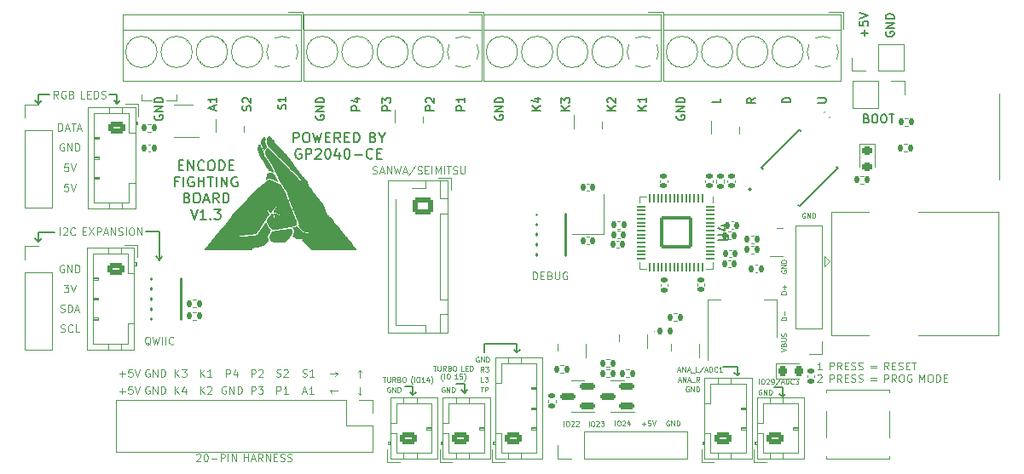
<source format=gbr>
%TF.GenerationSoftware,KiCad,Pcbnew,(7.0.0-0)*%
%TF.CreationDate,2023-06-11T14:21:35-06:00*%
%TF.ProjectId,ReflexFightingBoard,5265666c-6578-4466-9967-6874696e6742,rev?*%
%TF.SameCoordinates,Original*%
%TF.FileFunction,Legend,Top*%
%TF.FilePolarity,Positive*%
%FSLAX46Y46*%
G04 Gerber Fmt 4.6, Leading zero omitted, Abs format (unit mm)*
G04 Created by KiCad (PCBNEW (7.0.0-0)) date 2023-06-11 14:21:35*
%MOMM*%
%LPD*%
G01*
G04 APERTURE LIST*
G04 Aperture macros list*
%AMRoundRect*
0 Rectangle with rounded corners*
0 $1 Rounding radius*
0 $2 $3 $4 $5 $6 $7 $8 $9 X,Y pos of 4 corners*
0 Add a 4 corners polygon primitive as box body*
4,1,4,$2,$3,$4,$5,$6,$7,$8,$9,$2,$3,0*
0 Add four circle primitives for the rounded corners*
1,1,$1+$1,$2,$3*
1,1,$1+$1,$4,$5*
1,1,$1+$1,$6,$7*
1,1,$1+$1,$8,$9*
0 Add four rect primitives between the rounded corners*
20,1,$1+$1,$2,$3,$4,$5,0*
20,1,$1+$1,$4,$5,$6,$7,0*
20,1,$1+$1,$6,$7,$8,$9,0*
20,1,$1+$1,$8,$9,$2,$3,0*%
%AMRotRect*
0 Rectangle, with rotation*
0 The origin of the aperture is its center*
0 $1 length*
0 $2 width*
0 $3 Rotation angle, in degrees counterclockwise*
0 Add horizontal line*
21,1,$1,$2,0,0,$3*%
G04 Aperture macros list end*
%ADD10C,0.150000*%
%ADD11C,0.120000*%
%ADD12C,0.125000*%
%ADD13C,0.254000*%
%ADD14C,0.100000*%
%ADD15C,0.127000*%
%ADD16C,0.200000*%
%ADD17C,0.010000*%
%ADD18RoundRect,0.135000X0.135000X0.185000X-0.135000X0.185000X-0.135000X-0.185000X0.135000X-0.185000X0*%
%ADD19R,1.060000X0.650000*%
%ADD20RoundRect,0.140000X-0.140000X-0.170000X0.140000X-0.170000X0.140000X0.170000X-0.140000X0.170000X0*%
%ADD21R,1.700000X1.700000*%
%ADD22O,1.700000X1.700000*%
%ADD23RoundRect,0.249999X-0.625001X0.350001X-0.625001X-0.350001X0.625001X-0.350001X0.625001X0.350001X0*%
%ADD24O,1.750000X1.200000*%
%ADD25RoundRect,0.250000X0.625000X-0.350000X0.625000X0.350000X-0.625000X0.350000X-0.625000X-0.350000X0*%
%ADD26R,2.300000X2.300000*%
%ADD27C,2.300000*%
%ADD28C,7.000000*%
%ADD29R,3.000000X0.900000*%
%ADD30R,1.600000X0.400000*%
%ADD31RoundRect,0.140000X0.140000X0.170000X-0.140000X0.170000X-0.140000X-0.170000X0.140000X-0.170000X0*%
%ADD32O,0.200000X0.700000*%
%ADD33RoundRect,0.135000X-0.185000X0.135000X-0.185000X-0.135000X0.185000X-0.135000X0.185000X0.135000X0*%
%ADD34RoundRect,0.135000X0.185000X-0.135000X0.185000X0.135000X-0.185000X0.135000X-0.185000X-0.135000X0*%
%ADD35RoundRect,0.140000X-0.170000X0.140000X-0.170000X-0.140000X0.170000X-0.140000X0.170000X0.140000X0*%
%ADD36RoundRect,0.135000X-0.135000X-0.185000X0.135000X-0.185000X0.135000X0.185000X-0.135000X0.185000X0*%
%ADD37R,1.600000X1.600000*%
%ADD38C,1.600000*%
%ADD39C,4.000000*%
%ADD40RoundRect,0.147500X-0.147500X-0.172500X0.147500X-0.172500X0.147500X0.172500X-0.147500X0.172500X0*%
%ADD41R,1.500000X2.000000*%
%ADD42R,3.800000X2.000000*%
%ADD43RotRect,1.610000X0.580000X45.000000*%
%ADD44RoundRect,0.150000X0.587500X0.150000X-0.587500X0.150000X-0.587500X-0.150000X0.587500X-0.150000X0*%
%ADD45RoundRect,0.050000X-0.050000X0.387500X-0.050000X-0.387500X0.050000X-0.387500X0.050000X0.387500X0*%
%ADD46RoundRect,0.050000X-0.387500X0.050000X-0.387500X-0.050000X0.387500X-0.050000X0.387500X0.050000X0*%
%ADD47RoundRect,0.144000X-1.456000X1.456000X-1.456000X-1.456000X1.456000X-1.456000X1.456000X1.456000X0*%
%ADD48RoundRect,0.140000X0.170000X-0.140000X0.170000X0.140000X-0.170000X0.140000X-0.170000X-0.140000X0*%
%ADD49R,1.150000X1.400000*%
%ADD50RoundRect,0.218750X-0.218750X-0.256250X0.218750X-0.256250X0.218750X0.256250X-0.218750X0.256250X0*%
%ADD51RoundRect,0.218750X-0.256250X0.218750X-0.256250X-0.218750X0.256250X-0.218750X0.256250X0.218750X0*%
%ADD52R,1.550000X1.300000*%
%ADD53RoundRect,0.140000X0.021213X-0.219203X0.219203X-0.021213X-0.021213X0.219203X-0.219203X0.021213X0*%
%ADD54C,1.200000*%
%ADD55RoundRect,0.250000X-0.725000X0.600000X-0.725000X-0.600000X0.725000X-0.600000X0.725000X0.600000X0*%
%ADD56O,1.950000X1.700000*%
%ADD57C,0.650000*%
%ADD58R,1.100000X0.225000*%
%ADD59O,2.100000X1.000000*%
%ADD60O,1.800000X1.000000*%
%ADD61O,0.700000X0.200000*%
G04 APERTURE END LIST*
D10*
X105000000Y-102000000D02*
X105300000Y-102300000D01*
X117000000Y-103800000D02*
X117300000Y-104200000D01*
X117600000Y-103800000D02*
X117300000Y-104200000D01*
X106900000Y-101400000D02*
X105300000Y-101400000D01*
X142200000Y-117300000D02*
X142500000Y-117600000D01*
X152800000Y-113350000D02*
X153100000Y-113050000D01*
D11*
X119050000Y-87711623D02*
X119050000Y-88311623D01*
D10*
X106400000Y-87700000D02*
X105300000Y-87700000D01*
X178900000Y-117450000D02*
X179200000Y-117750000D01*
X117300000Y-101300000D02*
X117300000Y-104200000D01*
X113100000Y-88600000D02*
X113400000Y-88300000D01*
X174400000Y-115350000D02*
X174700000Y-115650000D01*
X112800000Y-88300000D02*
X113100000Y-88600000D01*
X149600000Y-112450000D02*
X149600000Y-113350000D01*
X142500000Y-117600000D02*
X142800000Y-117300000D01*
X116000000Y-101300000D02*
X117300000Y-101300000D01*
X117300000Y-104200000D02*
X117000000Y-103800000D01*
X179200000Y-116850000D02*
X178400000Y-116850000D01*
X142500000Y-116700000D02*
X142500000Y-117600000D01*
X152500000Y-113050000D02*
X152800000Y-113350000D01*
X152800000Y-112450000D02*
X152800000Y-113350000D01*
X105300000Y-87700000D02*
X105300000Y-88600000D01*
D11*
X119050000Y-88311623D02*
X118025000Y-88311623D01*
D10*
X142500000Y-116700000D02*
X141700000Y-116700000D01*
X174700000Y-115650000D02*
X175000000Y-115350000D01*
X105300000Y-102300000D02*
X105600000Y-102000000D01*
X174700000Y-114750000D02*
X174700000Y-115650000D01*
X105300000Y-88600000D02*
X105600000Y-88300000D01*
X147300000Y-117100000D02*
X147600000Y-117400000D01*
X113100000Y-87700000D02*
X112300000Y-87700000D01*
X147600000Y-117400000D02*
X147900000Y-117100000D01*
X174700000Y-114750000D02*
X173300000Y-114750000D01*
X105000000Y-88300000D02*
X105300000Y-88600000D01*
X179200000Y-116850000D02*
X179200000Y-117750000D01*
X152800000Y-112450000D02*
X149600000Y-112450000D01*
X113100000Y-87700000D02*
X113100000Y-88600000D01*
X105300000Y-101400000D02*
X105300000Y-102300000D01*
X147600000Y-116500000D02*
X146800000Y-116500000D01*
D11*
X115550000Y-87711623D02*
X115550000Y-88311623D01*
D10*
X179200000Y-117750000D02*
X179500000Y-117450000D01*
X147600000Y-116500000D02*
X147600000Y-117400000D01*
D11*
X116575000Y-88311623D02*
X115550000Y-88311623D01*
D10*
X126361798Y-89281701D02*
X126402274Y-89160272D01*
X126402274Y-89160272D02*
X126402274Y-88957891D01*
X126402274Y-88957891D02*
X126361798Y-88876939D01*
X126361798Y-88876939D02*
X126321322Y-88836463D01*
X126321322Y-88836463D02*
X126240370Y-88795986D01*
X126240370Y-88795986D02*
X126159417Y-88795986D01*
X126159417Y-88795986D02*
X126078465Y-88836463D01*
X126078465Y-88836463D02*
X126037989Y-88876939D01*
X126037989Y-88876939D02*
X125997512Y-88957891D01*
X125997512Y-88957891D02*
X125957036Y-89119796D01*
X125957036Y-89119796D02*
X125916560Y-89200748D01*
X125916560Y-89200748D02*
X125876084Y-89241225D01*
X125876084Y-89241225D02*
X125795131Y-89281701D01*
X125795131Y-89281701D02*
X125714179Y-89281701D01*
X125714179Y-89281701D02*
X125633227Y-89241225D01*
X125633227Y-89241225D02*
X125592751Y-89200748D01*
X125592751Y-89200748D02*
X125552274Y-89119796D01*
X125552274Y-89119796D02*
X125552274Y-88917415D01*
X125552274Y-88917415D02*
X125592751Y-88795986D01*
X125633227Y-88472177D02*
X125592751Y-88431701D01*
X125592751Y-88431701D02*
X125552274Y-88350748D01*
X125552274Y-88350748D02*
X125552274Y-88148367D01*
X125552274Y-88148367D02*
X125592751Y-88067415D01*
X125592751Y-88067415D02*
X125633227Y-88026939D01*
X125633227Y-88026939D02*
X125714179Y-87986462D01*
X125714179Y-87986462D02*
X125795131Y-87986462D01*
X125795131Y-87986462D02*
X125916560Y-88026939D01*
X125916560Y-88026939D02*
X126402274Y-88512653D01*
X126402274Y-88512653D02*
X126402274Y-87986462D01*
X129809821Y-89110272D02*
X129845535Y-89003130D01*
X129845535Y-89003130D02*
X129845535Y-88824558D01*
X129845535Y-88824558D02*
X129809821Y-88753130D01*
X129809821Y-88753130D02*
X129774107Y-88717415D01*
X129774107Y-88717415D02*
X129702678Y-88681701D01*
X129702678Y-88681701D02*
X129631250Y-88681701D01*
X129631250Y-88681701D02*
X129559821Y-88717415D01*
X129559821Y-88717415D02*
X129524107Y-88753130D01*
X129524107Y-88753130D02*
X129488392Y-88824558D01*
X129488392Y-88824558D02*
X129452678Y-88967415D01*
X129452678Y-88967415D02*
X129416964Y-89038844D01*
X129416964Y-89038844D02*
X129381250Y-89074558D01*
X129381250Y-89074558D02*
X129309821Y-89110272D01*
X129309821Y-89110272D02*
X129238392Y-89110272D01*
X129238392Y-89110272D02*
X129166964Y-89074558D01*
X129166964Y-89074558D02*
X129131250Y-89038844D01*
X129131250Y-89038844D02*
X129095535Y-88967415D01*
X129095535Y-88967415D02*
X129095535Y-88788844D01*
X129095535Y-88788844D02*
X129131250Y-88681701D01*
X129845535Y-87967415D02*
X129845535Y-88395986D01*
X129845535Y-88181701D02*
X129095535Y-88181701D01*
X129095535Y-88181701D02*
X129202678Y-88253129D01*
X129202678Y-88253129D02*
X129274107Y-88324558D01*
X129274107Y-88324558D02*
X129309821Y-88395986D01*
D12*
X107489286Y-109307421D02*
X107596429Y-109343135D01*
X107596429Y-109343135D02*
X107775000Y-109343135D01*
X107775000Y-109343135D02*
X107846429Y-109307421D01*
X107846429Y-109307421D02*
X107882143Y-109271707D01*
X107882143Y-109271707D02*
X107917857Y-109200278D01*
X107917857Y-109200278D02*
X107917857Y-109128850D01*
X107917857Y-109128850D02*
X107882143Y-109057421D01*
X107882143Y-109057421D02*
X107846429Y-109021707D01*
X107846429Y-109021707D02*
X107775000Y-108985992D01*
X107775000Y-108985992D02*
X107632143Y-108950278D01*
X107632143Y-108950278D02*
X107560714Y-108914564D01*
X107560714Y-108914564D02*
X107525000Y-108878850D01*
X107525000Y-108878850D02*
X107489286Y-108807421D01*
X107489286Y-108807421D02*
X107489286Y-108735992D01*
X107489286Y-108735992D02*
X107525000Y-108664564D01*
X107525000Y-108664564D02*
X107560714Y-108628850D01*
X107560714Y-108628850D02*
X107632143Y-108593135D01*
X107632143Y-108593135D02*
X107810714Y-108593135D01*
X107810714Y-108593135D02*
X107917857Y-108628850D01*
X108239286Y-109343135D02*
X108239286Y-108593135D01*
X108239286Y-108593135D02*
X108417857Y-108593135D01*
X108417857Y-108593135D02*
X108525000Y-108628850D01*
X108525000Y-108628850D02*
X108596429Y-108700278D01*
X108596429Y-108700278D02*
X108632143Y-108771707D01*
X108632143Y-108771707D02*
X108667857Y-108914564D01*
X108667857Y-108914564D02*
X108667857Y-109021707D01*
X108667857Y-109021707D02*
X108632143Y-109164564D01*
X108632143Y-109164564D02*
X108596429Y-109235992D01*
X108596429Y-109235992D02*
X108525000Y-109307421D01*
X108525000Y-109307421D02*
X108417857Y-109343135D01*
X108417857Y-109343135D02*
X108239286Y-109343135D01*
X108953572Y-109128850D02*
X109310715Y-109128850D01*
X108882143Y-109343135D02*
X109132143Y-108593135D01*
X109132143Y-108593135D02*
X109382143Y-109343135D01*
X107435714Y-101675535D02*
X107435714Y-100925535D01*
X107757143Y-100996964D02*
X107792857Y-100961250D01*
X107792857Y-100961250D02*
X107864286Y-100925535D01*
X107864286Y-100925535D02*
X108042857Y-100925535D01*
X108042857Y-100925535D02*
X108114286Y-100961250D01*
X108114286Y-100961250D02*
X108150000Y-100996964D01*
X108150000Y-100996964D02*
X108185714Y-101068392D01*
X108185714Y-101068392D02*
X108185714Y-101139821D01*
X108185714Y-101139821D02*
X108150000Y-101246964D01*
X108150000Y-101246964D02*
X107721428Y-101675535D01*
X107721428Y-101675535D02*
X108185714Y-101675535D01*
X108935714Y-101604107D02*
X108900000Y-101639821D01*
X108900000Y-101639821D02*
X108792857Y-101675535D01*
X108792857Y-101675535D02*
X108721429Y-101675535D01*
X108721429Y-101675535D02*
X108614286Y-101639821D01*
X108614286Y-101639821D02*
X108542857Y-101568392D01*
X108542857Y-101568392D02*
X108507143Y-101496964D01*
X108507143Y-101496964D02*
X108471429Y-101354107D01*
X108471429Y-101354107D02*
X108471429Y-101246964D01*
X108471429Y-101246964D02*
X108507143Y-101104107D01*
X108507143Y-101104107D02*
X108542857Y-101032678D01*
X108542857Y-101032678D02*
X108614286Y-100961250D01*
X108614286Y-100961250D02*
X108721429Y-100925535D01*
X108721429Y-100925535D02*
X108792857Y-100925535D01*
X108792857Y-100925535D02*
X108900000Y-100961250D01*
X108900000Y-100961250D02*
X108935714Y-100996964D01*
X109707143Y-101282678D02*
X109957143Y-101282678D01*
X110064286Y-101675535D02*
X109707143Y-101675535D01*
X109707143Y-101675535D02*
X109707143Y-100925535D01*
X109707143Y-100925535D02*
X110064286Y-100925535D01*
X110314285Y-100925535D02*
X110814285Y-101675535D01*
X110814285Y-100925535D02*
X110314285Y-101675535D01*
X111100000Y-101675535D02*
X111100000Y-100925535D01*
X111100000Y-100925535D02*
X111385714Y-100925535D01*
X111385714Y-100925535D02*
X111457143Y-100961250D01*
X111457143Y-100961250D02*
X111492857Y-100996964D01*
X111492857Y-100996964D02*
X111528571Y-101068392D01*
X111528571Y-101068392D02*
X111528571Y-101175535D01*
X111528571Y-101175535D02*
X111492857Y-101246964D01*
X111492857Y-101246964D02*
X111457143Y-101282678D01*
X111457143Y-101282678D02*
X111385714Y-101318392D01*
X111385714Y-101318392D02*
X111100000Y-101318392D01*
X111814286Y-101461250D02*
X112171429Y-101461250D01*
X111742857Y-101675535D02*
X111992857Y-100925535D01*
X111992857Y-100925535D02*
X112242857Y-101675535D01*
X112492857Y-101675535D02*
X112492857Y-100925535D01*
X112492857Y-100925535D02*
X112921428Y-101675535D01*
X112921428Y-101675535D02*
X112921428Y-100925535D01*
X113242857Y-101639821D02*
X113350000Y-101675535D01*
X113350000Y-101675535D02*
X113528571Y-101675535D01*
X113528571Y-101675535D02*
X113600000Y-101639821D01*
X113600000Y-101639821D02*
X113635714Y-101604107D01*
X113635714Y-101604107D02*
X113671428Y-101532678D01*
X113671428Y-101532678D02*
X113671428Y-101461250D01*
X113671428Y-101461250D02*
X113635714Y-101389821D01*
X113635714Y-101389821D02*
X113600000Y-101354107D01*
X113600000Y-101354107D02*
X113528571Y-101318392D01*
X113528571Y-101318392D02*
X113385714Y-101282678D01*
X113385714Y-101282678D02*
X113314285Y-101246964D01*
X113314285Y-101246964D02*
X113278571Y-101211250D01*
X113278571Y-101211250D02*
X113242857Y-101139821D01*
X113242857Y-101139821D02*
X113242857Y-101068392D01*
X113242857Y-101068392D02*
X113278571Y-100996964D01*
X113278571Y-100996964D02*
X113314285Y-100961250D01*
X113314285Y-100961250D02*
X113385714Y-100925535D01*
X113385714Y-100925535D02*
X113564285Y-100925535D01*
X113564285Y-100925535D02*
X113671428Y-100961250D01*
X113992857Y-101675535D02*
X113992857Y-100925535D01*
X114492857Y-100925535D02*
X114635714Y-100925535D01*
X114635714Y-100925535D02*
X114707143Y-100961250D01*
X114707143Y-100961250D02*
X114778571Y-101032678D01*
X114778571Y-101032678D02*
X114814286Y-101175535D01*
X114814286Y-101175535D02*
X114814286Y-101425535D01*
X114814286Y-101425535D02*
X114778571Y-101568392D01*
X114778571Y-101568392D02*
X114707143Y-101639821D01*
X114707143Y-101639821D02*
X114635714Y-101675535D01*
X114635714Y-101675535D02*
X114492857Y-101675535D01*
X114492857Y-101675535D02*
X114421429Y-101639821D01*
X114421429Y-101639821D02*
X114350000Y-101568392D01*
X114350000Y-101568392D02*
X114314286Y-101425535D01*
X114314286Y-101425535D02*
X114314286Y-101175535D01*
X114314286Y-101175535D02*
X114350000Y-101032678D01*
X114350000Y-101032678D02*
X114421429Y-100961250D01*
X114421429Y-100961250D02*
X114492857Y-100925535D01*
X115135714Y-101675535D02*
X115135714Y-100925535D01*
X115135714Y-100925535D02*
X115564285Y-101675535D01*
X115564285Y-101675535D02*
X115564285Y-100925535D01*
D10*
X182662274Y-88512653D02*
X183350370Y-88512653D01*
X183350370Y-88512653D02*
X183431322Y-88472176D01*
X183431322Y-88472176D02*
X183471798Y-88431700D01*
X183471798Y-88431700D02*
X183512274Y-88350748D01*
X183512274Y-88350748D02*
X183512274Y-88188843D01*
X183512274Y-88188843D02*
X183471798Y-88107891D01*
X183471798Y-88107891D02*
X183431322Y-88067414D01*
X183431322Y-88067414D02*
X183350370Y-88026938D01*
X183350370Y-88026938D02*
X182662274Y-88026938D01*
X180004102Y-88472177D02*
X179154102Y-88472177D01*
X179154102Y-88472177D02*
X179154102Y-88269796D01*
X179154102Y-88269796D02*
X179194579Y-88148367D01*
X179194579Y-88148367D02*
X179275531Y-88067415D01*
X179275531Y-88067415D02*
X179356483Y-88026938D01*
X179356483Y-88026938D02*
X179518388Y-87986462D01*
X179518388Y-87986462D02*
X179639817Y-87986462D01*
X179639817Y-87986462D02*
X179801721Y-88026938D01*
X179801721Y-88026938D02*
X179882674Y-88067415D01*
X179882674Y-88067415D02*
X179963626Y-88148367D01*
X179963626Y-88148367D02*
X180004102Y-88269796D01*
X180004102Y-88269796D02*
X180004102Y-88472177D01*
X155155274Y-89281701D02*
X154305274Y-89281701D01*
X155155274Y-88795986D02*
X154669560Y-89160272D01*
X154305274Y-88795986D02*
X154790989Y-89281701D01*
X154588608Y-88067415D02*
X155155274Y-88067415D01*
X154264798Y-88269796D02*
X154871941Y-88472177D01*
X154871941Y-88472177D02*
X154871941Y-87945986D01*
D12*
X107828571Y-106611935D02*
X108292857Y-106611935D01*
X108292857Y-106611935D02*
X108042857Y-106897650D01*
X108042857Y-106897650D02*
X108150000Y-106897650D01*
X108150000Y-106897650D02*
X108221429Y-106933364D01*
X108221429Y-106933364D02*
X108257143Y-106969078D01*
X108257143Y-106969078D02*
X108292857Y-107040507D01*
X108292857Y-107040507D02*
X108292857Y-107219078D01*
X108292857Y-107219078D02*
X108257143Y-107290507D01*
X108257143Y-107290507D02*
X108221429Y-107326221D01*
X108221429Y-107326221D02*
X108150000Y-107361935D01*
X108150000Y-107361935D02*
X107935714Y-107361935D01*
X107935714Y-107361935D02*
X107864286Y-107326221D01*
X107864286Y-107326221D02*
X107828571Y-107290507D01*
X108507143Y-106611935D02*
X108757143Y-107361935D01*
X108757143Y-107361935D02*
X109007143Y-106611935D01*
D10*
X119235714Y-94713571D02*
X119569047Y-94713571D01*
X119711904Y-95237380D02*
X119235714Y-95237380D01*
X119235714Y-95237380D02*
X119235714Y-94237380D01*
X119235714Y-94237380D02*
X119711904Y-94237380D01*
X120140476Y-95237380D02*
X120140476Y-94237380D01*
X120140476Y-94237380D02*
X120711904Y-95237380D01*
X120711904Y-95237380D02*
X120711904Y-94237380D01*
X121759523Y-95142142D02*
X121711904Y-95189761D01*
X121711904Y-95189761D02*
X121569047Y-95237380D01*
X121569047Y-95237380D02*
X121473809Y-95237380D01*
X121473809Y-95237380D02*
X121330952Y-95189761D01*
X121330952Y-95189761D02*
X121235714Y-95094523D01*
X121235714Y-95094523D02*
X121188095Y-94999285D01*
X121188095Y-94999285D02*
X121140476Y-94808809D01*
X121140476Y-94808809D02*
X121140476Y-94665952D01*
X121140476Y-94665952D02*
X121188095Y-94475476D01*
X121188095Y-94475476D02*
X121235714Y-94380238D01*
X121235714Y-94380238D02*
X121330952Y-94285000D01*
X121330952Y-94285000D02*
X121473809Y-94237380D01*
X121473809Y-94237380D02*
X121569047Y-94237380D01*
X121569047Y-94237380D02*
X121711904Y-94285000D01*
X121711904Y-94285000D02*
X121759523Y-94332619D01*
X122378571Y-94237380D02*
X122569047Y-94237380D01*
X122569047Y-94237380D02*
X122664285Y-94285000D01*
X122664285Y-94285000D02*
X122759523Y-94380238D01*
X122759523Y-94380238D02*
X122807142Y-94570714D01*
X122807142Y-94570714D02*
X122807142Y-94904047D01*
X122807142Y-94904047D02*
X122759523Y-95094523D01*
X122759523Y-95094523D02*
X122664285Y-95189761D01*
X122664285Y-95189761D02*
X122569047Y-95237380D01*
X122569047Y-95237380D02*
X122378571Y-95237380D01*
X122378571Y-95237380D02*
X122283333Y-95189761D01*
X122283333Y-95189761D02*
X122188095Y-95094523D01*
X122188095Y-95094523D02*
X122140476Y-94904047D01*
X122140476Y-94904047D02*
X122140476Y-94570714D01*
X122140476Y-94570714D02*
X122188095Y-94380238D01*
X122188095Y-94380238D02*
X122283333Y-94285000D01*
X122283333Y-94285000D02*
X122378571Y-94237380D01*
X123235714Y-95237380D02*
X123235714Y-94237380D01*
X123235714Y-94237380D02*
X123473809Y-94237380D01*
X123473809Y-94237380D02*
X123616666Y-94285000D01*
X123616666Y-94285000D02*
X123711904Y-94380238D01*
X123711904Y-94380238D02*
X123759523Y-94475476D01*
X123759523Y-94475476D02*
X123807142Y-94665952D01*
X123807142Y-94665952D02*
X123807142Y-94808809D01*
X123807142Y-94808809D02*
X123759523Y-94999285D01*
X123759523Y-94999285D02*
X123711904Y-95094523D01*
X123711904Y-95094523D02*
X123616666Y-95189761D01*
X123616666Y-95189761D02*
X123473809Y-95237380D01*
X123473809Y-95237380D02*
X123235714Y-95237380D01*
X124235714Y-94713571D02*
X124569047Y-94713571D01*
X124711904Y-95237380D02*
X124235714Y-95237380D01*
X124235714Y-95237380D02*
X124235714Y-94237380D01*
X124235714Y-94237380D02*
X124711904Y-94237380D01*
X119188095Y-96333571D02*
X118854762Y-96333571D01*
X118854762Y-96857380D02*
X118854762Y-95857380D01*
X118854762Y-95857380D02*
X119330952Y-95857380D01*
X119711905Y-96857380D02*
X119711905Y-95857380D01*
X120711904Y-95905000D02*
X120616666Y-95857380D01*
X120616666Y-95857380D02*
X120473809Y-95857380D01*
X120473809Y-95857380D02*
X120330952Y-95905000D01*
X120330952Y-95905000D02*
X120235714Y-96000238D01*
X120235714Y-96000238D02*
X120188095Y-96095476D01*
X120188095Y-96095476D02*
X120140476Y-96285952D01*
X120140476Y-96285952D02*
X120140476Y-96428809D01*
X120140476Y-96428809D02*
X120188095Y-96619285D01*
X120188095Y-96619285D02*
X120235714Y-96714523D01*
X120235714Y-96714523D02*
X120330952Y-96809761D01*
X120330952Y-96809761D02*
X120473809Y-96857380D01*
X120473809Y-96857380D02*
X120569047Y-96857380D01*
X120569047Y-96857380D02*
X120711904Y-96809761D01*
X120711904Y-96809761D02*
X120759523Y-96762142D01*
X120759523Y-96762142D02*
X120759523Y-96428809D01*
X120759523Y-96428809D02*
X120569047Y-96428809D01*
X121188095Y-96857380D02*
X121188095Y-95857380D01*
X121188095Y-96333571D02*
X121759523Y-96333571D01*
X121759523Y-96857380D02*
X121759523Y-95857380D01*
X122092857Y-95857380D02*
X122664285Y-95857380D01*
X122378571Y-96857380D02*
X122378571Y-95857380D01*
X122997619Y-96857380D02*
X122997619Y-95857380D01*
X123473809Y-96857380D02*
X123473809Y-95857380D01*
X123473809Y-95857380D02*
X124045237Y-96857380D01*
X124045237Y-96857380D02*
X124045237Y-95857380D01*
X125045237Y-95905000D02*
X124949999Y-95857380D01*
X124949999Y-95857380D02*
X124807142Y-95857380D01*
X124807142Y-95857380D02*
X124664285Y-95905000D01*
X124664285Y-95905000D02*
X124569047Y-96000238D01*
X124569047Y-96000238D02*
X124521428Y-96095476D01*
X124521428Y-96095476D02*
X124473809Y-96285952D01*
X124473809Y-96285952D02*
X124473809Y-96428809D01*
X124473809Y-96428809D02*
X124521428Y-96619285D01*
X124521428Y-96619285D02*
X124569047Y-96714523D01*
X124569047Y-96714523D02*
X124664285Y-96809761D01*
X124664285Y-96809761D02*
X124807142Y-96857380D01*
X124807142Y-96857380D02*
X124902380Y-96857380D01*
X124902380Y-96857380D02*
X125045237Y-96809761D01*
X125045237Y-96809761D02*
X125092856Y-96762142D01*
X125092856Y-96762142D02*
X125092856Y-96428809D01*
X125092856Y-96428809D02*
X124902380Y-96428809D01*
X120069047Y-97953571D02*
X120211904Y-98001190D01*
X120211904Y-98001190D02*
X120259523Y-98048809D01*
X120259523Y-98048809D02*
X120307142Y-98144047D01*
X120307142Y-98144047D02*
X120307142Y-98286904D01*
X120307142Y-98286904D02*
X120259523Y-98382142D01*
X120259523Y-98382142D02*
X120211904Y-98429761D01*
X120211904Y-98429761D02*
X120116666Y-98477380D01*
X120116666Y-98477380D02*
X119735714Y-98477380D01*
X119735714Y-98477380D02*
X119735714Y-97477380D01*
X119735714Y-97477380D02*
X120069047Y-97477380D01*
X120069047Y-97477380D02*
X120164285Y-97525000D01*
X120164285Y-97525000D02*
X120211904Y-97572619D01*
X120211904Y-97572619D02*
X120259523Y-97667857D01*
X120259523Y-97667857D02*
X120259523Y-97763095D01*
X120259523Y-97763095D02*
X120211904Y-97858333D01*
X120211904Y-97858333D02*
X120164285Y-97905952D01*
X120164285Y-97905952D02*
X120069047Y-97953571D01*
X120069047Y-97953571D02*
X119735714Y-97953571D01*
X120926190Y-97477380D02*
X121116666Y-97477380D01*
X121116666Y-97477380D02*
X121211904Y-97525000D01*
X121211904Y-97525000D02*
X121307142Y-97620238D01*
X121307142Y-97620238D02*
X121354761Y-97810714D01*
X121354761Y-97810714D02*
X121354761Y-98144047D01*
X121354761Y-98144047D02*
X121307142Y-98334523D01*
X121307142Y-98334523D02*
X121211904Y-98429761D01*
X121211904Y-98429761D02*
X121116666Y-98477380D01*
X121116666Y-98477380D02*
X120926190Y-98477380D01*
X120926190Y-98477380D02*
X120830952Y-98429761D01*
X120830952Y-98429761D02*
X120735714Y-98334523D01*
X120735714Y-98334523D02*
X120688095Y-98144047D01*
X120688095Y-98144047D02*
X120688095Y-97810714D01*
X120688095Y-97810714D02*
X120735714Y-97620238D01*
X120735714Y-97620238D02*
X120830952Y-97525000D01*
X120830952Y-97525000D02*
X120926190Y-97477380D01*
X121735714Y-98191666D02*
X122211904Y-98191666D01*
X121640476Y-98477380D02*
X121973809Y-97477380D01*
X121973809Y-97477380D02*
X122307142Y-98477380D01*
X123211904Y-98477380D02*
X122878571Y-98001190D01*
X122640476Y-98477380D02*
X122640476Y-97477380D01*
X122640476Y-97477380D02*
X123021428Y-97477380D01*
X123021428Y-97477380D02*
X123116666Y-97525000D01*
X123116666Y-97525000D02*
X123164285Y-97572619D01*
X123164285Y-97572619D02*
X123211904Y-97667857D01*
X123211904Y-97667857D02*
X123211904Y-97810714D01*
X123211904Y-97810714D02*
X123164285Y-97905952D01*
X123164285Y-97905952D02*
X123116666Y-97953571D01*
X123116666Y-97953571D02*
X123021428Y-98001190D01*
X123021428Y-98001190D02*
X122640476Y-98001190D01*
X123640476Y-98477380D02*
X123640476Y-97477380D01*
X123640476Y-97477380D02*
X123878571Y-97477380D01*
X123878571Y-97477380D02*
X124021428Y-97525000D01*
X124021428Y-97525000D02*
X124116666Y-97620238D01*
X124116666Y-97620238D02*
X124164285Y-97715476D01*
X124164285Y-97715476D02*
X124211904Y-97905952D01*
X124211904Y-97905952D02*
X124211904Y-98048809D01*
X124211904Y-98048809D02*
X124164285Y-98239285D01*
X124164285Y-98239285D02*
X124116666Y-98334523D01*
X124116666Y-98334523D02*
X124021428Y-98429761D01*
X124021428Y-98429761D02*
X123878571Y-98477380D01*
X123878571Y-98477380D02*
X123640476Y-98477380D01*
X120426191Y-99097380D02*
X120759524Y-100097380D01*
X120759524Y-100097380D02*
X121092857Y-99097380D01*
X121950000Y-100097380D02*
X121378572Y-100097380D01*
X121664286Y-100097380D02*
X121664286Y-99097380D01*
X121664286Y-99097380D02*
X121569048Y-99240238D01*
X121569048Y-99240238D02*
X121473810Y-99335476D01*
X121473810Y-99335476D02*
X121378572Y-99383095D01*
X122378572Y-100002142D02*
X122426191Y-100049761D01*
X122426191Y-100049761D02*
X122378572Y-100097380D01*
X122378572Y-100097380D02*
X122330953Y-100049761D01*
X122330953Y-100049761D02*
X122378572Y-100002142D01*
X122378572Y-100002142D02*
X122378572Y-100097380D01*
X122759524Y-99097380D02*
X123378571Y-99097380D01*
X123378571Y-99097380D02*
X123045238Y-99478333D01*
X123045238Y-99478333D02*
X123188095Y-99478333D01*
X123188095Y-99478333D02*
X123283333Y-99525952D01*
X123283333Y-99525952D02*
X123330952Y-99573571D01*
X123330952Y-99573571D02*
X123378571Y-99668809D01*
X123378571Y-99668809D02*
X123378571Y-99906904D01*
X123378571Y-99906904D02*
X123330952Y-100002142D01*
X123330952Y-100002142D02*
X123283333Y-100049761D01*
X123283333Y-100049761D02*
X123188095Y-100097380D01*
X123188095Y-100097380D02*
X122902381Y-100097380D01*
X122902381Y-100097380D02*
X122807143Y-100049761D01*
X122807143Y-100049761D02*
X122759524Y-100002142D01*
D12*
X108257143Y-96553535D02*
X107900000Y-96553535D01*
X107900000Y-96553535D02*
X107864286Y-96910678D01*
X107864286Y-96910678D02*
X107900000Y-96874964D01*
X107900000Y-96874964D02*
X107971429Y-96839250D01*
X107971429Y-96839250D02*
X108150000Y-96839250D01*
X108150000Y-96839250D02*
X108221429Y-96874964D01*
X108221429Y-96874964D02*
X108257143Y-96910678D01*
X108257143Y-96910678D02*
X108292857Y-96982107D01*
X108292857Y-96982107D02*
X108292857Y-97160678D01*
X108292857Y-97160678D02*
X108257143Y-97232107D01*
X108257143Y-97232107D02*
X108221429Y-97267821D01*
X108221429Y-97267821D02*
X108150000Y-97303535D01*
X108150000Y-97303535D02*
X107971429Y-97303535D01*
X107971429Y-97303535D02*
X107900000Y-97267821D01*
X107900000Y-97267821D02*
X107864286Y-97232107D01*
X108507143Y-96553535D02*
X108757143Y-97303535D01*
X108757143Y-97303535D02*
X109007143Y-96553535D01*
X128946428Y-117475535D02*
X128946428Y-116725535D01*
X128946428Y-116725535D02*
X129232142Y-116725535D01*
X129232142Y-116725535D02*
X129303571Y-116761250D01*
X129303571Y-116761250D02*
X129339285Y-116796964D01*
X129339285Y-116796964D02*
X129374999Y-116868392D01*
X129374999Y-116868392D02*
X129374999Y-116975535D01*
X129374999Y-116975535D02*
X129339285Y-117046964D01*
X129339285Y-117046964D02*
X129303571Y-117082678D01*
X129303571Y-117082678D02*
X129232142Y-117118392D01*
X129232142Y-117118392D02*
X128946428Y-117118392D01*
X130089285Y-117475535D02*
X129660714Y-117475535D01*
X129874999Y-117475535D02*
X129874999Y-116725535D01*
X129874999Y-116725535D02*
X129803571Y-116832678D01*
X129803571Y-116832678D02*
X129732142Y-116904107D01*
X129732142Y-116904107D02*
X129660714Y-116939821D01*
X107507143Y-111288621D02*
X107614286Y-111324335D01*
X107614286Y-111324335D02*
X107792857Y-111324335D01*
X107792857Y-111324335D02*
X107864286Y-111288621D01*
X107864286Y-111288621D02*
X107900000Y-111252907D01*
X107900000Y-111252907D02*
X107935714Y-111181478D01*
X107935714Y-111181478D02*
X107935714Y-111110050D01*
X107935714Y-111110050D02*
X107900000Y-111038621D01*
X107900000Y-111038621D02*
X107864286Y-111002907D01*
X107864286Y-111002907D02*
X107792857Y-110967192D01*
X107792857Y-110967192D02*
X107650000Y-110931478D01*
X107650000Y-110931478D02*
X107578571Y-110895764D01*
X107578571Y-110895764D02*
X107542857Y-110860050D01*
X107542857Y-110860050D02*
X107507143Y-110788621D01*
X107507143Y-110788621D02*
X107507143Y-110717192D01*
X107507143Y-110717192D02*
X107542857Y-110645764D01*
X107542857Y-110645764D02*
X107578571Y-110610050D01*
X107578571Y-110610050D02*
X107650000Y-110574335D01*
X107650000Y-110574335D02*
X107828571Y-110574335D01*
X107828571Y-110574335D02*
X107935714Y-110610050D01*
X108685714Y-111252907D02*
X108650000Y-111288621D01*
X108650000Y-111288621D02*
X108542857Y-111324335D01*
X108542857Y-111324335D02*
X108471429Y-111324335D01*
X108471429Y-111324335D02*
X108364286Y-111288621D01*
X108364286Y-111288621D02*
X108292857Y-111217192D01*
X108292857Y-111217192D02*
X108257143Y-111145764D01*
X108257143Y-111145764D02*
X108221429Y-111002907D01*
X108221429Y-111002907D02*
X108221429Y-110895764D01*
X108221429Y-110895764D02*
X108257143Y-110752907D01*
X108257143Y-110752907D02*
X108292857Y-110681478D01*
X108292857Y-110681478D02*
X108364286Y-110610050D01*
X108364286Y-110610050D02*
X108471429Y-110574335D01*
X108471429Y-110574335D02*
X108542857Y-110574335D01*
X108542857Y-110574335D02*
X108650000Y-110610050D01*
X108650000Y-110610050D02*
X108685714Y-110645764D01*
X109364286Y-111324335D02*
X109007143Y-111324335D01*
X109007143Y-111324335D02*
X109007143Y-110574335D01*
X123928571Y-116761250D02*
X123857143Y-116725535D01*
X123857143Y-116725535D02*
X123750000Y-116725535D01*
X123750000Y-116725535D02*
X123642857Y-116761250D01*
X123642857Y-116761250D02*
X123571428Y-116832678D01*
X123571428Y-116832678D02*
X123535714Y-116904107D01*
X123535714Y-116904107D02*
X123500000Y-117046964D01*
X123500000Y-117046964D02*
X123500000Y-117154107D01*
X123500000Y-117154107D02*
X123535714Y-117296964D01*
X123535714Y-117296964D02*
X123571428Y-117368392D01*
X123571428Y-117368392D02*
X123642857Y-117439821D01*
X123642857Y-117439821D02*
X123750000Y-117475535D01*
X123750000Y-117475535D02*
X123821428Y-117475535D01*
X123821428Y-117475535D02*
X123928571Y-117439821D01*
X123928571Y-117439821D02*
X123964285Y-117404107D01*
X123964285Y-117404107D02*
X123964285Y-117154107D01*
X123964285Y-117154107D02*
X123821428Y-117154107D01*
X124285714Y-117475535D02*
X124285714Y-116725535D01*
X124285714Y-116725535D02*
X124714285Y-117475535D01*
X124714285Y-117475535D02*
X124714285Y-116725535D01*
X125071428Y-117475535D02*
X125071428Y-116725535D01*
X125071428Y-116725535D02*
X125249999Y-116725535D01*
X125249999Y-116725535D02*
X125357142Y-116761250D01*
X125357142Y-116761250D02*
X125428571Y-116832678D01*
X125428571Y-116832678D02*
X125464285Y-116904107D01*
X125464285Y-116904107D02*
X125499999Y-117046964D01*
X125499999Y-117046964D02*
X125499999Y-117154107D01*
X125499999Y-117154107D02*
X125464285Y-117296964D01*
X125464285Y-117296964D02*
X125428571Y-117368392D01*
X125428571Y-117368392D02*
X125357142Y-117439821D01*
X125357142Y-117439821D02*
X125249999Y-117475535D01*
X125249999Y-117475535D02*
X125071428Y-117475535D01*
D10*
X187546429Y-90067036D02*
X187667857Y-90107512D01*
X187667857Y-90107512D02*
X187708334Y-90147989D01*
X187708334Y-90147989D02*
X187748810Y-90228941D01*
X187748810Y-90228941D02*
X187748810Y-90350370D01*
X187748810Y-90350370D02*
X187708334Y-90431322D01*
X187708334Y-90431322D02*
X187667857Y-90471798D01*
X187667857Y-90471798D02*
X187586905Y-90512274D01*
X187586905Y-90512274D02*
X187263095Y-90512274D01*
X187263095Y-90512274D02*
X187263095Y-89662274D01*
X187263095Y-89662274D02*
X187546429Y-89662274D01*
X187546429Y-89662274D02*
X187627381Y-89702751D01*
X187627381Y-89702751D02*
X187667857Y-89743227D01*
X187667857Y-89743227D02*
X187708334Y-89824179D01*
X187708334Y-89824179D02*
X187708334Y-89905131D01*
X187708334Y-89905131D02*
X187667857Y-89986084D01*
X187667857Y-89986084D02*
X187627381Y-90026560D01*
X187627381Y-90026560D02*
X187546429Y-90067036D01*
X187546429Y-90067036D02*
X187263095Y-90067036D01*
X188275000Y-89662274D02*
X188436905Y-89662274D01*
X188436905Y-89662274D02*
X188517857Y-89702751D01*
X188517857Y-89702751D02*
X188598810Y-89783703D01*
X188598810Y-89783703D02*
X188639286Y-89945608D01*
X188639286Y-89945608D02*
X188639286Y-90228941D01*
X188639286Y-90228941D02*
X188598810Y-90390846D01*
X188598810Y-90390846D02*
X188517857Y-90471798D01*
X188517857Y-90471798D02*
X188436905Y-90512274D01*
X188436905Y-90512274D02*
X188275000Y-90512274D01*
X188275000Y-90512274D02*
X188194048Y-90471798D01*
X188194048Y-90471798D02*
X188113095Y-90390846D01*
X188113095Y-90390846D02*
X188072619Y-90228941D01*
X188072619Y-90228941D02*
X188072619Y-89945608D01*
X188072619Y-89945608D02*
X188113095Y-89783703D01*
X188113095Y-89783703D02*
X188194048Y-89702751D01*
X188194048Y-89702751D02*
X188275000Y-89662274D01*
X189165476Y-89662274D02*
X189327381Y-89662274D01*
X189327381Y-89662274D02*
X189408333Y-89702751D01*
X189408333Y-89702751D02*
X189489286Y-89783703D01*
X189489286Y-89783703D02*
X189529762Y-89945608D01*
X189529762Y-89945608D02*
X189529762Y-90228941D01*
X189529762Y-90228941D02*
X189489286Y-90390846D01*
X189489286Y-90390846D02*
X189408333Y-90471798D01*
X189408333Y-90471798D02*
X189327381Y-90512274D01*
X189327381Y-90512274D02*
X189165476Y-90512274D01*
X189165476Y-90512274D02*
X189084524Y-90471798D01*
X189084524Y-90471798D02*
X189003571Y-90390846D01*
X189003571Y-90390846D02*
X188963095Y-90228941D01*
X188963095Y-90228941D02*
X188963095Y-89945608D01*
X188963095Y-89945608D02*
X189003571Y-89783703D01*
X189003571Y-89783703D02*
X189084524Y-89702751D01*
X189084524Y-89702751D02*
X189165476Y-89662274D01*
X189772619Y-89662274D02*
X190258333Y-89662274D01*
X190015476Y-90512274D02*
X190015476Y-89662274D01*
D12*
X113335714Y-115489821D02*
X113907143Y-115489821D01*
X113621428Y-115775535D02*
X113621428Y-115204107D01*
X114621428Y-115025535D02*
X114264285Y-115025535D01*
X114264285Y-115025535D02*
X114228571Y-115382678D01*
X114228571Y-115382678D02*
X114264285Y-115346964D01*
X114264285Y-115346964D02*
X114335714Y-115311250D01*
X114335714Y-115311250D02*
X114514285Y-115311250D01*
X114514285Y-115311250D02*
X114585714Y-115346964D01*
X114585714Y-115346964D02*
X114621428Y-115382678D01*
X114621428Y-115382678D02*
X114657142Y-115454107D01*
X114657142Y-115454107D02*
X114657142Y-115632678D01*
X114657142Y-115632678D02*
X114621428Y-115704107D01*
X114621428Y-115704107D02*
X114585714Y-115739821D01*
X114585714Y-115739821D02*
X114514285Y-115775535D01*
X114514285Y-115775535D02*
X114335714Y-115775535D01*
X114335714Y-115775535D02*
X114264285Y-115739821D01*
X114264285Y-115739821D02*
X114228571Y-115704107D01*
X114871428Y-115025535D02*
X115121428Y-115775535D01*
X115121428Y-115775535D02*
X115371428Y-115025535D01*
X131528571Y-115739821D02*
X131635714Y-115775535D01*
X131635714Y-115775535D02*
X131814285Y-115775535D01*
X131814285Y-115775535D02*
X131885714Y-115739821D01*
X131885714Y-115739821D02*
X131921428Y-115704107D01*
X131921428Y-115704107D02*
X131957142Y-115632678D01*
X131957142Y-115632678D02*
X131957142Y-115561250D01*
X131957142Y-115561250D02*
X131921428Y-115489821D01*
X131921428Y-115489821D02*
X131885714Y-115454107D01*
X131885714Y-115454107D02*
X131814285Y-115418392D01*
X131814285Y-115418392D02*
X131671428Y-115382678D01*
X131671428Y-115382678D02*
X131599999Y-115346964D01*
X131599999Y-115346964D02*
X131564285Y-115311250D01*
X131564285Y-115311250D02*
X131528571Y-115239821D01*
X131528571Y-115239821D02*
X131528571Y-115168392D01*
X131528571Y-115168392D02*
X131564285Y-115096964D01*
X131564285Y-115096964D02*
X131599999Y-115061250D01*
X131599999Y-115061250D02*
X131671428Y-115025535D01*
X131671428Y-115025535D02*
X131849999Y-115025535D01*
X131849999Y-115025535D02*
X131957142Y-115061250D01*
X132671428Y-115775535D02*
X132242857Y-115775535D01*
X132457142Y-115775535D02*
X132457142Y-115025535D01*
X132457142Y-115025535D02*
X132385714Y-115132678D01*
X132385714Y-115132678D02*
X132314285Y-115204107D01*
X132314285Y-115204107D02*
X132242857Y-115239821D01*
X149516666Y-115267450D02*
X149350000Y-115029355D01*
X149230952Y-115267450D02*
X149230952Y-114767450D01*
X149230952Y-114767450D02*
X149421428Y-114767450D01*
X149421428Y-114767450D02*
X149469047Y-114791260D01*
X149469047Y-114791260D02*
X149492857Y-114815069D01*
X149492857Y-114815069D02*
X149516666Y-114862688D01*
X149516666Y-114862688D02*
X149516666Y-114934117D01*
X149516666Y-114934117D02*
X149492857Y-114981736D01*
X149492857Y-114981736D02*
X149469047Y-115005545D01*
X149469047Y-115005545D02*
X149421428Y-115029355D01*
X149421428Y-115029355D02*
X149230952Y-115029355D01*
X149683333Y-114767450D02*
X149992857Y-114767450D01*
X149992857Y-114767450D02*
X149826190Y-114957926D01*
X149826190Y-114957926D02*
X149897619Y-114957926D01*
X149897619Y-114957926D02*
X149945238Y-114981736D01*
X149945238Y-114981736D02*
X149969047Y-115005545D01*
X149969047Y-115005545D02*
X149992857Y-115053164D01*
X149992857Y-115053164D02*
X149992857Y-115172212D01*
X149992857Y-115172212D02*
X149969047Y-115219831D01*
X149969047Y-115219831D02*
X149945238Y-115243640D01*
X149945238Y-115243640D02*
X149897619Y-115267450D01*
X149897619Y-115267450D02*
X149754762Y-115267450D01*
X149754762Y-115267450D02*
X149707143Y-115243640D01*
X149707143Y-115243640D02*
X149683333Y-115219831D01*
D10*
X147662274Y-89281701D02*
X146812274Y-89281701D01*
X146812274Y-89281701D02*
X146812274Y-88957891D01*
X146812274Y-88957891D02*
X146852751Y-88876939D01*
X146852751Y-88876939D02*
X146893227Y-88836462D01*
X146893227Y-88836462D02*
X146974179Y-88795986D01*
X146974179Y-88795986D02*
X147095608Y-88795986D01*
X147095608Y-88795986D02*
X147176560Y-88836462D01*
X147176560Y-88836462D02*
X147217036Y-88876939D01*
X147217036Y-88876939D02*
X147257512Y-88957891D01*
X147257512Y-88957891D02*
X147257512Y-89281701D01*
X147662274Y-87986462D02*
X147662274Y-88472177D01*
X147662274Y-88229320D02*
X146812274Y-88229320D01*
X146812274Y-88229320D02*
X146933703Y-88310272D01*
X146933703Y-88310272D02*
X147014655Y-88391224D01*
X147014655Y-88391224D02*
X147055131Y-88472177D01*
X189460660Y-81447618D02*
X189420183Y-81528571D01*
X189420183Y-81528571D02*
X189420183Y-81649999D01*
X189420183Y-81649999D02*
X189460660Y-81771428D01*
X189460660Y-81771428D02*
X189541612Y-81852380D01*
X189541612Y-81852380D02*
X189622564Y-81892857D01*
X189622564Y-81892857D02*
X189784469Y-81933333D01*
X189784469Y-81933333D02*
X189905898Y-81933333D01*
X189905898Y-81933333D02*
X190067802Y-81892857D01*
X190067802Y-81892857D02*
X190148755Y-81852380D01*
X190148755Y-81852380D02*
X190229707Y-81771428D01*
X190229707Y-81771428D02*
X190270183Y-81649999D01*
X190270183Y-81649999D02*
X190270183Y-81569047D01*
X190270183Y-81569047D02*
X190229707Y-81447618D01*
X190229707Y-81447618D02*
X190189231Y-81407142D01*
X190189231Y-81407142D02*
X189905898Y-81407142D01*
X189905898Y-81407142D02*
X189905898Y-81569047D01*
X190270183Y-81042857D02*
X189420183Y-81042857D01*
X189420183Y-81042857D02*
X190270183Y-80557142D01*
X190270183Y-80557142D02*
X189420183Y-80557142D01*
X190270183Y-80152381D02*
X189420183Y-80152381D01*
X189420183Y-80152381D02*
X189420183Y-79950000D01*
X189420183Y-79950000D02*
X189460660Y-79828571D01*
X189460660Y-79828571D02*
X189541612Y-79747619D01*
X189541612Y-79747619D02*
X189622564Y-79707142D01*
X189622564Y-79707142D02*
X189784469Y-79666666D01*
X189784469Y-79666666D02*
X189905898Y-79666666D01*
X189905898Y-79666666D02*
X190067802Y-79707142D01*
X190067802Y-79707142D02*
X190148755Y-79747619D01*
X190148755Y-79747619D02*
X190229707Y-79828571D01*
X190229707Y-79828571D02*
X190270183Y-79950000D01*
X190270183Y-79950000D02*
X190270183Y-80152381D01*
D12*
X179583690Y-107540476D02*
X179083690Y-107540476D01*
X179083690Y-107540476D02*
X179083690Y-107421428D01*
X179083690Y-107421428D02*
X179107500Y-107350000D01*
X179107500Y-107350000D02*
X179155119Y-107302381D01*
X179155119Y-107302381D02*
X179202738Y-107278571D01*
X179202738Y-107278571D02*
X179297976Y-107254762D01*
X179297976Y-107254762D02*
X179369404Y-107254762D01*
X179369404Y-107254762D02*
X179464642Y-107278571D01*
X179464642Y-107278571D02*
X179512261Y-107302381D01*
X179512261Y-107302381D02*
X179559880Y-107350000D01*
X179559880Y-107350000D02*
X179583690Y-107421428D01*
X179583690Y-107421428D02*
X179583690Y-107540476D01*
X179393214Y-107040476D02*
X179393214Y-106659524D01*
X179583690Y-106850000D02*
X179202738Y-106850000D01*
X120987143Y-123496964D02*
X121022857Y-123461250D01*
X121022857Y-123461250D02*
X121094286Y-123425535D01*
X121094286Y-123425535D02*
X121272857Y-123425535D01*
X121272857Y-123425535D02*
X121344286Y-123461250D01*
X121344286Y-123461250D02*
X121380000Y-123496964D01*
X121380000Y-123496964D02*
X121415714Y-123568392D01*
X121415714Y-123568392D02*
X121415714Y-123639821D01*
X121415714Y-123639821D02*
X121380000Y-123746964D01*
X121380000Y-123746964D02*
X120951428Y-124175535D01*
X120951428Y-124175535D02*
X121415714Y-124175535D01*
X121880000Y-123425535D02*
X121951429Y-123425535D01*
X121951429Y-123425535D02*
X122022857Y-123461250D01*
X122022857Y-123461250D02*
X122058572Y-123496964D01*
X122058572Y-123496964D02*
X122094286Y-123568392D01*
X122094286Y-123568392D02*
X122130000Y-123711250D01*
X122130000Y-123711250D02*
X122130000Y-123889821D01*
X122130000Y-123889821D02*
X122094286Y-124032678D01*
X122094286Y-124032678D02*
X122058572Y-124104107D01*
X122058572Y-124104107D02*
X122022857Y-124139821D01*
X122022857Y-124139821D02*
X121951429Y-124175535D01*
X121951429Y-124175535D02*
X121880000Y-124175535D01*
X121880000Y-124175535D02*
X121808572Y-124139821D01*
X121808572Y-124139821D02*
X121772857Y-124104107D01*
X121772857Y-124104107D02*
X121737143Y-124032678D01*
X121737143Y-124032678D02*
X121701429Y-123889821D01*
X121701429Y-123889821D02*
X121701429Y-123711250D01*
X121701429Y-123711250D02*
X121737143Y-123568392D01*
X121737143Y-123568392D02*
X121772857Y-123496964D01*
X121772857Y-123496964D02*
X121808572Y-123461250D01*
X121808572Y-123461250D02*
X121880000Y-123425535D01*
X122451429Y-123889821D02*
X123022858Y-123889821D01*
X123380000Y-124175535D02*
X123380000Y-123425535D01*
X123380000Y-123425535D02*
X123665714Y-123425535D01*
X123665714Y-123425535D02*
X123737143Y-123461250D01*
X123737143Y-123461250D02*
X123772857Y-123496964D01*
X123772857Y-123496964D02*
X123808571Y-123568392D01*
X123808571Y-123568392D02*
X123808571Y-123675535D01*
X123808571Y-123675535D02*
X123772857Y-123746964D01*
X123772857Y-123746964D02*
X123737143Y-123782678D01*
X123737143Y-123782678D02*
X123665714Y-123818392D01*
X123665714Y-123818392D02*
X123380000Y-123818392D01*
X124130000Y-124175535D02*
X124130000Y-123425535D01*
X124487143Y-124175535D02*
X124487143Y-123425535D01*
X124487143Y-123425535D02*
X124915714Y-124175535D01*
X124915714Y-124175535D02*
X124915714Y-123425535D01*
X125722857Y-124175535D02*
X125722857Y-123425535D01*
X125722857Y-123782678D02*
X126151428Y-123782678D01*
X126151428Y-124175535D02*
X126151428Y-123425535D01*
X126472857Y-123961250D02*
X126830000Y-123961250D01*
X126401428Y-124175535D02*
X126651428Y-123425535D01*
X126651428Y-123425535D02*
X126901428Y-124175535D01*
X127579999Y-124175535D02*
X127329999Y-123818392D01*
X127151428Y-124175535D02*
X127151428Y-123425535D01*
X127151428Y-123425535D02*
X127437142Y-123425535D01*
X127437142Y-123425535D02*
X127508571Y-123461250D01*
X127508571Y-123461250D02*
X127544285Y-123496964D01*
X127544285Y-123496964D02*
X127579999Y-123568392D01*
X127579999Y-123568392D02*
X127579999Y-123675535D01*
X127579999Y-123675535D02*
X127544285Y-123746964D01*
X127544285Y-123746964D02*
X127508571Y-123782678D01*
X127508571Y-123782678D02*
X127437142Y-123818392D01*
X127437142Y-123818392D02*
X127151428Y-123818392D01*
X127901428Y-124175535D02*
X127901428Y-123425535D01*
X127901428Y-123425535D02*
X128329999Y-124175535D01*
X128329999Y-124175535D02*
X128329999Y-123425535D01*
X128687142Y-123782678D02*
X128937142Y-123782678D01*
X129044285Y-124175535D02*
X128687142Y-124175535D01*
X128687142Y-124175535D02*
X128687142Y-123425535D01*
X128687142Y-123425535D02*
X129044285Y-123425535D01*
X129329999Y-124139821D02*
X129437142Y-124175535D01*
X129437142Y-124175535D02*
X129615713Y-124175535D01*
X129615713Y-124175535D02*
X129687142Y-124139821D01*
X129687142Y-124139821D02*
X129722856Y-124104107D01*
X129722856Y-124104107D02*
X129758570Y-124032678D01*
X129758570Y-124032678D02*
X129758570Y-123961250D01*
X129758570Y-123961250D02*
X129722856Y-123889821D01*
X129722856Y-123889821D02*
X129687142Y-123854107D01*
X129687142Y-123854107D02*
X129615713Y-123818392D01*
X129615713Y-123818392D02*
X129472856Y-123782678D01*
X129472856Y-123782678D02*
X129401427Y-123746964D01*
X129401427Y-123746964D02*
X129365713Y-123711250D01*
X129365713Y-123711250D02*
X129329999Y-123639821D01*
X129329999Y-123639821D02*
X129329999Y-123568392D01*
X129329999Y-123568392D02*
X129365713Y-123496964D01*
X129365713Y-123496964D02*
X129401427Y-123461250D01*
X129401427Y-123461250D02*
X129472856Y-123425535D01*
X129472856Y-123425535D02*
X129651427Y-123425535D01*
X129651427Y-123425535D02*
X129758570Y-123461250D01*
X130044285Y-124139821D02*
X130151428Y-124175535D01*
X130151428Y-124175535D02*
X130329999Y-124175535D01*
X130329999Y-124175535D02*
X130401428Y-124139821D01*
X130401428Y-124139821D02*
X130437142Y-124104107D01*
X130437142Y-124104107D02*
X130472856Y-124032678D01*
X130472856Y-124032678D02*
X130472856Y-123961250D01*
X130472856Y-123961250D02*
X130437142Y-123889821D01*
X130437142Y-123889821D02*
X130401428Y-123854107D01*
X130401428Y-123854107D02*
X130329999Y-123818392D01*
X130329999Y-123818392D02*
X130187142Y-123782678D01*
X130187142Y-123782678D02*
X130115713Y-123746964D01*
X130115713Y-123746964D02*
X130079999Y-123711250D01*
X130079999Y-123711250D02*
X130044285Y-123639821D01*
X130044285Y-123639821D02*
X130044285Y-123568392D01*
X130044285Y-123568392D02*
X130079999Y-123496964D01*
X130079999Y-123496964D02*
X130115713Y-123461250D01*
X130115713Y-123461250D02*
X130187142Y-123425535D01*
X130187142Y-123425535D02*
X130365713Y-123425535D01*
X130365713Y-123425535D02*
X130472856Y-123461250D01*
X154421429Y-106075535D02*
X154421429Y-105325535D01*
X154421429Y-105325535D02*
X154600000Y-105325535D01*
X154600000Y-105325535D02*
X154707143Y-105361250D01*
X154707143Y-105361250D02*
X154778572Y-105432678D01*
X154778572Y-105432678D02*
X154814286Y-105504107D01*
X154814286Y-105504107D02*
X154850000Y-105646964D01*
X154850000Y-105646964D02*
X154850000Y-105754107D01*
X154850000Y-105754107D02*
X154814286Y-105896964D01*
X154814286Y-105896964D02*
X154778572Y-105968392D01*
X154778572Y-105968392D02*
X154707143Y-106039821D01*
X154707143Y-106039821D02*
X154600000Y-106075535D01*
X154600000Y-106075535D02*
X154421429Y-106075535D01*
X155171429Y-105682678D02*
X155421429Y-105682678D01*
X155528572Y-106075535D02*
X155171429Y-106075535D01*
X155171429Y-106075535D02*
X155171429Y-105325535D01*
X155171429Y-105325535D02*
X155528572Y-105325535D01*
X156100000Y-105682678D02*
X156207143Y-105718392D01*
X156207143Y-105718392D02*
X156242857Y-105754107D01*
X156242857Y-105754107D02*
X156278571Y-105825535D01*
X156278571Y-105825535D02*
X156278571Y-105932678D01*
X156278571Y-105932678D02*
X156242857Y-106004107D01*
X156242857Y-106004107D02*
X156207143Y-106039821D01*
X156207143Y-106039821D02*
X156135714Y-106075535D01*
X156135714Y-106075535D02*
X155850000Y-106075535D01*
X155850000Y-106075535D02*
X155850000Y-105325535D01*
X155850000Y-105325535D02*
X156100000Y-105325535D01*
X156100000Y-105325535D02*
X156171429Y-105361250D01*
X156171429Y-105361250D02*
X156207143Y-105396964D01*
X156207143Y-105396964D02*
X156242857Y-105468392D01*
X156242857Y-105468392D02*
X156242857Y-105539821D01*
X156242857Y-105539821D02*
X156207143Y-105611250D01*
X156207143Y-105611250D02*
X156171429Y-105646964D01*
X156171429Y-105646964D02*
X156100000Y-105682678D01*
X156100000Y-105682678D02*
X155850000Y-105682678D01*
X156600000Y-105325535D02*
X156600000Y-105932678D01*
X156600000Y-105932678D02*
X156635714Y-106004107D01*
X156635714Y-106004107D02*
X156671429Y-106039821D01*
X156671429Y-106039821D02*
X156742857Y-106075535D01*
X156742857Y-106075535D02*
X156885714Y-106075535D01*
X156885714Y-106075535D02*
X156957143Y-106039821D01*
X156957143Y-106039821D02*
X156992857Y-106004107D01*
X156992857Y-106004107D02*
X157028571Y-105932678D01*
X157028571Y-105932678D02*
X157028571Y-105325535D01*
X157778571Y-105361250D02*
X157707143Y-105325535D01*
X157707143Y-105325535D02*
X157600000Y-105325535D01*
X157600000Y-105325535D02*
X157492857Y-105361250D01*
X157492857Y-105361250D02*
X157421428Y-105432678D01*
X157421428Y-105432678D02*
X157385714Y-105504107D01*
X157385714Y-105504107D02*
X157350000Y-105646964D01*
X157350000Y-105646964D02*
X157350000Y-105754107D01*
X157350000Y-105754107D02*
X157385714Y-105896964D01*
X157385714Y-105896964D02*
X157421428Y-105968392D01*
X157421428Y-105968392D02*
X157492857Y-106039821D01*
X157492857Y-106039821D02*
X157600000Y-106075535D01*
X157600000Y-106075535D02*
X157671428Y-106075535D01*
X157671428Y-106075535D02*
X157778571Y-106039821D01*
X157778571Y-106039821D02*
X157814285Y-106004107D01*
X157814285Y-106004107D02*
X157814285Y-105754107D01*
X157814285Y-105754107D02*
X157671428Y-105754107D01*
X162561905Y-120633690D02*
X162561905Y-120133690D01*
X162895238Y-120133690D02*
X162990476Y-120133690D01*
X162990476Y-120133690D02*
X163038095Y-120157500D01*
X163038095Y-120157500D02*
X163085714Y-120205119D01*
X163085714Y-120205119D02*
X163109524Y-120300357D01*
X163109524Y-120300357D02*
X163109524Y-120467023D01*
X163109524Y-120467023D02*
X163085714Y-120562261D01*
X163085714Y-120562261D02*
X163038095Y-120609880D01*
X163038095Y-120609880D02*
X162990476Y-120633690D01*
X162990476Y-120633690D02*
X162895238Y-120633690D01*
X162895238Y-120633690D02*
X162847619Y-120609880D01*
X162847619Y-120609880D02*
X162800000Y-120562261D01*
X162800000Y-120562261D02*
X162776191Y-120467023D01*
X162776191Y-120467023D02*
X162776191Y-120300357D01*
X162776191Y-120300357D02*
X162800000Y-120205119D01*
X162800000Y-120205119D02*
X162847619Y-120157500D01*
X162847619Y-120157500D02*
X162895238Y-120133690D01*
X163300001Y-120181309D02*
X163323810Y-120157500D01*
X163323810Y-120157500D02*
X163371429Y-120133690D01*
X163371429Y-120133690D02*
X163490477Y-120133690D01*
X163490477Y-120133690D02*
X163538096Y-120157500D01*
X163538096Y-120157500D02*
X163561905Y-120181309D01*
X163561905Y-120181309D02*
X163585715Y-120228928D01*
X163585715Y-120228928D02*
X163585715Y-120276547D01*
X163585715Y-120276547D02*
X163561905Y-120347976D01*
X163561905Y-120347976D02*
X163276191Y-120633690D01*
X163276191Y-120633690D02*
X163585715Y-120633690D01*
X164014286Y-120300357D02*
X164014286Y-120633690D01*
X163895238Y-120109880D02*
X163776191Y-120467023D01*
X163776191Y-120467023D02*
X164085714Y-120467023D01*
D10*
X150662751Y-89767414D02*
X150622274Y-89848367D01*
X150622274Y-89848367D02*
X150622274Y-89969795D01*
X150622274Y-89969795D02*
X150662751Y-90091224D01*
X150662751Y-90091224D02*
X150743703Y-90172176D01*
X150743703Y-90172176D02*
X150824655Y-90212653D01*
X150824655Y-90212653D02*
X150986560Y-90253129D01*
X150986560Y-90253129D02*
X151107989Y-90253129D01*
X151107989Y-90253129D02*
X151269893Y-90212653D01*
X151269893Y-90212653D02*
X151350846Y-90172176D01*
X151350846Y-90172176D02*
X151431798Y-90091224D01*
X151431798Y-90091224D02*
X151472274Y-89969795D01*
X151472274Y-89969795D02*
X151472274Y-89888843D01*
X151472274Y-89888843D02*
X151431798Y-89767414D01*
X151431798Y-89767414D02*
X151391322Y-89726938D01*
X151391322Y-89726938D02*
X151107989Y-89726938D01*
X151107989Y-89726938D02*
X151107989Y-89888843D01*
X151472274Y-89362653D02*
X150622274Y-89362653D01*
X150622274Y-89362653D02*
X151472274Y-88876938D01*
X151472274Y-88876938D02*
X150622274Y-88876938D01*
X151472274Y-88472177D02*
X150622274Y-88472177D01*
X150622274Y-88472177D02*
X150622274Y-88269796D01*
X150622274Y-88269796D02*
X150662751Y-88148367D01*
X150662751Y-88148367D02*
X150743703Y-88067415D01*
X150743703Y-88067415D02*
X150824655Y-88026938D01*
X150824655Y-88026938D02*
X150986560Y-87986462D01*
X150986560Y-87986462D02*
X151107989Y-87986462D01*
X151107989Y-87986462D02*
X151269893Y-88026938D01*
X151269893Y-88026938D02*
X151350846Y-88067415D01*
X151350846Y-88067415D02*
X151431798Y-88148367D01*
X151431798Y-88148367D02*
X151472274Y-88269796D01*
X151472274Y-88269796D02*
X151472274Y-88472177D01*
D12*
X149207143Y-116766518D02*
X149492857Y-116766518D01*
X149350000Y-117266518D02*
X149350000Y-116766518D01*
X149659523Y-117266518D02*
X149659523Y-116766518D01*
X149659523Y-116766518D02*
X149849999Y-116766518D01*
X149849999Y-116766518D02*
X149897618Y-116790328D01*
X149897618Y-116790328D02*
X149921428Y-116814137D01*
X149921428Y-116814137D02*
X149945237Y-116861756D01*
X149945237Y-116861756D02*
X149945237Y-116933185D01*
X149945237Y-116933185D02*
X149921428Y-116980804D01*
X149921428Y-116980804D02*
X149897618Y-117004613D01*
X149897618Y-117004613D02*
X149849999Y-117028423D01*
X149849999Y-117028423D02*
X149659523Y-117028423D01*
X131564286Y-117261250D02*
X131921429Y-117261250D01*
X131492857Y-117475535D02*
X131742857Y-116725535D01*
X131742857Y-116725535D02*
X131992857Y-117475535D01*
X132635714Y-117475535D02*
X132207143Y-117475535D01*
X132421428Y-117475535D02*
X132421428Y-116725535D01*
X132421428Y-116725535D02*
X132350000Y-116832678D01*
X132350000Y-116832678D02*
X132278571Y-116904107D01*
X132278571Y-116904107D02*
X132207143Y-116939821D01*
X134219048Y-115486428D02*
X134980953Y-115486428D01*
X134790476Y-115676904D02*
X134980953Y-115486428D01*
X134980953Y-115486428D02*
X134790476Y-115295952D01*
X134980953Y-117186428D02*
X134219048Y-117186428D01*
X134409524Y-117376904D02*
X134219048Y-117186428D01*
X134219048Y-117186428D02*
X134409524Y-116995952D01*
D10*
X176512274Y-88025748D02*
X176107512Y-88309082D01*
X176512274Y-88511463D02*
X175662274Y-88511463D01*
X175662274Y-88511463D02*
X175662274Y-88187653D01*
X175662274Y-88187653D02*
X175702751Y-88106701D01*
X175702751Y-88106701D02*
X175743227Y-88066224D01*
X175743227Y-88066224D02*
X175824179Y-88025748D01*
X175824179Y-88025748D02*
X175945608Y-88025748D01*
X175945608Y-88025748D02*
X176026560Y-88066224D01*
X176026560Y-88066224D02*
X176067036Y-88106701D01*
X176067036Y-88106701D02*
X176107512Y-88187653D01*
X176107512Y-88187653D02*
X176107512Y-88511463D01*
D12*
X113335714Y-117189821D02*
X113907143Y-117189821D01*
X113621428Y-117475535D02*
X113621428Y-116904107D01*
X114621428Y-116725535D02*
X114264285Y-116725535D01*
X114264285Y-116725535D02*
X114228571Y-117082678D01*
X114228571Y-117082678D02*
X114264285Y-117046964D01*
X114264285Y-117046964D02*
X114335714Y-117011250D01*
X114335714Y-117011250D02*
X114514285Y-117011250D01*
X114514285Y-117011250D02*
X114585714Y-117046964D01*
X114585714Y-117046964D02*
X114621428Y-117082678D01*
X114621428Y-117082678D02*
X114657142Y-117154107D01*
X114657142Y-117154107D02*
X114657142Y-117332678D01*
X114657142Y-117332678D02*
X114621428Y-117404107D01*
X114621428Y-117404107D02*
X114585714Y-117439821D01*
X114585714Y-117439821D02*
X114514285Y-117475535D01*
X114514285Y-117475535D02*
X114335714Y-117475535D01*
X114335714Y-117475535D02*
X114264285Y-117439821D01*
X114264285Y-117439821D02*
X114228571Y-117404107D01*
X114871428Y-116725535D02*
X115121428Y-117475535D01*
X115121428Y-117475535D02*
X115371428Y-116725535D01*
X107277489Y-88075535D02*
X107027489Y-87718392D01*
X106848918Y-88075535D02*
X106848918Y-87325535D01*
X106848918Y-87325535D02*
X107134632Y-87325535D01*
X107134632Y-87325535D02*
X107206061Y-87361250D01*
X107206061Y-87361250D02*
X107241775Y-87396964D01*
X107241775Y-87396964D02*
X107277489Y-87468392D01*
X107277489Y-87468392D02*
X107277489Y-87575535D01*
X107277489Y-87575535D02*
X107241775Y-87646964D01*
X107241775Y-87646964D02*
X107206061Y-87682678D01*
X107206061Y-87682678D02*
X107134632Y-87718392D01*
X107134632Y-87718392D02*
X106848918Y-87718392D01*
X107991775Y-87361250D02*
X107920347Y-87325535D01*
X107920347Y-87325535D02*
X107813204Y-87325535D01*
X107813204Y-87325535D02*
X107706061Y-87361250D01*
X107706061Y-87361250D02*
X107634632Y-87432678D01*
X107634632Y-87432678D02*
X107598918Y-87504107D01*
X107598918Y-87504107D02*
X107563204Y-87646964D01*
X107563204Y-87646964D02*
X107563204Y-87754107D01*
X107563204Y-87754107D02*
X107598918Y-87896964D01*
X107598918Y-87896964D02*
X107634632Y-87968392D01*
X107634632Y-87968392D02*
X107706061Y-88039821D01*
X107706061Y-88039821D02*
X107813204Y-88075535D01*
X107813204Y-88075535D02*
X107884632Y-88075535D01*
X107884632Y-88075535D02*
X107991775Y-88039821D01*
X107991775Y-88039821D02*
X108027489Y-88004107D01*
X108027489Y-88004107D02*
X108027489Y-87754107D01*
X108027489Y-87754107D02*
X107884632Y-87754107D01*
X108598918Y-87682678D02*
X108706061Y-87718392D01*
X108706061Y-87718392D02*
X108741775Y-87754107D01*
X108741775Y-87754107D02*
X108777489Y-87825535D01*
X108777489Y-87825535D02*
X108777489Y-87932678D01*
X108777489Y-87932678D02*
X108741775Y-88004107D01*
X108741775Y-88004107D02*
X108706061Y-88039821D01*
X108706061Y-88039821D02*
X108634632Y-88075535D01*
X108634632Y-88075535D02*
X108348918Y-88075535D01*
X108348918Y-88075535D02*
X108348918Y-87325535D01*
X108348918Y-87325535D02*
X108598918Y-87325535D01*
X108598918Y-87325535D02*
X108670347Y-87361250D01*
X108670347Y-87361250D02*
X108706061Y-87396964D01*
X108706061Y-87396964D02*
X108741775Y-87468392D01*
X108741775Y-87468392D02*
X108741775Y-87539821D01*
X108741775Y-87539821D02*
X108706061Y-87611250D01*
X108706061Y-87611250D02*
X108670347Y-87646964D01*
X108670347Y-87646964D02*
X108598918Y-87682678D01*
X108598918Y-87682678D02*
X108348918Y-87682678D01*
X109906061Y-88075535D02*
X109548918Y-88075535D01*
X109548918Y-88075535D02*
X109548918Y-87325535D01*
X110156061Y-87682678D02*
X110406061Y-87682678D01*
X110513204Y-88075535D02*
X110156061Y-88075535D01*
X110156061Y-88075535D02*
X110156061Y-87325535D01*
X110156061Y-87325535D02*
X110513204Y-87325535D01*
X110834632Y-88075535D02*
X110834632Y-87325535D01*
X110834632Y-87325535D02*
X111013203Y-87325535D01*
X111013203Y-87325535D02*
X111120346Y-87361250D01*
X111120346Y-87361250D02*
X111191775Y-87432678D01*
X111191775Y-87432678D02*
X111227489Y-87504107D01*
X111227489Y-87504107D02*
X111263203Y-87646964D01*
X111263203Y-87646964D02*
X111263203Y-87754107D01*
X111263203Y-87754107D02*
X111227489Y-87896964D01*
X111227489Y-87896964D02*
X111191775Y-87968392D01*
X111191775Y-87968392D02*
X111120346Y-88039821D01*
X111120346Y-88039821D02*
X111013203Y-88075535D01*
X111013203Y-88075535D02*
X110834632Y-88075535D01*
X111548918Y-88039821D02*
X111656061Y-88075535D01*
X111656061Y-88075535D02*
X111834632Y-88075535D01*
X111834632Y-88075535D02*
X111906061Y-88039821D01*
X111906061Y-88039821D02*
X111941775Y-88004107D01*
X111941775Y-88004107D02*
X111977489Y-87932678D01*
X111977489Y-87932678D02*
X111977489Y-87861250D01*
X111977489Y-87861250D02*
X111941775Y-87789821D01*
X111941775Y-87789821D02*
X111906061Y-87754107D01*
X111906061Y-87754107D02*
X111834632Y-87718392D01*
X111834632Y-87718392D02*
X111691775Y-87682678D01*
X111691775Y-87682678D02*
X111620346Y-87646964D01*
X111620346Y-87646964D02*
X111584632Y-87611250D01*
X111584632Y-87611250D02*
X111548918Y-87539821D01*
X111548918Y-87539821D02*
X111548918Y-87468392D01*
X111548918Y-87468392D02*
X111584632Y-87396964D01*
X111584632Y-87396964D02*
X111620346Y-87361250D01*
X111620346Y-87361250D02*
X111691775Y-87325535D01*
X111691775Y-87325535D02*
X111870346Y-87325535D01*
X111870346Y-87325535D02*
X111977489Y-87361250D01*
X138510714Y-95539821D02*
X138617857Y-95575535D01*
X138617857Y-95575535D02*
X138796428Y-95575535D01*
X138796428Y-95575535D02*
X138867857Y-95539821D01*
X138867857Y-95539821D02*
X138903571Y-95504107D01*
X138903571Y-95504107D02*
X138939285Y-95432678D01*
X138939285Y-95432678D02*
X138939285Y-95361250D01*
X138939285Y-95361250D02*
X138903571Y-95289821D01*
X138903571Y-95289821D02*
X138867857Y-95254107D01*
X138867857Y-95254107D02*
X138796428Y-95218392D01*
X138796428Y-95218392D02*
X138653571Y-95182678D01*
X138653571Y-95182678D02*
X138582142Y-95146964D01*
X138582142Y-95146964D02*
X138546428Y-95111250D01*
X138546428Y-95111250D02*
X138510714Y-95039821D01*
X138510714Y-95039821D02*
X138510714Y-94968392D01*
X138510714Y-94968392D02*
X138546428Y-94896964D01*
X138546428Y-94896964D02*
X138582142Y-94861250D01*
X138582142Y-94861250D02*
X138653571Y-94825535D01*
X138653571Y-94825535D02*
X138832142Y-94825535D01*
X138832142Y-94825535D02*
X138939285Y-94861250D01*
X139225000Y-95361250D02*
X139582143Y-95361250D01*
X139153571Y-95575535D02*
X139403571Y-94825535D01*
X139403571Y-94825535D02*
X139653571Y-95575535D01*
X139903571Y-95575535D02*
X139903571Y-94825535D01*
X139903571Y-94825535D02*
X140332142Y-95575535D01*
X140332142Y-95575535D02*
X140332142Y-94825535D01*
X140617856Y-94825535D02*
X140796428Y-95575535D01*
X140796428Y-95575535D02*
X140939285Y-95039821D01*
X140939285Y-95039821D02*
X141082142Y-95575535D01*
X141082142Y-95575535D02*
X141260714Y-94825535D01*
X141510714Y-95361250D02*
X141867857Y-95361250D01*
X141439285Y-95575535D02*
X141689285Y-94825535D01*
X141689285Y-94825535D02*
X141939285Y-95575535D01*
X142724999Y-94789821D02*
X142082142Y-95754107D01*
X142939285Y-95539821D02*
X143046428Y-95575535D01*
X143046428Y-95575535D02*
X143224999Y-95575535D01*
X143224999Y-95575535D02*
X143296428Y-95539821D01*
X143296428Y-95539821D02*
X143332142Y-95504107D01*
X143332142Y-95504107D02*
X143367856Y-95432678D01*
X143367856Y-95432678D02*
X143367856Y-95361250D01*
X143367856Y-95361250D02*
X143332142Y-95289821D01*
X143332142Y-95289821D02*
X143296428Y-95254107D01*
X143296428Y-95254107D02*
X143224999Y-95218392D01*
X143224999Y-95218392D02*
X143082142Y-95182678D01*
X143082142Y-95182678D02*
X143010713Y-95146964D01*
X143010713Y-95146964D02*
X142974999Y-95111250D01*
X142974999Y-95111250D02*
X142939285Y-95039821D01*
X142939285Y-95039821D02*
X142939285Y-94968392D01*
X142939285Y-94968392D02*
X142974999Y-94896964D01*
X142974999Y-94896964D02*
X143010713Y-94861250D01*
X143010713Y-94861250D02*
X143082142Y-94825535D01*
X143082142Y-94825535D02*
X143260713Y-94825535D01*
X143260713Y-94825535D02*
X143367856Y-94861250D01*
X143689285Y-95182678D02*
X143939285Y-95182678D01*
X144046428Y-95575535D02*
X143689285Y-95575535D01*
X143689285Y-95575535D02*
X143689285Y-94825535D01*
X143689285Y-94825535D02*
X144046428Y-94825535D01*
X144367856Y-95575535D02*
X144367856Y-94825535D01*
X144724999Y-95575535D02*
X144724999Y-94825535D01*
X144724999Y-94825535D02*
X144974999Y-95361250D01*
X144974999Y-95361250D02*
X145224999Y-94825535D01*
X145224999Y-94825535D02*
X145224999Y-95575535D01*
X145582142Y-95575535D02*
X145582142Y-94825535D01*
X145832142Y-94825535D02*
X146260714Y-94825535D01*
X146046428Y-95575535D02*
X146046428Y-94825535D01*
X146475000Y-95539821D02*
X146582143Y-95575535D01*
X146582143Y-95575535D02*
X146760714Y-95575535D01*
X146760714Y-95575535D02*
X146832143Y-95539821D01*
X146832143Y-95539821D02*
X146867857Y-95504107D01*
X146867857Y-95504107D02*
X146903571Y-95432678D01*
X146903571Y-95432678D02*
X146903571Y-95361250D01*
X146903571Y-95361250D02*
X146867857Y-95289821D01*
X146867857Y-95289821D02*
X146832143Y-95254107D01*
X146832143Y-95254107D02*
X146760714Y-95218392D01*
X146760714Y-95218392D02*
X146617857Y-95182678D01*
X146617857Y-95182678D02*
X146546428Y-95146964D01*
X146546428Y-95146964D02*
X146510714Y-95111250D01*
X146510714Y-95111250D02*
X146475000Y-95039821D01*
X146475000Y-95039821D02*
X146475000Y-94968392D01*
X146475000Y-94968392D02*
X146510714Y-94896964D01*
X146510714Y-94896964D02*
X146546428Y-94861250D01*
X146546428Y-94861250D02*
X146617857Y-94825535D01*
X146617857Y-94825535D02*
X146796428Y-94825535D01*
X146796428Y-94825535D02*
X146903571Y-94861250D01*
X147225000Y-94825535D02*
X147225000Y-95432678D01*
X147225000Y-95432678D02*
X147260714Y-95504107D01*
X147260714Y-95504107D02*
X147296429Y-95539821D01*
X147296429Y-95539821D02*
X147367857Y-95575535D01*
X147367857Y-95575535D02*
X147510714Y-95575535D01*
X147510714Y-95575535D02*
X147582143Y-95539821D01*
X147582143Y-95539821D02*
X147617857Y-95504107D01*
X147617857Y-95504107D02*
X147653571Y-95432678D01*
X147653571Y-95432678D02*
X147653571Y-94825535D01*
X168797620Y-115140833D02*
X169035715Y-115140833D01*
X168750001Y-115283690D02*
X168916667Y-114783690D01*
X168916667Y-114783690D02*
X169083334Y-115283690D01*
X169250000Y-115283690D02*
X169250000Y-114783690D01*
X169250000Y-114783690D02*
X169535714Y-115283690D01*
X169535714Y-115283690D02*
X169535714Y-114783690D01*
X169750001Y-115140833D02*
X169988096Y-115140833D01*
X169702382Y-115283690D02*
X169869048Y-114783690D01*
X169869048Y-114783690D02*
X170035715Y-115283690D01*
X170083334Y-115331309D02*
X170464286Y-115331309D01*
X170821428Y-115283690D02*
X170583333Y-115283690D01*
X170583333Y-115283690D02*
X170583333Y-114783690D01*
X171345238Y-114759880D02*
X170916667Y-115402738D01*
X171488096Y-115140833D02*
X171726191Y-115140833D01*
X171440477Y-115283690D02*
X171607143Y-114783690D01*
X171607143Y-114783690D02*
X171773810Y-115283690D01*
X171940476Y-115283690D02*
X171940476Y-114783690D01*
X171940476Y-114783690D02*
X172059524Y-114783690D01*
X172059524Y-114783690D02*
X172130952Y-114807500D01*
X172130952Y-114807500D02*
X172178571Y-114855119D01*
X172178571Y-114855119D02*
X172202381Y-114902738D01*
X172202381Y-114902738D02*
X172226190Y-114997976D01*
X172226190Y-114997976D02*
X172226190Y-115069404D01*
X172226190Y-115069404D02*
X172202381Y-115164642D01*
X172202381Y-115164642D02*
X172178571Y-115212261D01*
X172178571Y-115212261D02*
X172130952Y-115259880D01*
X172130952Y-115259880D02*
X172059524Y-115283690D01*
X172059524Y-115283690D02*
X171940476Y-115283690D01*
X172726190Y-115236071D02*
X172702381Y-115259880D01*
X172702381Y-115259880D02*
X172630952Y-115283690D01*
X172630952Y-115283690D02*
X172583333Y-115283690D01*
X172583333Y-115283690D02*
X172511905Y-115259880D01*
X172511905Y-115259880D02*
X172464286Y-115212261D01*
X172464286Y-115212261D02*
X172440476Y-115164642D01*
X172440476Y-115164642D02*
X172416667Y-115069404D01*
X172416667Y-115069404D02*
X172416667Y-114997976D01*
X172416667Y-114997976D02*
X172440476Y-114902738D01*
X172440476Y-114902738D02*
X172464286Y-114855119D01*
X172464286Y-114855119D02*
X172511905Y-114807500D01*
X172511905Y-114807500D02*
X172583333Y-114783690D01*
X172583333Y-114783690D02*
X172630952Y-114783690D01*
X172630952Y-114783690D02*
X172702381Y-114807500D01*
X172702381Y-114807500D02*
X172726190Y-114831309D01*
X173202381Y-115283690D02*
X172916667Y-115283690D01*
X173059524Y-115283690D02*
X173059524Y-114783690D01*
X173059524Y-114783690D02*
X173011905Y-114855119D01*
X173011905Y-114855119D02*
X172964286Y-114902738D01*
X172964286Y-114902738D02*
X172916667Y-114926547D01*
X107828571Y-104666450D02*
X107757143Y-104630735D01*
X107757143Y-104630735D02*
X107650000Y-104630735D01*
X107650000Y-104630735D02*
X107542857Y-104666450D01*
X107542857Y-104666450D02*
X107471428Y-104737878D01*
X107471428Y-104737878D02*
X107435714Y-104809307D01*
X107435714Y-104809307D02*
X107400000Y-104952164D01*
X107400000Y-104952164D02*
X107400000Y-105059307D01*
X107400000Y-105059307D02*
X107435714Y-105202164D01*
X107435714Y-105202164D02*
X107471428Y-105273592D01*
X107471428Y-105273592D02*
X107542857Y-105345021D01*
X107542857Y-105345021D02*
X107650000Y-105380735D01*
X107650000Y-105380735D02*
X107721428Y-105380735D01*
X107721428Y-105380735D02*
X107828571Y-105345021D01*
X107828571Y-105345021D02*
X107864285Y-105309307D01*
X107864285Y-105309307D02*
X107864285Y-105059307D01*
X107864285Y-105059307D02*
X107721428Y-105059307D01*
X108185714Y-105380735D02*
X108185714Y-104630735D01*
X108185714Y-104630735D02*
X108614285Y-105380735D01*
X108614285Y-105380735D02*
X108614285Y-104630735D01*
X108971428Y-105380735D02*
X108971428Y-104630735D01*
X108971428Y-104630735D02*
X109149999Y-104630735D01*
X109149999Y-104630735D02*
X109257142Y-104666450D01*
X109257142Y-104666450D02*
X109328571Y-104737878D01*
X109328571Y-104737878D02*
X109364285Y-104809307D01*
X109364285Y-104809307D02*
X109399999Y-104952164D01*
X109399999Y-104952164D02*
X109399999Y-105059307D01*
X109399999Y-105059307D02*
X109364285Y-105202164D01*
X109364285Y-105202164D02*
X109328571Y-105273592D01*
X109328571Y-105273592D02*
X109257142Y-105345021D01*
X109257142Y-105345021D02*
X109149999Y-105380735D01*
X109149999Y-105380735D02*
X108971428Y-105380735D01*
D10*
X173012274Y-88075748D02*
X173012274Y-88480510D01*
X173012274Y-88480510D02*
X172162274Y-88480510D01*
D12*
X144504762Y-114678690D02*
X144790476Y-114678690D01*
X144647619Y-115178690D02*
X144647619Y-114678690D01*
X144957142Y-114678690D02*
X144957142Y-115083452D01*
X144957142Y-115083452D02*
X144980952Y-115131071D01*
X144980952Y-115131071D02*
X145004761Y-115154880D01*
X145004761Y-115154880D02*
X145052380Y-115178690D01*
X145052380Y-115178690D02*
X145147618Y-115178690D01*
X145147618Y-115178690D02*
X145195237Y-115154880D01*
X145195237Y-115154880D02*
X145219047Y-115131071D01*
X145219047Y-115131071D02*
X145242856Y-115083452D01*
X145242856Y-115083452D02*
X145242856Y-114678690D01*
X145766666Y-115178690D02*
X145600000Y-114940595D01*
X145480952Y-115178690D02*
X145480952Y-114678690D01*
X145480952Y-114678690D02*
X145671428Y-114678690D01*
X145671428Y-114678690D02*
X145719047Y-114702500D01*
X145719047Y-114702500D02*
X145742857Y-114726309D01*
X145742857Y-114726309D02*
X145766666Y-114773928D01*
X145766666Y-114773928D02*
X145766666Y-114845357D01*
X145766666Y-114845357D02*
X145742857Y-114892976D01*
X145742857Y-114892976D02*
X145719047Y-114916785D01*
X145719047Y-114916785D02*
X145671428Y-114940595D01*
X145671428Y-114940595D02*
X145480952Y-114940595D01*
X146147619Y-114916785D02*
X146219047Y-114940595D01*
X146219047Y-114940595D02*
X146242857Y-114964404D01*
X146242857Y-114964404D02*
X146266666Y-115012023D01*
X146266666Y-115012023D02*
X146266666Y-115083452D01*
X146266666Y-115083452D02*
X146242857Y-115131071D01*
X146242857Y-115131071D02*
X146219047Y-115154880D01*
X146219047Y-115154880D02*
X146171428Y-115178690D01*
X146171428Y-115178690D02*
X145980952Y-115178690D01*
X145980952Y-115178690D02*
X145980952Y-114678690D01*
X145980952Y-114678690D02*
X146147619Y-114678690D01*
X146147619Y-114678690D02*
X146195238Y-114702500D01*
X146195238Y-114702500D02*
X146219047Y-114726309D01*
X146219047Y-114726309D02*
X146242857Y-114773928D01*
X146242857Y-114773928D02*
X146242857Y-114821547D01*
X146242857Y-114821547D02*
X146219047Y-114869166D01*
X146219047Y-114869166D02*
X146195238Y-114892976D01*
X146195238Y-114892976D02*
X146147619Y-114916785D01*
X146147619Y-114916785D02*
X145980952Y-114916785D01*
X146576190Y-114678690D02*
X146671428Y-114678690D01*
X146671428Y-114678690D02*
X146719047Y-114702500D01*
X146719047Y-114702500D02*
X146766666Y-114750119D01*
X146766666Y-114750119D02*
X146790476Y-114845357D01*
X146790476Y-114845357D02*
X146790476Y-115012023D01*
X146790476Y-115012023D02*
X146766666Y-115107261D01*
X146766666Y-115107261D02*
X146719047Y-115154880D01*
X146719047Y-115154880D02*
X146671428Y-115178690D01*
X146671428Y-115178690D02*
X146576190Y-115178690D01*
X146576190Y-115178690D02*
X146528571Y-115154880D01*
X146528571Y-115154880D02*
X146480952Y-115107261D01*
X146480952Y-115107261D02*
X146457143Y-115012023D01*
X146457143Y-115012023D02*
X146457143Y-114845357D01*
X146457143Y-114845357D02*
X146480952Y-114750119D01*
X146480952Y-114750119D02*
X146528571Y-114702500D01*
X146528571Y-114702500D02*
X146576190Y-114678690D01*
X147542857Y-115178690D02*
X147304762Y-115178690D01*
X147304762Y-115178690D02*
X147304762Y-114678690D01*
X147709524Y-114916785D02*
X147876191Y-114916785D01*
X147947619Y-115178690D02*
X147709524Y-115178690D01*
X147709524Y-115178690D02*
X147709524Y-114678690D01*
X147709524Y-114678690D02*
X147947619Y-114678690D01*
X148161905Y-115178690D02*
X148161905Y-114678690D01*
X148161905Y-114678690D02*
X148280953Y-114678690D01*
X148280953Y-114678690D02*
X148352381Y-114702500D01*
X148352381Y-114702500D02*
X148400000Y-114750119D01*
X148400000Y-114750119D02*
X148423810Y-114797738D01*
X148423810Y-114797738D02*
X148447619Y-114892976D01*
X148447619Y-114892976D02*
X148447619Y-114964404D01*
X148447619Y-114964404D02*
X148423810Y-115059642D01*
X148423810Y-115059642D02*
X148400000Y-115107261D01*
X148400000Y-115107261D02*
X148352381Y-115154880D01*
X148352381Y-115154880D02*
X148280953Y-115178690D01*
X148280953Y-115178690D02*
X148161905Y-115178690D01*
X145421429Y-116179166D02*
X145397620Y-116155357D01*
X145397620Y-116155357D02*
X145350001Y-116083928D01*
X145350001Y-116083928D02*
X145326191Y-116036309D01*
X145326191Y-116036309D02*
X145302382Y-115964880D01*
X145302382Y-115964880D02*
X145278572Y-115845833D01*
X145278572Y-115845833D02*
X145278572Y-115750595D01*
X145278572Y-115750595D02*
X145302382Y-115631547D01*
X145302382Y-115631547D02*
X145326191Y-115560119D01*
X145326191Y-115560119D02*
X145350001Y-115512500D01*
X145350001Y-115512500D02*
X145397620Y-115441071D01*
X145397620Y-115441071D02*
X145421429Y-115417261D01*
X145611905Y-115988690D02*
X145611905Y-115488690D01*
X145945238Y-115488690D02*
X146040476Y-115488690D01*
X146040476Y-115488690D02*
X146088095Y-115512500D01*
X146088095Y-115512500D02*
X146135714Y-115560119D01*
X146135714Y-115560119D02*
X146159524Y-115655357D01*
X146159524Y-115655357D02*
X146159524Y-115822023D01*
X146159524Y-115822023D02*
X146135714Y-115917261D01*
X146135714Y-115917261D02*
X146088095Y-115964880D01*
X146088095Y-115964880D02*
X146040476Y-115988690D01*
X146040476Y-115988690D02*
X145945238Y-115988690D01*
X145945238Y-115988690D02*
X145897619Y-115964880D01*
X145897619Y-115964880D02*
X145850000Y-115917261D01*
X145850000Y-115917261D02*
X145826191Y-115822023D01*
X145826191Y-115822023D02*
X145826191Y-115655357D01*
X145826191Y-115655357D02*
X145850000Y-115560119D01*
X145850000Y-115560119D02*
X145897619Y-115512500D01*
X145897619Y-115512500D02*
X145945238Y-115488690D01*
X146935715Y-115988690D02*
X146650001Y-115988690D01*
X146792858Y-115988690D02*
X146792858Y-115488690D01*
X146792858Y-115488690D02*
X146745239Y-115560119D01*
X146745239Y-115560119D02*
X146697620Y-115607738D01*
X146697620Y-115607738D02*
X146650001Y-115631547D01*
X147388095Y-115488690D02*
X147150000Y-115488690D01*
X147150000Y-115488690D02*
X147126191Y-115726785D01*
X147126191Y-115726785D02*
X147150000Y-115702976D01*
X147150000Y-115702976D02*
X147197619Y-115679166D01*
X147197619Y-115679166D02*
X147316667Y-115679166D01*
X147316667Y-115679166D02*
X147364286Y-115702976D01*
X147364286Y-115702976D02*
X147388095Y-115726785D01*
X147388095Y-115726785D02*
X147411905Y-115774404D01*
X147411905Y-115774404D02*
X147411905Y-115893452D01*
X147411905Y-115893452D02*
X147388095Y-115941071D01*
X147388095Y-115941071D02*
X147364286Y-115964880D01*
X147364286Y-115964880D02*
X147316667Y-115988690D01*
X147316667Y-115988690D02*
X147197619Y-115988690D01*
X147197619Y-115988690D02*
X147150000Y-115964880D01*
X147150000Y-115964880D02*
X147126191Y-115941071D01*
X147578571Y-116179166D02*
X147602381Y-116155357D01*
X147602381Y-116155357D02*
X147650000Y-116083928D01*
X147650000Y-116083928D02*
X147673809Y-116036309D01*
X147673809Y-116036309D02*
X147697619Y-115964880D01*
X147697619Y-115964880D02*
X147721428Y-115845833D01*
X147721428Y-115845833D02*
X147721428Y-115750595D01*
X147721428Y-115750595D02*
X147697619Y-115631547D01*
X147697619Y-115631547D02*
X147673809Y-115560119D01*
X147673809Y-115560119D02*
X147650000Y-115512500D01*
X147650000Y-115512500D02*
X147602381Y-115441071D01*
X147602381Y-115441071D02*
X147578571Y-115417261D01*
X128928571Y-115739821D02*
X129035714Y-115775535D01*
X129035714Y-115775535D02*
X129214285Y-115775535D01*
X129214285Y-115775535D02*
X129285714Y-115739821D01*
X129285714Y-115739821D02*
X129321428Y-115704107D01*
X129321428Y-115704107D02*
X129357142Y-115632678D01*
X129357142Y-115632678D02*
X129357142Y-115561250D01*
X129357142Y-115561250D02*
X129321428Y-115489821D01*
X129321428Y-115489821D02*
X129285714Y-115454107D01*
X129285714Y-115454107D02*
X129214285Y-115418392D01*
X129214285Y-115418392D02*
X129071428Y-115382678D01*
X129071428Y-115382678D02*
X128999999Y-115346964D01*
X128999999Y-115346964D02*
X128964285Y-115311250D01*
X128964285Y-115311250D02*
X128928571Y-115239821D01*
X128928571Y-115239821D02*
X128928571Y-115168392D01*
X128928571Y-115168392D02*
X128964285Y-115096964D01*
X128964285Y-115096964D02*
X128999999Y-115061250D01*
X128999999Y-115061250D02*
X129071428Y-115025535D01*
X129071428Y-115025535D02*
X129249999Y-115025535D01*
X129249999Y-115025535D02*
X129357142Y-115061250D01*
X129642857Y-115096964D02*
X129678571Y-115061250D01*
X129678571Y-115061250D02*
X129750000Y-115025535D01*
X129750000Y-115025535D02*
X129928571Y-115025535D01*
X129928571Y-115025535D02*
X130000000Y-115061250D01*
X130000000Y-115061250D02*
X130035714Y-115096964D01*
X130035714Y-115096964D02*
X130071428Y-115168392D01*
X130071428Y-115168392D02*
X130071428Y-115239821D01*
X130071428Y-115239821D02*
X130035714Y-115346964D01*
X130035714Y-115346964D02*
X129607142Y-115775535D01*
X129607142Y-115775535D02*
X130071428Y-115775535D01*
D10*
X116852751Y-89767414D02*
X116812274Y-89848367D01*
X116812274Y-89848367D02*
X116812274Y-89969795D01*
X116812274Y-89969795D02*
X116852751Y-90091224D01*
X116852751Y-90091224D02*
X116933703Y-90172176D01*
X116933703Y-90172176D02*
X117014655Y-90212653D01*
X117014655Y-90212653D02*
X117176560Y-90253129D01*
X117176560Y-90253129D02*
X117297989Y-90253129D01*
X117297989Y-90253129D02*
X117459893Y-90212653D01*
X117459893Y-90212653D02*
X117540846Y-90172176D01*
X117540846Y-90172176D02*
X117621798Y-90091224D01*
X117621798Y-90091224D02*
X117662274Y-89969795D01*
X117662274Y-89969795D02*
X117662274Y-89888843D01*
X117662274Y-89888843D02*
X117621798Y-89767414D01*
X117621798Y-89767414D02*
X117581322Y-89726938D01*
X117581322Y-89726938D02*
X117297989Y-89726938D01*
X117297989Y-89726938D02*
X117297989Y-89888843D01*
X117662274Y-89362653D02*
X116812274Y-89362653D01*
X116812274Y-89362653D02*
X117662274Y-88876938D01*
X117662274Y-88876938D02*
X116812274Y-88876938D01*
X117662274Y-88472177D02*
X116812274Y-88472177D01*
X116812274Y-88472177D02*
X116812274Y-88269796D01*
X116812274Y-88269796D02*
X116852751Y-88148367D01*
X116852751Y-88148367D02*
X116933703Y-88067415D01*
X116933703Y-88067415D02*
X117014655Y-88026938D01*
X117014655Y-88026938D02*
X117176560Y-87986462D01*
X117176560Y-87986462D02*
X117297989Y-87986462D01*
X117297989Y-87986462D02*
X117459893Y-88026938D01*
X117459893Y-88026938D02*
X117540846Y-88067415D01*
X117540846Y-88067415D02*
X117621798Y-88148367D01*
X117621798Y-88148367D02*
X117662274Y-88269796D01*
X117662274Y-88269796D02*
X117662274Y-88472177D01*
X158071485Y-89281701D02*
X157221485Y-89281701D01*
X158071485Y-88795986D02*
X157585771Y-89160272D01*
X157221485Y-88795986D02*
X157707200Y-89281701D01*
X157221485Y-88512653D02*
X157221485Y-87986462D01*
X157221485Y-87986462D02*
X157545295Y-88269796D01*
X157545295Y-88269796D02*
X157545295Y-88148367D01*
X157545295Y-88148367D02*
X157585771Y-88067415D01*
X157585771Y-88067415D02*
X157626247Y-88026939D01*
X157626247Y-88026939D02*
X157707200Y-87986462D01*
X157707200Y-87986462D02*
X157909581Y-87986462D01*
X157909581Y-87986462D02*
X157990533Y-88026939D01*
X157990533Y-88026939D02*
X158031009Y-88067415D01*
X158031009Y-88067415D02*
X158071485Y-88148367D01*
X158071485Y-88148367D02*
X158071485Y-88391224D01*
X158071485Y-88391224D02*
X158031009Y-88472177D01*
X158031009Y-88472177D02*
X157990533Y-88512653D01*
D12*
X168864286Y-116140833D02*
X169102381Y-116140833D01*
X168816667Y-116283690D02*
X168983333Y-115783690D01*
X168983333Y-115783690D02*
X169150000Y-116283690D01*
X169316666Y-116283690D02*
X169316666Y-115783690D01*
X169316666Y-115783690D02*
X169602380Y-116283690D01*
X169602380Y-116283690D02*
X169602380Y-115783690D01*
X169816667Y-116140833D02*
X170054762Y-116140833D01*
X169769048Y-116283690D02*
X169935714Y-115783690D01*
X169935714Y-115783690D02*
X170102381Y-116283690D01*
X170150000Y-116331309D02*
X170530952Y-116331309D01*
X170935713Y-116283690D02*
X170769047Y-116045595D01*
X170649999Y-116283690D02*
X170649999Y-115783690D01*
X170649999Y-115783690D02*
X170840475Y-115783690D01*
X170840475Y-115783690D02*
X170888094Y-115807500D01*
X170888094Y-115807500D02*
X170911904Y-115831309D01*
X170911904Y-115831309D02*
X170935713Y-115878928D01*
X170935713Y-115878928D02*
X170935713Y-115950357D01*
X170935713Y-115950357D02*
X170911904Y-115997976D01*
X170911904Y-115997976D02*
X170888094Y-116021785D01*
X170888094Y-116021785D02*
X170840475Y-116045595D01*
X170840475Y-116045595D02*
X170649999Y-116045595D01*
D10*
X187361942Y-81869986D02*
X187361942Y-81222367D01*
X187685751Y-81546176D02*
X187038132Y-81546176D01*
X186835751Y-80412843D02*
X186835751Y-80817605D01*
X186835751Y-80817605D02*
X187240513Y-80858081D01*
X187240513Y-80858081D02*
X187200037Y-80817605D01*
X187200037Y-80817605D02*
X187159561Y-80736652D01*
X187159561Y-80736652D02*
X187159561Y-80534271D01*
X187159561Y-80534271D02*
X187200037Y-80453319D01*
X187200037Y-80453319D02*
X187240513Y-80412843D01*
X187240513Y-80412843D02*
X187321466Y-80372366D01*
X187321466Y-80372366D02*
X187523847Y-80372366D01*
X187523847Y-80372366D02*
X187604799Y-80412843D01*
X187604799Y-80412843D02*
X187645275Y-80453319D01*
X187645275Y-80453319D02*
X187685751Y-80534271D01*
X187685751Y-80534271D02*
X187685751Y-80736652D01*
X187685751Y-80736652D02*
X187645275Y-80817605D01*
X187645275Y-80817605D02*
X187604799Y-80858081D01*
X186835751Y-80129509D02*
X187685751Y-79846176D01*
X187685751Y-79846176D02*
X186835751Y-79562842D01*
X130609524Y-92457380D02*
X130609524Y-91457380D01*
X130609524Y-91457380D02*
X130990476Y-91457380D01*
X130990476Y-91457380D02*
X131085714Y-91505000D01*
X131085714Y-91505000D02*
X131133333Y-91552619D01*
X131133333Y-91552619D02*
X131180952Y-91647857D01*
X131180952Y-91647857D02*
X131180952Y-91790714D01*
X131180952Y-91790714D02*
X131133333Y-91885952D01*
X131133333Y-91885952D02*
X131085714Y-91933571D01*
X131085714Y-91933571D02*
X130990476Y-91981190D01*
X130990476Y-91981190D02*
X130609524Y-91981190D01*
X131800000Y-91457380D02*
X131990476Y-91457380D01*
X131990476Y-91457380D02*
X132085714Y-91505000D01*
X132085714Y-91505000D02*
X132180952Y-91600238D01*
X132180952Y-91600238D02*
X132228571Y-91790714D01*
X132228571Y-91790714D02*
X132228571Y-92124047D01*
X132228571Y-92124047D02*
X132180952Y-92314523D01*
X132180952Y-92314523D02*
X132085714Y-92409761D01*
X132085714Y-92409761D02*
X131990476Y-92457380D01*
X131990476Y-92457380D02*
X131800000Y-92457380D01*
X131800000Y-92457380D02*
X131704762Y-92409761D01*
X131704762Y-92409761D02*
X131609524Y-92314523D01*
X131609524Y-92314523D02*
X131561905Y-92124047D01*
X131561905Y-92124047D02*
X131561905Y-91790714D01*
X131561905Y-91790714D02*
X131609524Y-91600238D01*
X131609524Y-91600238D02*
X131704762Y-91505000D01*
X131704762Y-91505000D02*
X131800000Y-91457380D01*
X132561905Y-91457380D02*
X132800000Y-92457380D01*
X132800000Y-92457380D02*
X132990476Y-91743095D01*
X132990476Y-91743095D02*
X133180952Y-92457380D01*
X133180952Y-92457380D02*
X133419048Y-91457380D01*
X133800000Y-91933571D02*
X134133333Y-91933571D01*
X134276190Y-92457380D02*
X133800000Y-92457380D01*
X133800000Y-92457380D02*
X133800000Y-91457380D01*
X133800000Y-91457380D02*
X134276190Y-91457380D01*
X135276190Y-92457380D02*
X134942857Y-91981190D01*
X134704762Y-92457380D02*
X134704762Y-91457380D01*
X134704762Y-91457380D02*
X135085714Y-91457380D01*
X135085714Y-91457380D02*
X135180952Y-91505000D01*
X135180952Y-91505000D02*
X135228571Y-91552619D01*
X135228571Y-91552619D02*
X135276190Y-91647857D01*
X135276190Y-91647857D02*
X135276190Y-91790714D01*
X135276190Y-91790714D02*
X135228571Y-91885952D01*
X135228571Y-91885952D02*
X135180952Y-91933571D01*
X135180952Y-91933571D02*
X135085714Y-91981190D01*
X135085714Y-91981190D02*
X134704762Y-91981190D01*
X135704762Y-91933571D02*
X136038095Y-91933571D01*
X136180952Y-92457380D02*
X135704762Y-92457380D01*
X135704762Y-92457380D02*
X135704762Y-91457380D01*
X135704762Y-91457380D02*
X136180952Y-91457380D01*
X136609524Y-92457380D02*
X136609524Y-91457380D01*
X136609524Y-91457380D02*
X136847619Y-91457380D01*
X136847619Y-91457380D02*
X136990476Y-91505000D01*
X136990476Y-91505000D02*
X137085714Y-91600238D01*
X137085714Y-91600238D02*
X137133333Y-91695476D01*
X137133333Y-91695476D02*
X137180952Y-91885952D01*
X137180952Y-91885952D02*
X137180952Y-92028809D01*
X137180952Y-92028809D02*
X137133333Y-92219285D01*
X137133333Y-92219285D02*
X137085714Y-92314523D01*
X137085714Y-92314523D02*
X136990476Y-92409761D01*
X136990476Y-92409761D02*
X136847619Y-92457380D01*
X136847619Y-92457380D02*
X136609524Y-92457380D01*
X138542857Y-91933571D02*
X138685714Y-91981190D01*
X138685714Y-91981190D02*
X138733333Y-92028809D01*
X138733333Y-92028809D02*
X138780952Y-92124047D01*
X138780952Y-92124047D02*
X138780952Y-92266904D01*
X138780952Y-92266904D02*
X138733333Y-92362142D01*
X138733333Y-92362142D02*
X138685714Y-92409761D01*
X138685714Y-92409761D02*
X138590476Y-92457380D01*
X138590476Y-92457380D02*
X138209524Y-92457380D01*
X138209524Y-92457380D02*
X138209524Y-91457380D01*
X138209524Y-91457380D02*
X138542857Y-91457380D01*
X138542857Y-91457380D02*
X138638095Y-91505000D01*
X138638095Y-91505000D02*
X138685714Y-91552619D01*
X138685714Y-91552619D02*
X138733333Y-91647857D01*
X138733333Y-91647857D02*
X138733333Y-91743095D01*
X138733333Y-91743095D02*
X138685714Y-91838333D01*
X138685714Y-91838333D02*
X138638095Y-91885952D01*
X138638095Y-91885952D02*
X138542857Y-91933571D01*
X138542857Y-91933571D02*
X138209524Y-91933571D01*
X139400000Y-91981190D02*
X139400000Y-92457380D01*
X139066667Y-91457380D02*
X139400000Y-91981190D01*
X139400000Y-91981190D02*
X139733333Y-91457380D01*
X131385714Y-93125000D02*
X131290476Y-93077380D01*
X131290476Y-93077380D02*
X131147619Y-93077380D01*
X131147619Y-93077380D02*
X131004762Y-93125000D01*
X131004762Y-93125000D02*
X130909524Y-93220238D01*
X130909524Y-93220238D02*
X130861905Y-93315476D01*
X130861905Y-93315476D02*
X130814286Y-93505952D01*
X130814286Y-93505952D02*
X130814286Y-93648809D01*
X130814286Y-93648809D02*
X130861905Y-93839285D01*
X130861905Y-93839285D02*
X130909524Y-93934523D01*
X130909524Y-93934523D02*
X131004762Y-94029761D01*
X131004762Y-94029761D02*
X131147619Y-94077380D01*
X131147619Y-94077380D02*
X131242857Y-94077380D01*
X131242857Y-94077380D02*
X131385714Y-94029761D01*
X131385714Y-94029761D02*
X131433333Y-93982142D01*
X131433333Y-93982142D02*
X131433333Y-93648809D01*
X131433333Y-93648809D02*
X131242857Y-93648809D01*
X131861905Y-94077380D02*
X131861905Y-93077380D01*
X131861905Y-93077380D02*
X132242857Y-93077380D01*
X132242857Y-93077380D02*
X132338095Y-93125000D01*
X132338095Y-93125000D02*
X132385714Y-93172619D01*
X132385714Y-93172619D02*
X132433333Y-93267857D01*
X132433333Y-93267857D02*
X132433333Y-93410714D01*
X132433333Y-93410714D02*
X132385714Y-93505952D01*
X132385714Y-93505952D02*
X132338095Y-93553571D01*
X132338095Y-93553571D02*
X132242857Y-93601190D01*
X132242857Y-93601190D02*
X131861905Y-93601190D01*
X132814286Y-93172619D02*
X132861905Y-93125000D01*
X132861905Y-93125000D02*
X132957143Y-93077380D01*
X132957143Y-93077380D02*
X133195238Y-93077380D01*
X133195238Y-93077380D02*
X133290476Y-93125000D01*
X133290476Y-93125000D02*
X133338095Y-93172619D01*
X133338095Y-93172619D02*
X133385714Y-93267857D01*
X133385714Y-93267857D02*
X133385714Y-93363095D01*
X133385714Y-93363095D02*
X133338095Y-93505952D01*
X133338095Y-93505952D02*
X132766667Y-94077380D01*
X132766667Y-94077380D02*
X133385714Y-94077380D01*
X134004762Y-93077380D02*
X134100000Y-93077380D01*
X134100000Y-93077380D02*
X134195238Y-93125000D01*
X134195238Y-93125000D02*
X134242857Y-93172619D01*
X134242857Y-93172619D02*
X134290476Y-93267857D01*
X134290476Y-93267857D02*
X134338095Y-93458333D01*
X134338095Y-93458333D02*
X134338095Y-93696428D01*
X134338095Y-93696428D02*
X134290476Y-93886904D01*
X134290476Y-93886904D02*
X134242857Y-93982142D01*
X134242857Y-93982142D02*
X134195238Y-94029761D01*
X134195238Y-94029761D02*
X134100000Y-94077380D01*
X134100000Y-94077380D02*
X134004762Y-94077380D01*
X134004762Y-94077380D02*
X133909524Y-94029761D01*
X133909524Y-94029761D02*
X133861905Y-93982142D01*
X133861905Y-93982142D02*
X133814286Y-93886904D01*
X133814286Y-93886904D02*
X133766667Y-93696428D01*
X133766667Y-93696428D02*
X133766667Y-93458333D01*
X133766667Y-93458333D02*
X133814286Y-93267857D01*
X133814286Y-93267857D02*
X133861905Y-93172619D01*
X133861905Y-93172619D02*
X133909524Y-93125000D01*
X133909524Y-93125000D02*
X134004762Y-93077380D01*
X135195238Y-93410714D02*
X135195238Y-94077380D01*
X134957143Y-93029761D02*
X134719048Y-93744047D01*
X134719048Y-93744047D02*
X135338095Y-93744047D01*
X135909524Y-93077380D02*
X136004762Y-93077380D01*
X136004762Y-93077380D02*
X136100000Y-93125000D01*
X136100000Y-93125000D02*
X136147619Y-93172619D01*
X136147619Y-93172619D02*
X136195238Y-93267857D01*
X136195238Y-93267857D02*
X136242857Y-93458333D01*
X136242857Y-93458333D02*
X136242857Y-93696428D01*
X136242857Y-93696428D02*
X136195238Y-93886904D01*
X136195238Y-93886904D02*
X136147619Y-93982142D01*
X136147619Y-93982142D02*
X136100000Y-94029761D01*
X136100000Y-94029761D02*
X136004762Y-94077380D01*
X136004762Y-94077380D02*
X135909524Y-94077380D01*
X135909524Y-94077380D02*
X135814286Y-94029761D01*
X135814286Y-94029761D02*
X135766667Y-93982142D01*
X135766667Y-93982142D02*
X135719048Y-93886904D01*
X135719048Y-93886904D02*
X135671429Y-93696428D01*
X135671429Y-93696428D02*
X135671429Y-93458333D01*
X135671429Y-93458333D02*
X135719048Y-93267857D01*
X135719048Y-93267857D02*
X135766667Y-93172619D01*
X135766667Y-93172619D02*
X135814286Y-93125000D01*
X135814286Y-93125000D02*
X135909524Y-93077380D01*
X136671429Y-93696428D02*
X137433334Y-93696428D01*
X138480952Y-93982142D02*
X138433333Y-94029761D01*
X138433333Y-94029761D02*
X138290476Y-94077380D01*
X138290476Y-94077380D02*
X138195238Y-94077380D01*
X138195238Y-94077380D02*
X138052381Y-94029761D01*
X138052381Y-94029761D02*
X137957143Y-93934523D01*
X137957143Y-93934523D02*
X137909524Y-93839285D01*
X137909524Y-93839285D02*
X137861905Y-93648809D01*
X137861905Y-93648809D02*
X137861905Y-93505952D01*
X137861905Y-93505952D02*
X137909524Y-93315476D01*
X137909524Y-93315476D02*
X137957143Y-93220238D01*
X137957143Y-93220238D02*
X138052381Y-93125000D01*
X138052381Y-93125000D02*
X138195238Y-93077380D01*
X138195238Y-93077380D02*
X138290476Y-93077380D01*
X138290476Y-93077380D02*
X138433333Y-93125000D01*
X138433333Y-93125000D02*
X138480952Y-93172619D01*
X138909524Y-93553571D02*
X139242857Y-93553571D01*
X139385714Y-94077380D02*
X138909524Y-94077380D01*
X138909524Y-94077380D02*
X138909524Y-93077380D01*
X138909524Y-93077380D02*
X139385714Y-93077380D01*
D12*
X123946428Y-115775535D02*
X123946428Y-115025535D01*
X123946428Y-115025535D02*
X124232142Y-115025535D01*
X124232142Y-115025535D02*
X124303571Y-115061250D01*
X124303571Y-115061250D02*
X124339285Y-115096964D01*
X124339285Y-115096964D02*
X124374999Y-115168392D01*
X124374999Y-115168392D02*
X124374999Y-115275535D01*
X124374999Y-115275535D02*
X124339285Y-115346964D01*
X124339285Y-115346964D02*
X124303571Y-115382678D01*
X124303571Y-115382678D02*
X124232142Y-115418392D01*
X124232142Y-115418392D02*
X123946428Y-115418392D01*
X125017857Y-115275535D02*
X125017857Y-115775535D01*
X124839285Y-114989821D02*
X124660714Y-115525535D01*
X124660714Y-115525535D02*
X125124999Y-115525535D01*
X169869047Y-116757500D02*
X169821428Y-116733690D01*
X169821428Y-116733690D02*
X169749999Y-116733690D01*
X169749999Y-116733690D02*
X169678571Y-116757500D01*
X169678571Y-116757500D02*
X169630952Y-116805119D01*
X169630952Y-116805119D02*
X169607142Y-116852738D01*
X169607142Y-116852738D02*
X169583333Y-116947976D01*
X169583333Y-116947976D02*
X169583333Y-117019404D01*
X169583333Y-117019404D02*
X169607142Y-117114642D01*
X169607142Y-117114642D02*
X169630952Y-117162261D01*
X169630952Y-117162261D02*
X169678571Y-117209880D01*
X169678571Y-117209880D02*
X169749999Y-117233690D01*
X169749999Y-117233690D02*
X169797618Y-117233690D01*
X169797618Y-117233690D02*
X169869047Y-117209880D01*
X169869047Y-117209880D02*
X169892856Y-117186071D01*
X169892856Y-117186071D02*
X169892856Y-117019404D01*
X169892856Y-117019404D02*
X169797618Y-117019404D01*
X170107142Y-117233690D02*
X170107142Y-116733690D01*
X170107142Y-116733690D02*
X170392856Y-117233690D01*
X170392856Y-117233690D02*
X170392856Y-116733690D01*
X170630952Y-117233690D02*
X170630952Y-116733690D01*
X170630952Y-116733690D02*
X170750000Y-116733690D01*
X170750000Y-116733690D02*
X170821428Y-116757500D01*
X170821428Y-116757500D02*
X170869047Y-116805119D01*
X170869047Y-116805119D02*
X170892857Y-116852738D01*
X170892857Y-116852738D02*
X170916666Y-116947976D01*
X170916666Y-116947976D02*
X170916666Y-117019404D01*
X170916666Y-117019404D02*
X170892857Y-117114642D01*
X170892857Y-117114642D02*
X170869047Y-117162261D01*
X170869047Y-117162261D02*
X170821428Y-117209880D01*
X170821428Y-117209880D02*
X170750000Y-117233690D01*
X170750000Y-117233690D02*
X170630952Y-117233690D01*
X121346428Y-117475535D02*
X121346428Y-116725535D01*
X121774999Y-117475535D02*
X121453571Y-117046964D01*
X121774999Y-116725535D02*
X121346428Y-117154107D01*
X122060714Y-116796964D02*
X122096428Y-116761250D01*
X122096428Y-116761250D02*
X122167857Y-116725535D01*
X122167857Y-116725535D02*
X122346428Y-116725535D01*
X122346428Y-116725535D02*
X122417857Y-116761250D01*
X122417857Y-116761250D02*
X122453571Y-116796964D01*
X122453571Y-116796964D02*
X122489285Y-116868392D01*
X122489285Y-116868392D02*
X122489285Y-116939821D01*
X122489285Y-116939821D02*
X122453571Y-117046964D01*
X122453571Y-117046964D02*
X122024999Y-117475535D01*
X122024999Y-117475535D02*
X122489285Y-117475535D01*
X149019047Y-113807500D02*
X148971428Y-113783690D01*
X148971428Y-113783690D02*
X148899999Y-113783690D01*
X148899999Y-113783690D02*
X148828571Y-113807500D01*
X148828571Y-113807500D02*
X148780952Y-113855119D01*
X148780952Y-113855119D02*
X148757142Y-113902738D01*
X148757142Y-113902738D02*
X148733333Y-113997976D01*
X148733333Y-113997976D02*
X148733333Y-114069404D01*
X148733333Y-114069404D02*
X148757142Y-114164642D01*
X148757142Y-114164642D02*
X148780952Y-114212261D01*
X148780952Y-114212261D02*
X148828571Y-114259880D01*
X148828571Y-114259880D02*
X148899999Y-114283690D01*
X148899999Y-114283690D02*
X148947618Y-114283690D01*
X148947618Y-114283690D02*
X149019047Y-114259880D01*
X149019047Y-114259880D02*
X149042856Y-114236071D01*
X149042856Y-114236071D02*
X149042856Y-114069404D01*
X149042856Y-114069404D02*
X148947618Y-114069404D01*
X149257142Y-114283690D02*
X149257142Y-113783690D01*
X149257142Y-113783690D02*
X149542856Y-114283690D01*
X149542856Y-114283690D02*
X149542856Y-113783690D01*
X149780952Y-114283690D02*
X149780952Y-113783690D01*
X149780952Y-113783690D02*
X149900000Y-113783690D01*
X149900000Y-113783690D02*
X149971428Y-113807500D01*
X149971428Y-113807500D02*
X150019047Y-113855119D01*
X150019047Y-113855119D02*
X150042857Y-113902738D01*
X150042857Y-113902738D02*
X150066666Y-113997976D01*
X150066666Y-113997976D02*
X150066666Y-114069404D01*
X150066666Y-114069404D02*
X150042857Y-114164642D01*
X150042857Y-114164642D02*
X150019047Y-114212261D01*
X150019047Y-114212261D02*
X149971428Y-114259880D01*
X149971428Y-114259880D02*
X149900000Y-114283690D01*
X149900000Y-114283690D02*
X149780952Y-114283690D01*
X183097501Y-115068035D02*
X182668930Y-115068035D01*
X182883215Y-115068035D02*
X182883215Y-114318035D01*
X182883215Y-114318035D02*
X182811787Y-114425178D01*
X182811787Y-114425178D02*
X182740358Y-114496607D01*
X182740358Y-114496607D02*
X182668930Y-114532321D01*
X183868930Y-115068035D02*
X183868930Y-114318035D01*
X183868930Y-114318035D02*
X184154644Y-114318035D01*
X184154644Y-114318035D02*
X184226073Y-114353750D01*
X184226073Y-114353750D02*
X184261787Y-114389464D01*
X184261787Y-114389464D02*
X184297501Y-114460892D01*
X184297501Y-114460892D02*
X184297501Y-114568035D01*
X184297501Y-114568035D02*
X184261787Y-114639464D01*
X184261787Y-114639464D02*
X184226073Y-114675178D01*
X184226073Y-114675178D02*
X184154644Y-114710892D01*
X184154644Y-114710892D02*
X183868930Y-114710892D01*
X185047501Y-115068035D02*
X184797501Y-114710892D01*
X184618930Y-115068035D02*
X184618930Y-114318035D01*
X184618930Y-114318035D02*
X184904644Y-114318035D01*
X184904644Y-114318035D02*
X184976073Y-114353750D01*
X184976073Y-114353750D02*
X185011787Y-114389464D01*
X185011787Y-114389464D02*
X185047501Y-114460892D01*
X185047501Y-114460892D02*
X185047501Y-114568035D01*
X185047501Y-114568035D02*
X185011787Y-114639464D01*
X185011787Y-114639464D02*
X184976073Y-114675178D01*
X184976073Y-114675178D02*
X184904644Y-114710892D01*
X184904644Y-114710892D02*
X184618930Y-114710892D01*
X185368930Y-114675178D02*
X185618930Y-114675178D01*
X185726073Y-115068035D02*
X185368930Y-115068035D01*
X185368930Y-115068035D02*
X185368930Y-114318035D01*
X185368930Y-114318035D02*
X185726073Y-114318035D01*
X186011787Y-115032321D02*
X186118930Y-115068035D01*
X186118930Y-115068035D02*
X186297501Y-115068035D01*
X186297501Y-115068035D02*
X186368930Y-115032321D01*
X186368930Y-115032321D02*
X186404644Y-114996607D01*
X186404644Y-114996607D02*
X186440358Y-114925178D01*
X186440358Y-114925178D02*
X186440358Y-114853750D01*
X186440358Y-114853750D02*
X186404644Y-114782321D01*
X186404644Y-114782321D02*
X186368930Y-114746607D01*
X186368930Y-114746607D02*
X186297501Y-114710892D01*
X186297501Y-114710892D02*
X186154644Y-114675178D01*
X186154644Y-114675178D02*
X186083215Y-114639464D01*
X186083215Y-114639464D02*
X186047501Y-114603750D01*
X186047501Y-114603750D02*
X186011787Y-114532321D01*
X186011787Y-114532321D02*
X186011787Y-114460892D01*
X186011787Y-114460892D02*
X186047501Y-114389464D01*
X186047501Y-114389464D02*
X186083215Y-114353750D01*
X186083215Y-114353750D02*
X186154644Y-114318035D01*
X186154644Y-114318035D02*
X186333215Y-114318035D01*
X186333215Y-114318035D02*
X186440358Y-114353750D01*
X186726073Y-115032321D02*
X186833216Y-115068035D01*
X186833216Y-115068035D02*
X187011787Y-115068035D01*
X187011787Y-115068035D02*
X187083216Y-115032321D01*
X187083216Y-115032321D02*
X187118930Y-114996607D01*
X187118930Y-114996607D02*
X187154644Y-114925178D01*
X187154644Y-114925178D02*
X187154644Y-114853750D01*
X187154644Y-114853750D02*
X187118930Y-114782321D01*
X187118930Y-114782321D02*
X187083216Y-114746607D01*
X187083216Y-114746607D02*
X187011787Y-114710892D01*
X187011787Y-114710892D02*
X186868930Y-114675178D01*
X186868930Y-114675178D02*
X186797501Y-114639464D01*
X186797501Y-114639464D02*
X186761787Y-114603750D01*
X186761787Y-114603750D02*
X186726073Y-114532321D01*
X186726073Y-114532321D02*
X186726073Y-114460892D01*
X186726073Y-114460892D02*
X186761787Y-114389464D01*
X186761787Y-114389464D02*
X186797501Y-114353750D01*
X186797501Y-114353750D02*
X186868930Y-114318035D01*
X186868930Y-114318035D02*
X187047501Y-114318035D01*
X187047501Y-114318035D02*
X187154644Y-114353750D01*
X187926073Y-114675178D02*
X188497502Y-114675178D01*
X188497502Y-114889464D02*
X187926073Y-114889464D01*
X189733215Y-115068035D02*
X189483215Y-114710892D01*
X189304644Y-115068035D02*
X189304644Y-114318035D01*
X189304644Y-114318035D02*
X189590358Y-114318035D01*
X189590358Y-114318035D02*
X189661787Y-114353750D01*
X189661787Y-114353750D02*
X189697501Y-114389464D01*
X189697501Y-114389464D02*
X189733215Y-114460892D01*
X189733215Y-114460892D02*
X189733215Y-114568035D01*
X189733215Y-114568035D02*
X189697501Y-114639464D01*
X189697501Y-114639464D02*
X189661787Y-114675178D01*
X189661787Y-114675178D02*
X189590358Y-114710892D01*
X189590358Y-114710892D02*
X189304644Y-114710892D01*
X190054644Y-114675178D02*
X190304644Y-114675178D01*
X190411787Y-115068035D02*
X190054644Y-115068035D01*
X190054644Y-115068035D02*
X190054644Y-114318035D01*
X190054644Y-114318035D02*
X190411787Y-114318035D01*
X190697501Y-115032321D02*
X190804644Y-115068035D01*
X190804644Y-115068035D02*
X190983215Y-115068035D01*
X190983215Y-115068035D02*
X191054644Y-115032321D01*
X191054644Y-115032321D02*
X191090358Y-114996607D01*
X191090358Y-114996607D02*
X191126072Y-114925178D01*
X191126072Y-114925178D02*
X191126072Y-114853750D01*
X191126072Y-114853750D02*
X191090358Y-114782321D01*
X191090358Y-114782321D02*
X191054644Y-114746607D01*
X191054644Y-114746607D02*
X190983215Y-114710892D01*
X190983215Y-114710892D02*
X190840358Y-114675178D01*
X190840358Y-114675178D02*
X190768929Y-114639464D01*
X190768929Y-114639464D02*
X190733215Y-114603750D01*
X190733215Y-114603750D02*
X190697501Y-114532321D01*
X190697501Y-114532321D02*
X190697501Y-114460892D01*
X190697501Y-114460892D02*
X190733215Y-114389464D01*
X190733215Y-114389464D02*
X190768929Y-114353750D01*
X190768929Y-114353750D02*
X190840358Y-114318035D01*
X190840358Y-114318035D02*
X191018929Y-114318035D01*
X191018929Y-114318035D02*
X191126072Y-114353750D01*
X191447501Y-114675178D02*
X191697501Y-114675178D01*
X191804644Y-115068035D02*
X191447501Y-115068035D01*
X191447501Y-115068035D02*
X191447501Y-114318035D01*
X191447501Y-114318035D02*
X191804644Y-114318035D01*
X192018929Y-114318035D02*
X192447501Y-114318035D01*
X192233215Y-115068035D02*
X192233215Y-114318035D01*
X182668930Y-115604464D02*
X182704644Y-115568750D01*
X182704644Y-115568750D02*
X182776073Y-115533035D01*
X182776073Y-115533035D02*
X182954644Y-115533035D01*
X182954644Y-115533035D02*
X183026073Y-115568750D01*
X183026073Y-115568750D02*
X183061787Y-115604464D01*
X183061787Y-115604464D02*
X183097501Y-115675892D01*
X183097501Y-115675892D02*
X183097501Y-115747321D01*
X183097501Y-115747321D02*
X183061787Y-115854464D01*
X183061787Y-115854464D02*
X182633215Y-116283035D01*
X182633215Y-116283035D02*
X183097501Y-116283035D01*
X183868930Y-116283035D02*
X183868930Y-115533035D01*
X183868930Y-115533035D02*
X184154644Y-115533035D01*
X184154644Y-115533035D02*
X184226073Y-115568750D01*
X184226073Y-115568750D02*
X184261787Y-115604464D01*
X184261787Y-115604464D02*
X184297501Y-115675892D01*
X184297501Y-115675892D02*
X184297501Y-115783035D01*
X184297501Y-115783035D02*
X184261787Y-115854464D01*
X184261787Y-115854464D02*
X184226073Y-115890178D01*
X184226073Y-115890178D02*
X184154644Y-115925892D01*
X184154644Y-115925892D02*
X183868930Y-115925892D01*
X185047501Y-116283035D02*
X184797501Y-115925892D01*
X184618930Y-116283035D02*
X184618930Y-115533035D01*
X184618930Y-115533035D02*
X184904644Y-115533035D01*
X184904644Y-115533035D02*
X184976073Y-115568750D01*
X184976073Y-115568750D02*
X185011787Y-115604464D01*
X185011787Y-115604464D02*
X185047501Y-115675892D01*
X185047501Y-115675892D02*
X185047501Y-115783035D01*
X185047501Y-115783035D02*
X185011787Y-115854464D01*
X185011787Y-115854464D02*
X184976073Y-115890178D01*
X184976073Y-115890178D02*
X184904644Y-115925892D01*
X184904644Y-115925892D02*
X184618930Y-115925892D01*
X185368930Y-115890178D02*
X185618930Y-115890178D01*
X185726073Y-116283035D02*
X185368930Y-116283035D01*
X185368930Y-116283035D02*
X185368930Y-115533035D01*
X185368930Y-115533035D02*
X185726073Y-115533035D01*
X186011787Y-116247321D02*
X186118930Y-116283035D01*
X186118930Y-116283035D02*
X186297501Y-116283035D01*
X186297501Y-116283035D02*
X186368930Y-116247321D01*
X186368930Y-116247321D02*
X186404644Y-116211607D01*
X186404644Y-116211607D02*
X186440358Y-116140178D01*
X186440358Y-116140178D02*
X186440358Y-116068750D01*
X186440358Y-116068750D02*
X186404644Y-115997321D01*
X186404644Y-115997321D02*
X186368930Y-115961607D01*
X186368930Y-115961607D02*
X186297501Y-115925892D01*
X186297501Y-115925892D02*
X186154644Y-115890178D01*
X186154644Y-115890178D02*
X186083215Y-115854464D01*
X186083215Y-115854464D02*
X186047501Y-115818750D01*
X186047501Y-115818750D02*
X186011787Y-115747321D01*
X186011787Y-115747321D02*
X186011787Y-115675892D01*
X186011787Y-115675892D02*
X186047501Y-115604464D01*
X186047501Y-115604464D02*
X186083215Y-115568750D01*
X186083215Y-115568750D02*
X186154644Y-115533035D01*
X186154644Y-115533035D02*
X186333215Y-115533035D01*
X186333215Y-115533035D02*
X186440358Y-115568750D01*
X186726073Y-116247321D02*
X186833216Y-116283035D01*
X186833216Y-116283035D02*
X187011787Y-116283035D01*
X187011787Y-116283035D02*
X187083216Y-116247321D01*
X187083216Y-116247321D02*
X187118930Y-116211607D01*
X187118930Y-116211607D02*
X187154644Y-116140178D01*
X187154644Y-116140178D02*
X187154644Y-116068750D01*
X187154644Y-116068750D02*
X187118930Y-115997321D01*
X187118930Y-115997321D02*
X187083216Y-115961607D01*
X187083216Y-115961607D02*
X187011787Y-115925892D01*
X187011787Y-115925892D02*
X186868930Y-115890178D01*
X186868930Y-115890178D02*
X186797501Y-115854464D01*
X186797501Y-115854464D02*
X186761787Y-115818750D01*
X186761787Y-115818750D02*
X186726073Y-115747321D01*
X186726073Y-115747321D02*
X186726073Y-115675892D01*
X186726073Y-115675892D02*
X186761787Y-115604464D01*
X186761787Y-115604464D02*
X186797501Y-115568750D01*
X186797501Y-115568750D02*
X186868930Y-115533035D01*
X186868930Y-115533035D02*
X187047501Y-115533035D01*
X187047501Y-115533035D02*
X187154644Y-115568750D01*
X187926073Y-115890178D02*
X188497502Y-115890178D01*
X188497502Y-116104464D02*
X187926073Y-116104464D01*
X189304644Y-116283035D02*
X189304644Y-115533035D01*
X189304644Y-115533035D02*
X189590358Y-115533035D01*
X189590358Y-115533035D02*
X189661787Y-115568750D01*
X189661787Y-115568750D02*
X189697501Y-115604464D01*
X189697501Y-115604464D02*
X189733215Y-115675892D01*
X189733215Y-115675892D02*
X189733215Y-115783035D01*
X189733215Y-115783035D02*
X189697501Y-115854464D01*
X189697501Y-115854464D02*
X189661787Y-115890178D01*
X189661787Y-115890178D02*
X189590358Y-115925892D01*
X189590358Y-115925892D02*
X189304644Y-115925892D01*
X190483215Y-116283035D02*
X190233215Y-115925892D01*
X190054644Y-116283035D02*
X190054644Y-115533035D01*
X190054644Y-115533035D02*
X190340358Y-115533035D01*
X190340358Y-115533035D02*
X190411787Y-115568750D01*
X190411787Y-115568750D02*
X190447501Y-115604464D01*
X190447501Y-115604464D02*
X190483215Y-115675892D01*
X190483215Y-115675892D02*
X190483215Y-115783035D01*
X190483215Y-115783035D02*
X190447501Y-115854464D01*
X190447501Y-115854464D02*
X190411787Y-115890178D01*
X190411787Y-115890178D02*
X190340358Y-115925892D01*
X190340358Y-115925892D02*
X190054644Y-115925892D01*
X190947501Y-115533035D02*
X191090358Y-115533035D01*
X191090358Y-115533035D02*
X191161787Y-115568750D01*
X191161787Y-115568750D02*
X191233215Y-115640178D01*
X191233215Y-115640178D02*
X191268930Y-115783035D01*
X191268930Y-115783035D02*
X191268930Y-116033035D01*
X191268930Y-116033035D02*
X191233215Y-116175892D01*
X191233215Y-116175892D02*
X191161787Y-116247321D01*
X191161787Y-116247321D02*
X191090358Y-116283035D01*
X191090358Y-116283035D02*
X190947501Y-116283035D01*
X190947501Y-116283035D02*
X190876073Y-116247321D01*
X190876073Y-116247321D02*
X190804644Y-116175892D01*
X190804644Y-116175892D02*
X190768930Y-116033035D01*
X190768930Y-116033035D02*
X190768930Y-115783035D01*
X190768930Y-115783035D02*
X190804644Y-115640178D01*
X190804644Y-115640178D02*
X190876073Y-115568750D01*
X190876073Y-115568750D02*
X190947501Y-115533035D01*
X191983215Y-115568750D02*
X191911787Y-115533035D01*
X191911787Y-115533035D02*
X191804644Y-115533035D01*
X191804644Y-115533035D02*
X191697501Y-115568750D01*
X191697501Y-115568750D02*
X191626072Y-115640178D01*
X191626072Y-115640178D02*
X191590358Y-115711607D01*
X191590358Y-115711607D02*
X191554644Y-115854464D01*
X191554644Y-115854464D02*
X191554644Y-115961607D01*
X191554644Y-115961607D02*
X191590358Y-116104464D01*
X191590358Y-116104464D02*
X191626072Y-116175892D01*
X191626072Y-116175892D02*
X191697501Y-116247321D01*
X191697501Y-116247321D02*
X191804644Y-116283035D01*
X191804644Y-116283035D02*
X191876072Y-116283035D01*
X191876072Y-116283035D02*
X191983215Y-116247321D01*
X191983215Y-116247321D02*
X192018929Y-116211607D01*
X192018929Y-116211607D02*
X192018929Y-115961607D01*
X192018929Y-115961607D02*
X191876072Y-115961607D01*
X192790358Y-116283035D02*
X192790358Y-115533035D01*
X192790358Y-115533035D02*
X193040358Y-116068750D01*
X193040358Y-116068750D02*
X193290358Y-115533035D01*
X193290358Y-115533035D02*
X193290358Y-116283035D01*
X193790358Y-115533035D02*
X193933215Y-115533035D01*
X193933215Y-115533035D02*
X194004644Y-115568750D01*
X194004644Y-115568750D02*
X194076072Y-115640178D01*
X194076072Y-115640178D02*
X194111787Y-115783035D01*
X194111787Y-115783035D02*
X194111787Y-116033035D01*
X194111787Y-116033035D02*
X194076072Y-116175892D01*
X194076072Y-116175892D02*
X194004644Y-116247321D01*
X194004644Y-116247321D02*
X193933215Y-116283035D01*
X193933215Y-116283035D02*
X193790358Y-116283035D01*
X193790358Y-116283035D02*
X193718930Y-116247321D01*
X193718930Y-116247321D02*
X193647501Y-116175892D01*
X193647501Y-116175892D02*
X193611787Y-116033035D01*
X193611787Y-116033035D02*
X193611787Y-115783035D01*
X193611787Y-115783035D02*
X193647501Y-115640178D01*
X193647501Y-115640178D02*
X193718930Y-115568750D01*
X193718930Y-115568750D02*
X193790358Y-115533035D01*
X194433215Y-116283035D02*
X194433215Y-115533035D01*
X194433215Y-115533035D02*
X194611786Y-115533035D01*
X194611786Y-115533035D02*
X194718929Y-115568750D01*
X194718929Y-115568750D02*
X194790358Y-115640178D01*
X194790358Y-115640178D02*
X194826072Y-115711607D01*
X194826072Y-115711607D02*
X194861786Y-115854464D01*
X194861786Y-115854464D02*
X194861786Y-115961607D01*
X194861786Y-115961607D02*
X194826072Y-116104464D01*
X194826072Y-116104464D02*
X194790358Y-116175892D01*
X194790358Y-116175892D02*
X194718929Y-116247321D01*
X194718929Y-116247321D02*
X194611786Y-116283035D01*
X194611786Y-116283035D02*
X194433215Y-116283035D01*
X195183215Y-115890178D02*
X195433215Y-115890178D01*
X195540358Y-116283035D02*
X195183215Y-116283035D01*
X195183215Y-116283035D02*
X195183215Y-115533035D01*
X195183215Y-115533035D02*
X195540358Y-115533035D01*
D10*
X122771417Y-89200748D02*
X122771417Y-88795986D01*
X123014274Y-89281700D02*
X122164274Y-88998367D01*
X122164274Y-88998367D02*
X123014274Y-88715033D01*
X123014274Y-87986462D02*
X123014274Y-88472177D01*
X123014274Y-88229320D02*
X122164274Y-88229320D01*
X122164274Y-88229320D02*
X122285703Y-88310272D01*
X122285703Y-88310272D02*
X122366655Y-88391224D01*
X122366655Y-88391224D02*
X122407131Y-88472177D01*
X140297745Y-89281701D02*
X139447745Y-89281701D01*
X139447745Y-89281701D02*
X139447745Y-88957891D01*
X139447745Y-88957891D02*
X139488222Y-88876939D01*
X139488222Y-88876939D02*
X139528698Y-88836462D01*
X139528698Y-88836462D02*
X139609650Y-88795986D01*
X139609650Y-88795986D02*
X139731079Y-88795986D01*
X139731079Y-88795986D02*
X139812031Y-88836462D01*
X139812031Y-88836462D02*
X139852507Y-88876939D01*
X139852507Y-88876939D02*
X139892983Y-88957891D01*
X139892983Y-88957891D02*
X139892983Y-89281701D01*
X139447745Y-88512653D02*
X139447745Y-87986462D01*
X139447745Y-87986462D02*
X139771555Y-88269796D01*
X139771555Y-88269796D02*
X139771555Y-88148367D01*
X139771555Y-88148367D02*
X139812031Y-88067415D01*
X139812031Y-88067415D02*
X139852507Y-88026939D01*
X139852507Y-88026939D02*
X139933460Y-87986462D01*
X139933460Y-87986462D02*
X140135841Y-87986462D01*
X140135841Y-87986462D02*
X140216793Y-88026939D01*
X140216793Y-88026939D02*
X140257269Y-88067415D01*
X140257269Y-88067415D02*
X140297745Y-88148367D01*
X140297745Y-88148367D02*
X140297745Y-88391224D01*
X140297745Y-88391224D02*
X140257269Y-88472177D01*
X140257269Y-88472177D02*
X140216793Y-88512653D01*
D12*
X165207143Y-120443214D02*
X165588096Y-120443214D01*
X165397619Y-120633690D02*
X165397619Y-120252738D01*
X166064286Y-120133690D02*
X165826191Y-120133690D01*
X165826191Y-120133690D02*
X165802382Y-120371785D01*
X165802382Y-120371785D02*
X165826191Y-120347976D01*
X165826191Y-120347976D02*
X165873810Y-120324166D01*
X165873810Y-120324166D02*
X165992858Y-120324166D01*
X165992858Y-120324166D02*
X166040477Y-120347976D01*
X166040477Y-120347976D02*
X166064286Y-120371785D01*
X166064286Y-120371785D02*
X166088096Y-120419404D01*
X166088096Y-120419404D02*
X166088096Y-120538452D01*
X166088096Y-120538452D02*
X166064286Y-120586071D01*
X166064286Y-120586071D02*
X166040477Y-120609880D01*
X166040477Y-120609880D02*
X165992858Y-120633690D01*
X165992858Y-120633690D02*
X165873810Y-120633690D01*
X165873810Y-120633690D02*
X165826191Y-120609880D01*
X165826191Y-120609880D02*
X165802382Y-120586071D01*
X166230953Y-120133690D02*
X166397619Y-120633690D01*
X166397619Y-120633690D02*
X166564286Y-120133690D01*
X177106425Y-117057500D02*
X177058806Y-117033690D01*
X177058806Y-117033690D02*
X176987377Y-117033690D01*
X176987377Y-117033690D02*
X176915949Y-117057500D01*
X176915949Y-117057500D02*
X176868330Y-117105119D01*
X176868330Y-117105119D02*
X176844520Y-117152738D01*
X176844520Y-117152738D02*
X176820711Y-117247976D01*
X176820711Y-117247976D02*
X176820711Y-117319404D01*
X176820711Y-117319404D02*
X176844520Y-117414642D01*
X176844520Y-117414642D02*
X176868330Y-117462261D01*
X176868330Y-117462261D02*
X176915949Y-117509880D01*
X176915949Y-117509880D02*
X176987377Y-117533690D01*
X176987377Y-117533690D02*
X177034996Y-117533690D01*
X177034996Y-117533690D02*
X177106425Y-117509880D01*
X177106425Y-117509880D02*
X177130234Y-117486071D01*
X177130234Y-117486071D02*
X177130234Y-117319404D01*
X177130234Y-117319404D02*
X177034996Y-117319404D01*
X177344520Y-117533690D02*
X177344520Y-117033690D01*
X177344520Y-117033690D02*
X177630234Y-117533690D01*
X177630234Y-117533690D02*
X177630234Y-117033690D01*
X177868330Y-117533690D02*
X177868330Y-117033690D01*
X177868330Y-117033690D02*
X177987378Y-117033690D01*
X177987378Y-117033690D02*
X178058806Y-117057500D01*
X178058806Y-117057500D02*
X178106425Y-117105119D01*
X178106425Y-117105119D02*
X178130235Y-117152738D01*
X178130235Y-117152738D02*
X178154044Y-117247976D01*
X178154044Y-117247976D02*
X178154044Y-117319404D01*
X178154044Y-117319404D02*
X178130235Y-117414642D01*
X178130235Y-117414642D02*
X178106425Y-117462261D01*
X178106425Y-117462261D02*
X178058806Y-117509880D01*
X178058806Y-117509880D02*
X177987378Y-117533690D01*
X177987378Y-117533690D02*
X177868330Y-117533690D01*
X126446428Y-117475535D02*
X126446428Y-116725535D01*
X126446428Y-116725535D02*
X126732142Y-116725535D01*
X126732142Y-116725535D02*
X126803571Y-116761250D01*
X126803571Y-116761250D02*
X126839285Y-116796964D01*
X126839285Y-116796964D02*
X126874999Y-116868392D01*
X126874999Y-116868392D02*
X126874999Y-116975535D01*
X126874999Y-116975535D02*
X126839285Y-117046964D01*
X126839285Y-117046964D02*
X126803571Y-117082678D01*
X126803571Y-117082678D02*
X126732142Y-117118392D01*
X126732142Y-117118392D02*
X126446428Y-117118392D01*
X127124999Y-116725535D02*
X127589285Y-116725535D01*
X127589285Y-116725535D02*
X127339285Y-117011250D01*
X127339285Y-117011250D02*
X127446428Y-117011250D01*
X127446428Y-117011250D02*
X127517857Y-117046964D01*
X127517857Y-117046964D02*
X127553571Y-117082678D01*
X127553571Y-117082678D02*
X127589285Y-117154107D01*
X127589285Y-117154107D02*
X127589285Y-117332678D01*
X127589285Y-117332678D02*
X127553571Y-117404107D01*
X127553571Y-117404107D02*
X127517857Y-117439821D01*
X127517857Y-117439821D02*
X127446428Y-117475535D01*
X127446428Y-117475535D02*
X127232142Y-117475535D01*
X127232142Y-117475535D02*
X127160714Y-117439821D01*
X127160714Y-117439821D02*
X127124999Y-117404107D01*
X179583690Y-110140476D02*
X179083690Y-110140476D01*
X179083690Y-110140476D02*
X179083690Y-110021428D01*
X179083690Y-110021428D02*
X179107500Y-109950000D01*
X179107500Y-109950000D02*
X179155119Y-109902381D01*
X179155119Y-109902381D02*
X179202738Y-109878571D01*
X179202738Y-109878571D02*
X179297976Y-109854762D01*
X179297976Y-109854762D02*
X179369404Y-109854762D01*
X179369404Y-109854762D02*
X179464642Y-109878571D01*
X179464642Y-109878571D02*
X179512261Y-109902381D01*
X179512261Y-109902381D02*
X179559880Y-109950000D01*
X179559880Y-109950000D02*
X179583690Y-110021428D01*
X179583690Y-110021428D02*
X179583690Y-110140476D01*
X179393214Y-109640476D02*
X179393214Y-109259524D01*
D10*
X144605810Y-89281701D02*
X143755810Y-89281701D01*
X143755810Y-89281701D02*
X143755810Y-88957891D01*
X143755810Y-88957891D02*
X143796287Y-88876939D01*
X143796287Y-88876939D02*
X143836763Y-88836462D01*
X143836763Y-88836462D02*
X143917715Y-88795986D01*
X143917715Y-88795986D02*
X144039144Y-88795986D01*
X144039144Y-88795986D02*
X144120096Y-88836462D01*
X144120096Y-88836462D02*
X144160572Y-88876939D01*
X144160572Y-88876939D02*
X144201048Y-88957891D01*
X144201048Y-88957891D02*
X144201048Y-89281701D01*
X143836763Y-88472177D02*
X143796287Y-88431701D01*
X143796287Y-88431701D02*
X143755810Y-88350748D01*
X143755810Y-88350748D02*
X143755810Y-88148367D01*
X143755810Y-88148367D02*
X143796287Y-88067415D01*
X143796287Y-88067415D02*
X143836763Y-88026939D01*
X143836763Y-88026939D02*
X143917715Y-87986462D01*
X143917715Y-87986462D02*
X143998667Y-87986462D01*
X143998667Y-87986462D02*
X144120096Y-88026939D01*
X144120096Y-88026939D02*
X144605810Y-88512653D01*
X144605810Y-88512653D02*
X144605810Y-87986462D01*
D12*
X126446428Y-115775535D02*
X126446428Y-115025535D01*
X126446428Y-115025535D02*
X126732142Y-115025535D01*
X126732142Y-115025535D02*
X126803571Y-115061250D01*
X126803571Y-115061250D02*
X126839285Y-115096964D01*
X126839285Y-115096964D02*
X126874999Y-115168392D01*
X126874999Y-115168392D02*
X126874999Y-115275535D01*
X126874999Y-115275535D02*
X126839285Y-115346964D01*
X126839285Y-115346964D02*
X126803571Y-115382678D01*
X126803571Y-115382678D02*
X126732142Y-115418392D01*
X126732142Y-115418392D02*
X126446428Y-115418392D01*
X127160714Y-115096964D02*
X127196428Y-115061250D01*
X127196428Y-115061250D02*
X127267857Y-115025535D01*
X127267857Y-115025535D02*
X127446428Y-115025535D01*
X127446428Y-115025535D02*
X127517857Y-115061250D01*
X127517857Y-115061250D02*
X127553571Y-115096964D01*
X127553571Y-115096964D02*
X127589285Y-115168392D01*
X127589285Y-115168392D02*
X127589285Y-115239821D01*
X127589285Y-115239821D02*
X127553571Y-115346964D01*
X127553571Y-115346964D02*
X127124999Y-115775535D01*
X127124999Y-115775535D02*
X127589285Y-115775535D01*
X116328571Y-115061250D02*
X116257143Y-115025535D01*
X116257143Y-115025535D02*
X116150000Y-115025535D01*
X116150000Y-115025535D02*
X116042857Y-115061250D01*
X116042857Y-115061250D02*
X115971428Y-115132678D01*
X115971428Y-115132678D02*
X115935714Y-115204107D01*
X115935714Y-115204107D02*
X115900000Y-115346964D01*
X115900000Y-115346964D02*
X115900000Y-115454107D01*
X115900000Y-115454107D02*
X115935714Y-115596964D01*
X115935714Y-115596964D02*
X115971428Y-115668392D01*
X115971428Y-115668392D02*
X116042857Y-115739821D01*
X116042857Y-115739821D02*
X116150000Y-115775535D01*
X116150000Y-115775535D02*
X116221428Y-115775535D01*
X116221428Y-115775535D02*
X116328571Y-115739821D01*
X116328571Y-115739821D02*
X116364285Y-115704107D01*
X116364285Y-115704107D02*
X116364285Y-115454107D01*
X116364285Y-115454107D02*
X116221428Y-115454107D01*
X116685714Y-115775535D02*
X116685714Y-115025535D01*
X116685714Y-115025535D02*
X117114285Y-115775535D01*
X117114285Y-115775535D02*
X117114285Y-115025535D01*
X117471428Y-115775535D02*
X117471428Y-115025535D01*
X117471428Y-115025535D02*
X117649999Y-115025535D01*
X117649999Y-115025535D02*
X117757142Y-115061250D01*
X117757142Y-115061250D02*
X117828571Y-115132678D01*
X117828571Y-115132678D02*
X117864285Y-115204107D01*
X117864285Y-115204107D02*
X117899999Y-115346964D01*
X117899999Y-115346964D02*
X117899999Y-115454107D01*
X117899999Y-115454107D02*
X117864285Y-115596964D01*
X117864285Y-115596964D02*
X117828571Y-115668392D01*
X117828571Y-115668392D02*
X117757142Y-115739821D01*
X117757142Y-115739821D02*
X117649999Y-115775535D01*
X117649999Y-115775535D02*
X117471428Y-115775535D01*
X157461905Y-120683690D02*
X157461905Y-120183690D01*
X157795238Y-120183690D02*
X157890476Y-120183690D01*
X157890476Y-120183690D02*
X157938095Y-120207500D01*
X157938095Y-120207500D02*
X157985714Y-120255119D01*
X157985714Y-120255119D02*
X158009524Y-120350357D01*
X158009524Y-120350357D02*
X158009524Y-120517023D01*
X158009524Y-120517023D02*
X157985714Y-120612261D01*
X157985714Y-120612261D02*
X157938095Y-120659880D01*
X157938095Y-120659880D02*
X157890476Y-120683690D01*
X157890476Y-120683690D02*
X157795238Y-120683690D01*
X157795238Y-120683690D02*
X157747619Y-120659880D01*
X157747619Y-120659880D02*
X157700000Y-120612261D01*
X157700000Y-120612261D02*
X157676191Y-120517023D01*
X157676191Y-120517023D02*
X157676191Y-120350357D01*
X157676191Y-120350357D02*
X157700000Y-120255119D01*
X157700000Y-120255119D02*
X157747619Y-120207500D01*
X157747619Y-120207500D02*
X157795238Y-120183690D01*
X158200001Y-120231309D02*
X158223810Y-120207500D01*
X158223810Y-120207500D02*
X158271429Y-120183690D01*
X158271429Y-120183690D02*
X158390477Y-120183690D01*
X158390477Y-120183690D02*
X158438096Y-120207500D01*
X158438096Y-120207500D02*
X158461905Y-120231309D01*
X158461905Y-120231309D02*
X158485715Y-120278928D01*
X158485715Y-120278928D02*
X158485715Y-120326547D01*
X158485715Y-120326547D02*
X158461905Y-120397976D01*
X158461905Y-120397976D02*
X158176191Y-120683690D01*
X158176191Y-120683690D02*
X158485715Y-120683690D01*
X158676191Y-120231309D02*
X158700000Y-120207500D01*
X158700000Y-120207500D02*
X158747619Y-120183690D01*
X158747619Y-120183690D02*
X158866667Y-120183690D01*
X158866667Y-120183690D02*
X158914286Y-120207500D01*
X158914286Y-120207500D02*
X158938095Y-120231309D01*
X158938095Y-120231309D02*
X158961905Y-120278928D01*
X158961905Y-120278928D02*
X158961905Y-120326547D01*
X158961905Y-120326547D02*
X158938095Y-120397976D01*
X158938095Y-120397976D02*
X158652381Y-120683690D01*
X158652381Y-120683690D02*
X158961905Y-120683690D01*
X176847619Y-116483690D02*
X176847619Y-115983690D01*
X177180952Y-115983690D02*
X177276190Y-115983690D01*
X177276190Y-115983690D02*
X177323809Y-116007500D01*
X177323809Y-116007500D02*
X177371428Y-116055119D01*
X177371428Y-116055119D02*
X177395238Y-116150357D01*
X177395238Y-116150357D02*
X177395238Y-116317023D01*
X177395238Y-116317023D02*
X177371428Y-116412261D01*
X177371428Y-116412261D02*
X177323809Y-116459880D01*
X177323809Y-116459880D02*
X177276190Y-116483690D01*
X177276190Y-116483690D02*
X177180952Y-116483690D01*
X177180952Y-116483690D02*
X177133333Y-116459880D01*
X177133333Y-116459880D02*
X177085714Y-116412261D01*
X177085714Y-116412261D02*
X177061905Y-116317023D01*
X177061905Y-116317023D02*
X177061905Y-116150357D01*
X177061905Y-116150357D02*
X177085714Y-116055119D01*
X177085714Y-116055119D02*
X177133333Y-116007500D01*
X177133333Y-116007500D02*
X177180952Y-115983690D01*
X177585715Y-116031309D02*
X177609524Y-116007500D01*
X177609524Y-116007500D02*
X177657143Y-115983690D01*
X177657143Y-115983690D02*
X177776191Y-115983690D01*
X177776191Y-115983690D02*
X177823810Y-116007500D01*
X177823810Y-116007500D02*
X177847619Y-116031309D01*
X177847619Y-116031309D02*
X177871429Y-116078928D01*
X177871429Y-116078928D02*
X177871429Y-116126547D01*
X177871429Y-116126547D02*
X177847619Y-116197976D01*
X177847619Y-116197976D02*
X177561905Y-116483690D01*
X177561905Y-116483690D02*
X177871429Y-116483690D01*
X178109524Y-116483690D02*
X178204762Y-116483690D01*
X178204762Y-116483690D02*
X178252381Y-116459880D01*
X178252381Y-116459880D02*
X178276190Y-116436071D01*
X178276190Y-116436071D02*
X178323809Y-116364642D01*
X178323809Y-116364642D02*
X178347619Y-116269404D01*
X178347619Y-116269404D02*
X178347619Y-116078928D01*
X178347619Y-116078928D02*
X178323809Y-116031309D01*
X178323809Y-116031309D02*
X178300000Y-116007500D01*
X178300000Y-116007500D02*
X178252381Y-115983690D01*
X178252381Y-115983690D02*
X178157143Y-115983690D01*
X178157143Y-115983690D02*
X178109524Y-116007500D01*
X178109524Y-116007500D02*
X178085714Y-116031309D01*
X178085714Y-116031309D02*
X178061905Y-116078928D01*
X178061905Y-116078928D02*
X178061905Y-116197976D01*
X178061905Y-116197976D02*
X178085714Y-116245595D01*
X178085714Y-116245595D02*
X178109524Y-116269404D01*
X178109524Y-116269404D02*
X178157143Y-116293214D01*
X178157143Y-116293214D02*
X178252381Y-116293214D01*
X178252381Y-116293214D02*
X178300000Y-116269404D01*
X178300000Y-116269404D02*
X178323809Y-116245595D01*
X178323809Y-116245595D02*
X178347619Y-116197976D01*
X178919047Y-115959880D02*
X178490476Y-116602738D01*
X179061905Y-116340833D02*
X179300000Y-116340833D01*
X179014286Y-116483690D02*
X179180952Y-115983690D01*
X179180952Y-115983690D02*
X179347619Y-116483690D01*
X179514285Y-116483690D02*
X179514285Y-115983690D01*
X179514285Y-115983690D02*
X179633333Y-115983690D01*
X179633333Y-115983690D02*
X179704761Y-116007500D01*
X179704761Y-116007500D02*
X179752380Y-116055119D01*
X179752380Y-116055119D02*
X179776190Y-116102738D01*
X179776190Y-116102738D02*
X179799999Y-116197976D01*
X179799999Y-116197976D02*
X179799999Y-116269404D01*
X179799999Y-116269404D02*
X179776190Y-116364642D01*
X179776190Y-116364642D02*
X179752380Y-116412261D01*
X179752380Y-116412261D02*
X179704761Y-116459880D01*
X179704761Y-116459880D02*
X179633333Y-116483690D01*
X179633333Y-116483690D02*
X179514285Y-116483690D01*
X180299999Y-116436071D02*
X180276190Y-116459880D01*
X180276190Y-116459880D02*
X180204761Y-116483690D01*
X180204761Y-116483690D02*
X180157142Y-116483690D01*
X180157142Y-116483690D02*
X180085714Y-116459880D01*
X180085714Y-116459880D02*
X180038095Y-116412261D01*
X180038095Y-116412261D02*
X180014285Y-116364642D01*
X180014285Y-116364642D02*
X179990476Y-116269404D01*
X179990476Y-116269404D02*
X179990476Y-116197976D01*
X179990476Y-116197976D02*
X180014285Y-116102738D01*
X180014285Y-116102738D02*
X180038095Y-116055119D01*
X180038095Y-116055119D02*
X180085714Y-116007500D01*
X180085714Y-116007500D02*
X180157142Y-115983690D01*
X180157142Y-115983690D02*
X180204761Y-115983690D01*
X180204761Y-115983690D02*
X180276190Y-116007500D01*
X180276190Y-116007500D02*
X180299999Y-116031309D01*
X180466666Y-115983690D02*
X180776190Y-115983690D01*
X180776190Y-115983690D02*
X180609523Y-116174166D01*
X180609523Y-116174166D02*
X180680952Y-116174166D01*
X180680952Y-116174166D02*
X180728571Y-116197976D01*
X180728571Y-116197976D02*
X180752380Y-116221785D01*
X180752380Y-116221785D02*
X180776190Y-116269404D01*
X180776190Y-116269404D02*
X180776190Y-116388452D01*
X180776190Y-116388452D02*
X180752380Y-116436071D01*
X180752380Y-116436071D02*
X180728571Y-116459880D01*
X180728571Y-116459880D02*
X180680952Y-116483690D01*
X180680952Y-116483690D02*
X180538095Y-116483690D01*
X180538095Y-116483690D02*
X180490476Y-116459880D01*
X180490476Y-116459880D02*
X180466666Y-116436071D01*
X107828571Y-92576050D02*
X107757143Y-92540335D01*
X107757143Y-92540335D02*
X107650000Y-92540335D01*
X107650000Y-92540335D02*
X107542857Y-92576050D01*
X107542857Y-92576050D02*
X107471428Y-92647478D01*
X107471428Y-92647478D02*
X107435714Y-92718907D01*
X107435714Y-92718907D02*
X107400000Y-92861764D01*
X107400000Y-92861764D02*
X107400000Y-92968907D01*
X107400000Y-92968907D02*
X107435714Y-93111764D01*
X107435714Y-93111764D02*
X107471428Y-93183192D01*
X107471428Y-93183192D02*
X107542857Y-93254621D01*
X107542857Y-93254621D02*
X107650000Y-93290335D01*
X107650000Y-93290335D02*
X107721428Y-93290335D01*
X107721428Y-93290335D02*
X107828571Y-93254621D01*
X107828571Y-93254621D02*
X107864285Y-93218907D01*
X107864285Y-93218907D02*
X107864285Y-92968907D01*
X107864285Y-92968907D02*
X107721428Y-92968907D01*
X108185714Y-93290335D02*
X108185714Y-92540335D01*
X108185714Y-92540335D02*
X108614285Y-93290335D01*
X108614285Y-93290335D02*
X108614285Y-92540335D01*
X108971428Y-93290335D02*
X108971428Y-92540335D01*
X108971428Y-92540335D02*
X109149999Y-92540335D01*
X109149999Y-92540335D02*
X109257142Y-92576050D01*
X109257142Y-92576050D02*
X109328571Y-92647478D01*
X109328571Y-92647478D02*
X109364285Y-92718907D01*
X109364285Y-92718907D02*
X109399999Y-92861764D01*
X109399999Y-92861764D02*
X109399999Y-92968907D01*
X109399999Y-92968907D02*
X109364285Y-93111764D01*
X109364285Y-93111764D02*
X109328571Y-93183192D01*
X109328571Y-93183192D02*
X109257142Y-93254621D01*
X109257142Y-93254621D02*
X109149999Y-93290335D01*
X109149999Y-93290335D02*
X108971428Y-93290335D01*
X140219047Y-116807500D02*
X140171428Y-116783690D01*
X140171428Y-116783690D02*
X140099999Y-116783690D01*
X140099999Y-116783690D02*
X140028571Y-116807500D01*
X140028571Y-116807500D02*
X139980952Y-116855119D01*
X139980952Y-116855119D02*
X139957142Y-116902738D01*
X139957142Y-116902738D02*
X139933333Y-116997976D01*
X139933333Y-116997976D02*
X139933333Y-117069404D01*
X139933333Y-117069404D02*
X139957142Y-117164642D01*
X139957142Y-117164642D02*
X139980952Y-117212261D01*
X139980952Y-117212261D02*
X140028571Y-117259880D01*
X140028571Y-117259880D02*
X140099999Y-117283690D01*
X140099999Y-117283690D02*
X140147618Y-117283690D01*
X140147618Y-117283690D02*
X140219047Y-117259880D01*
X140219047Y-117259880D02*
X140242856Y-117236071D01*
X140242856Y-117236071D02*
X140242856Y-117069404D01*
X140242856Y-117069404D02*
X140147618Y-117069404D01*
X140457142Y-117283690D02*
X140457142Y-116783690D01*
X140457142Y-116783690D02*
X140742856Y-117283690D01*
X140742856Y-117283690D02*
X140742856Y-116783690D01*
X140980952Y-117283690D02*
X140980952Y-116783690D01*
X140980952Y-116783690D02*
X141100000Y-116783690D01*
X141100000Y-116783690D02*
X141171428Y-116807500D01*
X141171428Y-116807500D02*
X141219047Y-116855119D01*
X141219047Y-116855119D02*
X141242857Y-116902738D01*
X141242857Y-116902738D02*
X141266666Y-116997976D01*
X141266666Y-116997976D02*
X141266666Y-117069404D01*
X141266666Y-117069404D02*
X141242857Y-117164642D01*
X141242857Y-117164642D02*
X141219047Y-117212261D01*
X141219047Y-117212261D02*
X141171428Y-117259880D01*
X141171428Y-117259880D02*
X141100000Y-117283690D01*
X141100000Y-117283690D02*
X140980952Y-117283690D01*
X137200000Y-115867380D02*
X137200000Y-115105476D01*
X137009524Y-115295952D02*
X137200000Y-115105476D01*
X137200000Y-115105476D02*
X137390476Y-115295952D01*
X116425000Y-112614964D02*
X116353571Y-112579250D01*
X116353571Y-112579250D02*
X116282143Y-112507821D01*
X116282143Y-112507821D02*
X116175000Y-112400678D01*
X116175000Y-112400678D02*
X116103571Y-112364964D01*
X116103571Y-112364964D02*
X116032143Y-112364964D01*
X116067857Y-112543535D02*
X115996429Y-112507821D01*
X115996429Y-112507821D02*
X115925000Y-112436392D01*
X115925000Y-112436392D02*
X115889286Y-112293535D01*
X115889286Y-112293535D02*
X115889286Y-112043535D01*
X115889286Y-112043535D02*
X115925000Y-111900678D01*
X115925000Y-111900678D02*
X115996429Y-111829250D01*
X115996429Y-111829250D02*
X116067857Y-111793535D01*
X116067857Y-111793535D02*
X116210714Y-111793535D01*
X116210714Y-111793535D02*
X116282143Y-111829250D01*
X116282143Y-111829250D02*
X116353571Y-111900678D01*
X116353571Y-111900678D02*
X116389286Y-112043535D01*
X116389286Y-112043535D02*
X116389286Y-112293535D01*
X116389286Y-112293535D02*
X116353571Y-112436392D01*
X116353571Y-112436392D02*
X116282143Y-112507821D01*
X116282143Y-112507821D02*
X116210714Y-112543535D01*
X116210714Y-112543535D02*
X116067857Y-112543535D01*
X116639285Y-111793535D02*
X116817857Y-112543535D01*
X116817857Y-112543535D02*
X116960714Y-112007821D01*
X116960714Y-112007821D02*
X117103571Y-112543535D01*
X117103571Y-112543535D02*
X117282143Y-111793535D01*
X117567857Y-112543535D02*
X117567857Y-111793535D01*
X117925000Y-112543535D02*
X117925000Y-111793535D01*
X118710714Y-112472107D02*
X118675000Y-112507821D01*
X118675000Y-112507821D02*
X118567857Y-112543535D01*
X118567857Y-112543535D02*
X118496429Y-112543535D01*
X118496429Y-112543535D02*
X118389286Y-112507821D01*
X118389286Y-112507821D02*
X118317857Y-112436392D01*
X118317857Y-112436392D02*
X118282143Y-112364964D01*
X118282143Y-112364964D02*
X118246429Y-112222107D01*
X118246429Y-112222107D02*
X118246429Y-112114964D01*
X118246429Y-112114964D02*
X118282143Y-111972107D01*
X118282143Y-111972107D02*
X118317857Y-111900678D01*
X118317857Y-111900678D02*
X118389286Y-111829250D01*
X118389286Y-111829250D02*
X118496429Y-111793535D01*
X118496429Y-111793535D02*
X118567857Y-111793535D01*
X118567857Y-111793535D02*
X118675000Y-111829250D01*
X118675000Y-111829250D02*
X118710714Y-111864964D01*
D10*
X132882751Y-89767414D02*
X132842274Y-89848367D01*
X132842274Y-89848367D02*
X132842274Y-89969795D01*
X132842274Y-89969795D02*
X132882751Y-90091224D01*
X132882751Y-90091224D02*
X132963703Y-90172176D01*
X132963703Y-90172176D02*
X133044655Y-90212653D01*
X133044655Y-90212653D02*
X133206560Y-90253129D01*
X133206560Y-90253129D02*
X133327989Y-90253129D01*
X133327989Y-90253129D02*
X133489893Y-90212653D01*
X133489893Y-90212653D02*
X133570846Y-90172176D01*
X133570846Y-90172176D02*
X133651798Y-90091224D01*
X133651798Y-90091224D02*
X133692274Y-89969795D01*
X133692274Y-89969795D02*
X133692274Y-89888843D01*
X133692274Y-89888843D02*
X133651798Y-89767414D01*
X133651798Y-89767414D02*
X133611322Y-89726938D01*
X133611322Y-89726938D02*
X133327989Y-89726938D01*
X133327989Y-89726938D02*
X133327989Y-89888843D01*
X133692274Y-89362653D02*
X132842274Y-89362653D01*
X132842274Y-89362653D02*
X133692274Y-88876938D01*
X133692274Y-88876938D02*
X132842274Y-88876938D01*
X133692274Y-88472177D02*
X132842274Y-88472177D01*
X132842274Y-88472177D02*
X132842274Y-88269796D01*
X132842274Y-88269796D02*
X132882751Y-88148367D01*
X132882751Y-88148367D02*
X132963703Y-88067415D01*
X132963703Y-88067415D02*
X133044655Y-88026938D01*
X133044655Y-88026938D02*
X133206560Y-87986462D01*
X133206560Y-87986462D02*
X133327989Y-87986462D01*
X133327989Y-87986462D02*
X133489893Y-88026938D01*
X133489893Y-88026938D02*
X133570846Y-88067415D01*
X133570846Y-88067415D02*
X133651798Y-88148367D01*
X133651798Y-88148367D02*
X133692274Y-88269796D01*
X133692274Y-88269796D02*
X133692274Y-88472177D01*
D12*
X145619047Y-116807500D02*
X145571428Y-116783690D01*
X145571428Y-116783690D02*
X145499999Y-116783690D01*
X145499999Y-116783690D02*
X145428571Y-116807500D01*
X145428571Y-116807500D02*
X145380952Y-116855119D01*
X145380952Y-116855119D02*
X145357142Y-116902738D01*
X145357142Y-116902738D02*
X145333333Y-116997976D01*
X145333333Y-116997976D02*
X145333333Y-117069404D01*
X145333333Y-117069404D02*
X145357142Y-117164642D01*
X145357142Y-117164642D02*
X145380952Y-117212261D01*
X145380952Y-117212261D02*
X145428571Y-117259880D01*
X145428571Y-117259880D02*
X145499999Y-117283690D01*
X145499999Y-117283690D02*
X145547618Y-117283690D01*
X145547618Y-117283690D02*
X145619047Y-117259880D01*
X145619047Y-117259880D02*
X145642856Y-117236071D01*
X145642856Y-117236071D02*
X145642856Y-117069404D01*
X145642856Y-117069404D02*
X145547618Y-117069404D01*
X145857142Y-117283690D02*
X145857142Y-116783690D01*
X145857142Y-116783690D02*
X146142856Y-117283690D01*
X146142856Y-117283690D02*
X146142856Y-116783690D01*
X146380952Y-117283690D02*
X146380952Y-116783690D01*
X146380952Y-116783690D02*
X146500000Y-116783690D01*
X146500000Y-116783690D02*
X146571428Y-116807500D01*
X146571428Y-116807500D02*
X146619047Y-116855119D01*
X146619047Y-116855119D02*
X146642857Y-116902738D01*
X146642857Y-116902738D02*
X146666666Y-116997976D01*
X146666666Y-116997976D02*
X146666666Y-117069404D01*
X146666666Y-117069404D02*
X146642857Y-117164642D01*
X146642857Y-117164642D02*
X146619047Y-117212261D01*
X146619047Y-117212261D02*
X146571428Y-117259880D01*
X146571428Y-117259880D02*
X146500000Y-117283690D01*
X146500000Y-117283690D02*
X146380952Y-117283690D01*
X107275000Y-91307035D02*
X107275000Y-90557035D01*
X107275000Y-90557035D02*
X107453571Y-90557035D01*
X107453571Y-90557035D02*
X107560714Y-90592750D01*
X107560714Y-90592750D02*
X107632143Y-90664178D01*
X107632143Y-90664178D02*
X107667857Y-90735607D01*
X107667857Y-90735607D02*
X107703571Y-90878464D01*
X107703571Y-90878464D02*
X107703571Y-90985607D01*
X107703571Y-90985607D02*
X107667857Y-91128464D01*
X107667857Y-91128464D02*
X107632143Y-91199892D01*
X107632143Y-91199892D02*
X107560714Y-91271321D01*
X107560714Y-91271321D02*
X107453571Y-91307035D01*
X107453571Y-91307035D02*
X107275000Y-91307035D01*
X107989286Y-91092750D02*
X108346429Y-91092750D01*
X107917857Y-91307035D02*
X108167857Y-90557035D01*
X108167857Y-90557035D02*
X108417857Y-91307035D01*
X108560714Y-90557035D02*
X108989286Y-90557035D01*
X108775000Y-91307035D02*
X108775000Y-90557035D01*
X109203572Y-91092750D02*
X109560715Y-91092750D01*
X109132143Y-91307035D02*
X109382143Y-90557035D01*
X109382143Y-90557035D02*
X109632143Y-91307035D01*
X137200000Y-116805476D02*
X137200000Y-117567380D01*
X137390476Y-117376904D02*
X137200000Y-117567380D01*
X137200000Y-117567380D02*
X137009524Y-117376904D01*
X179083690Y-113216665D02*
X179583690Y-113049999D01*
X179583690Y-113049999D02*
X179083690Y-112883332D01*
X179321785Y-112549999D02*
X179345595Y-112478571D01*
X179345595Y-112478571D02*
X179369404Y-112454761D01*
X179369404Y-112454761D02*
X179417023Y-112430952D01*
X179417023Y-112430952D02*
X179488452Y-112430952D01*
X179488452Y-112430952D02*
X179536071Y-112454761D01*
X179536071Y-112454761D02*
X179559880Y-112478571D01*
X179559880Y-112478571D02*
X179583690Y-112526190D01*
X179583690Y-112526190D02*
X179583690Y-112716666D01*
X179583690Y-112716666D02*
X179083690Y-112716666D01*
X179083690Y-112716666D02*
X179083690Y-112549999D01*
X179083690Y-112549999D02*
X179107500Y-112502380D01*
X179107500Y-112502380D02*
X179131309Y-112478571D01*
X179131309Y-112478571D02*
X179178928Y-112454761D01*
X179178928Y-112454761D02*
X179226547Y-112454761D01*
X179226547Y-112454761D02*
X179274166Y-112478571D01*
X179274166Y-112478571D02*
X179297976Y-112502380D01*
X179297976Y-112502380D02*
X179321785Y-112549999D01*
X179321785Y-112549999D02*
X179321785Y-112716666D01*
X179083690Y-112216666D02*
X179488452Y-112216666D01*
X179488452Y-112216666D02*
X179536071Y-112192856D01*
X179536071Y-112192856D02*
X179559880Y-112169047D01*
X179559880Y-112169047D02*
X179583690Y-112121428D01*
X179583690Y-112121428D02*
X179583690Y-112026190D01*
X179583690Y-112026190D02*
X179559880Y-111978571D01*
X179559880Y-111978571D02*
X179536071Y-111954761D01*
X179536071Y-111954761D02*
X179488452Y-111930952D01*
X179488452Y-111930952D02*
X179083690Y-111930952D01*
X179559880Y-111716665D02*
X179583690Y-111645237D01*
X179583690Y-111645237D02*
X179583690Y-111526189D01*
X179583690Y-111526189D02*
X179559880Y-111478570D01*
X179559880Y-111478570D02*
X179536071Y-111454761D01*
X179536071Y-111454761D02*
X179488452Y-111430951D01*
X179488452Y-111430951D02*
X179440833Y-111430951D01*
X179440833Y-111430951D02*
X179393214Y-111454761D01*
X179393214Y-111454761D02*
X179369404Y-111478570D01*
X179369404Y-111478570D02*
X179345595Y-111526189D01*
X179345595Y-111526189D02*
X179321785Y-111621427D01*
X179321785Y-111621427D02*
X179297976Y-111669046D01*
X179297976Y-111669046D02*
X179274166Y-111692856D01*
X179274166Y-111692856D02*
X179226547Y-111716665D01*
X179226547Y-111716665D02*
X179178928Y-111716665D01*
X179178928Y-111716665D02*
X179131309Y-111692856D01*
X179131309Y-111692856D02*
X179107500Y-111669046D01*
X179107500Y-111669046D02*
X179083690Y-111621427D01*
X179083690Y-111621427D02*
X179083690Y-111502380D01*
X179083690Y-111502380D02*
X179107500Y-111430951D01*
X139492858Y-115783690D02*
X139778572Y-115783690D01*
X139635715Y-116283690D02*
X139635715Y-115783690D01*
X139945238Y-115783690D02*
X139945238Y-116188452D01*
X139945238Y-116188452D02*
X139969048Y-116236071D01*
X139969048Y-116236071D02*
X139992857Y-116259880D01*
X139992857Y-116259880D02*
X140040476Y-116283690D01*
X140040476Y-116283690D02*
X140135714Y-116283690D01*
X140135714Y-116283690D02*
X140183333Y-116259880D01*
X140183333Y-116259880D02*
X140207143Y-116236071D01*
X140207143Y-116236071D02*
X140230952Y-116188452D01*
X140230952Y-116188452D02*
X140230952Y-115783690D01*
X140754762Y-116283690D02*
X140588096Y-116045595D01*
X140469048Y-116283690D02*
X140469048Y-115783690D01*
X140469048Y-115783690D02*
X140659524Y-115783690D01*
X140659524Y-115783690D02*
X140707143Y-115807500D01*
X140707143Y-115807500D02*
X140730953Y-115831309D01*
X140730953Y-115831309D02*
X140754762Y-115878928D01*
X140754762Y-115878928D02*
X140754762Y-115950357D01*
X140754762Y-115950357D02*
X140730953Y-115997976D01*
X140730953Y-115997976D02*
X140707143Y-116021785D01*
X140707143Y-116021785D02*
X140659524Y-116045595D01*
X140659524Y-116045595D02*
X140469048Y-116045595D01*
X141135715Y-116021785D02*
X141207143Y-116045595D01*
X141207143Y-116045595D02*
X141230953Y-116069404D01*
X141230953Y-116069404D02*
X141254762Y-116117023D01*
X141254762Y-116117023D02*
X141254762Y-116188452D01*
X141254762Y-116188452D02*
X141230953Y-116236071D01*
X141230953Y-116236071D02*
X141207143Y-116259880D01*
X141207143Y-116259880D02*
X141159524Y-116283690D01*
X141159524Y-116283690D02*
X140969048Y-116283690D01*
X140969048Y-116283690D02*
X140969048Y-115783690D01*
X140969048Y-115783690D02*
X141135715Y-115783690D01*
X141135715Y-115783690D02*
X141183334Y-115807500D01*
X141183334Y-115807500D02*
X141207143Y-115831309D01*
X141207143Y-115831309D02*
X141230953Y-115878928D01*
X141230953Y-115878928D02*
X141230953Y-115926547D01*
X141230953Y-115926547D02*
X141207143Y-115974166D01*
X141207143Y-115974166D02*
X141183334Y-115997976D01*
X141183334Y-115997976D02*
X141135715Y-116021785D01*
X141135715Y-116021785D02*
X140969048Y-116021785D01*
X141564286Y-115783690D02*
X141659524Y-115783690D01*
X141659524Y-115783690D02*
X141707143Y-115807500D01*
X141707143Y-115807500D02*
X141754762Y-115855119D01*
X141754762Y-115855119D02*
X141778572Y-115950357D01*
X141778572Y-115950357D02*
X141778572Y-116117023D01*
X141778572Y-116117023D02*
X141754762Y-116212261D01*
X141754762Y-116212261D02*
X141707143Y-116259880D01*
X141707143Y-116259880D02*
X141659524Y-116283690D01*
X141659524Y-116283690D02*
X141564286Y-116283690D01*
X141564286Y-116283690D02*
X141516667Y-116259880D01*
X141516667Y-116259880D02*
X141469048Y-116212261D01*
X141469048Y-116212261D02*
X141445239Y-116117023D01*
X141445239Y-116117023D02*
X141445239Y-115950357D01*
X141445239Y-115950357D02*
X141469048Y-115855119D01*
X141469048Y-115855119D02*
X141516667Y-115807500D01*
X141516667Y-115807500D02*
X141564286Y-115783690D01*
X142435715Y-116474166D02*
X142411906Y-116450357D01*
X142411906Y-116450357D02*
X142364287Y-116378928D01*
X142364287Y-116378928D02*
X142340477Y-116331309D01*
X142340477Y-116331309D02*
X142316668Y-116259880D01*
X142316668Y-116259880D02*
X142292858Y-116140833D01*
X142292858Y-116140833D02*
X142292858Y-116045595D01*
X142292858Y-116045595D02*
X142316668Y-115926547D01*
X142316668Y-115926547D02*
X142340477Y-115855119D01*
X142340477Y-115855119D02*
X142364287Y-115807500D01*
X142364287Y-115807500D02*
X142411906Y-115736071D01*
X142411906Y-115736071D02*
X142435715Y-115712261D01*
X142626191Y-116283690D02*
X142626191Y-115783690D01*
X142959524Y-115783690D02*
X143054762Y-115783690D01*
X143054762Y-115783690D02*
X143102381Y-115807500D01*
X143102381Y-115807500D02*
X143150000Y-115855119D01*
X143150000Y-115855119D02*
X143173810Y-115950357D01*
X143173810Y-115950357D02*
X143173810Y-116117023D01*
X143173810Y-116117023D02*
X143150000Y-116212261D01*
X143150000Y-116212261D02*
X143102381Y-116259880D01*
X143102381Y-116259880D02*
X143054762Y-116283690D01*
X143054762Y-116283690D02*
X142959524Y-116283690D01*
X142959524Y-116283690D02*
X142911905Y-116259880D01*
X142911905Y-116259880D02*
X142864286Y-116212261D01*
X142864286Y-116212261D02*
X142840477Y-116117023D01*
X142840477Y-116117023D02*
X142840477Y-115950357D01*
X142840477Y-115950357D02*
X142864286Y-115855119D01*
X142864286Y-115855119D02*
X142911905Y-115807500D01*
X142911905Y-115807500D02*
X142959524Y-115783690D01*
X143650001Y-116283690D02*
X143364287Y-116283690D01*
X143507144Y-116283690D02*
X143507144Y-115783690D01*
X143507144Y-115783690D02*
X143459525Y-115855119D01*
X143459525Y-115855119D02*
X143411906Y-115902738D01*
X143411906Y-115902738D02*
X143364287Y-115926547D01*
X144078572Y-115950357D02*
X144078572Y-116283690D01*
X143959524Y-115759880D02*
X143840477Y-116117023D01*
X143840477Y-116117023D02*
X144150000Y-116117023D01*
X144292857Y-116474166D02*
X144316667Y-116450357D01*
X144316667Y-116450357D02*
X144364286Y-116378928D01*
X144364286Y-116378928D02*
X144388095Y-116331309D01*
X144388095Y-116331309D02*
X144411905Y-116259880D01*
X144411905Y-116259880D02*
X144435714Y-116140833D01*
X144435714Y-116140833D02*
X144435714Y-116045595D01*
X144435714Y-116045595D02*
X144411905Y-115926547D01*
X144411905Y-115926547D02*
X144388095Y-115855119D01*
X144388095Y-115855119D02*
X144364286Y-115807500D01*
X144364286Y-115807500D02*
X144316667Y-115736071D01*
X144316667Y-115736071D02*
X144292857Y-115712261D01*
X118846428Y-115775535D02*
X118846428Y-115025535D01*
X119274999Y-115775535D02*
X118953571Y-115346964D01*
X119274999Y-115025535D02*
X118846428Y-115454107D01*
X119524999Y-115025535D02*
X119989285Y-115025535D01*
X119989285Y-115025535D02*
X119739285Y-115311250D01*
X119739285Y-115311250D02*
X119846428Y-115311250D01*
X119846428Y-115311250D02*
X119917857Y-115346964D01*
X119917857Y-115346964D02*
X119953571Y-115382678D01*
X119953571Y-115382678D02*
X119989285Y-115454107D01*
X119989285Y-115454107D02*
X119989285Y-115632678D01*
X119989285Y-115632678D02*
X119953571Y-115704107D01*
X119953571Y-115704107D02*
X119917857Y-115739821D01*
X119917857Y-115739821D02*
X119846428Y-115775535D01*
X119846428Y-115775535D02*
X119632142Y-115775535D01*
X119632142Y-115775535D02*
X119560714Y-115739821D01*
X119560714Y-115739821D02*
X119524999Y-115704107D01*
X159961905Y-120683690D02*
X159961905Y-120183690D01*
X160295238Y-120183690D02*
X160390476Y-120183690D01*
X160390476Y-120183690D02*
X160438095Y-120207500D01*
X160438095Y-120207500D02*
X160485714Y-120255119D01*
X160485714Y-120255119D02*
X160509524Y-120350357D01*
X160509524Y-120350357D02*
X160509524Y-120517023D01*
X160509524Y-120517023D02*
X160485714Y-120612261D01*
X160485714Y-120612261D02*
X160438095Y-120659880D01*
X160438095Y-120659880D02*
X160390476Y-120683690D01*
X160390476Y-120683690D02*
X160295238Y-120683690D01*
X160295238Y-120683690D02*
X160247619Y-120659880D01*
X160247619Y-120659880D02*
X160200000Y-120612261D01*
X160200000Y-120612261D02*
X160176191Y-120517023D01*
X160176191Y-120517023D02*
X160176191Y-120350357D01*
X160176191Y-120350357D02*
X160200000Y-120255119D01*
X160200000Y-120255119D02*
X160247619Y-120207500D01*
X160247619Y-120207500D02*
X160295238Y-120183690D01*
X160700001Y-120231309D02*
X160723810Y-120207500D01*
X160723810Y-120207500D02*
X160771429Y-120183690D01*
X160771429Y-120183690D02*
X160890477Y-120183690D01*
X160890477Y-120183690D02*
X160938096Y-120207500D01*
X160938096Y-120207500D02*
X160961905Y-120231309D01*
X160961905Y-120231309D02*
X160985715Y-120278928D01*
X160985715Y-120278928D02*
X160985715Y-120326547D01*
X160985715Y-120326547D02*
X160961905Y-120397976D01*
X160961905Y-120397976D02*
X160676191Y-120683690D01*
X160676191Y-120683690D02*
X160985715Y-120683690D01*
X161152381Y-120183690D02*
X161461905Y-120183690D01*
X161461905Y-120183690D02*
X161295238Y-120374166D01*
X161295238Y-120374166D02*
X161366667Y-120374166D01*
X161366667Y-120374166D02*
X161414286Y-120397976D01*
X161414286Y-120397976D02*
X161438095Y-120421785D01*
X161438095Y-120421785D02*
X161461905Y-120469404D01*
X161461905Y-120469404D02*
X161461905Y-120588452D01*
X161461905Y-120588452D02*
X161438095Y-120636071D01*
X161438095Y-120636071D02*
X161414286Y-120659880D01*
X161414286Y-120659880D02*
X161366667Y-120683690D01*
X161366667Y-120683690D02*
X161223810Y-120683690D01*
X161223810Y-120683690D02*
X161176191Y-120659880D01*
X161176191Y-120659880D02*
X161152381Y-120636071D01*
D10*
X165676428Y-89281701D02*
X164826428Y-89281701D01*
X165676428Y-88795986D02*
X165190714Y-89160272D01*
X164826428Y-88795986D02*
X165312143Y-89281701D01*
X165676428Y-87986462D02*
X165676428Y-88472177D01*
X165676428Y-88229320D02*
X164826428Y-88229320D01*
X164826428Y-88229320D02*
X164947857Y-88310272D01*
X164947857Y-88310272D02*
X165028809Y-88391224D01*
X165028809Y-88391224D02*
X165069285Y-88472177D01*
D12*
X108257143Y-94572335D02*
X107900000Y-94572335D01*
X107900000Y-94572335D02*
X107864286Y-94929478D01*
X107864286Y-94929478D02*
X107900000Y-94893764D01*
X107900000Y-94893764D02*
X107971429Y-94858050D01*
X107971429Y-94858050D02*
X108150000Y-94858050D01*
X108150000Y-94858050D02*
X108221429Y-94893764D01*
X108221429Y-94893764D02*
X108257143Y-94929478D01*
X108257143Y-94929478D02*
X108292857Y-95000907D01*
X108292857Y-95000907D02*
X108292857Y-95179478D01*
X108292857Y-95179478D02*
X108257143Y-95250907D01*
X108257143Y-95250907D02*
X108221429Y-95286621D01*
X108221429Y-95286621D02*
X108150000Y-95322335D01*
X108150000Y-95322335D02*
X107971429Y-95322335D01*
X107971429Y-95322335D02*
X107900000Y-95286621D01*
X107900000Y-95286621D02*
X107864286Y-95250907D01*
X108507143Y-94572335D02*
X108757143Y-95322335D01*
X108757143Y-95322335D02*
X109007143Y-94572335D01*
D10*
X137248274Y-89281701D02*
X136398274Y-89281701D01*
X136398274Y-89281701D02*
X136398274Y-88957891D01*
X136398274Y-88957891D02*
X136438751Y-88876939D01*
X136438751Y-88876939D02*
X136479227Y-88836462D01*
X136479227Y-88836462D02*
X136560179Y-88795986D01*
X136560179Y-88795986D02*
X136681608Y-88795986D01*
X136681608Y-88795986D02*
X136762560Y-88836462D01*
X136762560Y-88836462D02*
X136803036Y-88876939D01*
X136803036Y-88876939D02*
X136843512Y-88957891D01*
X136843512Y-88957891D02*
X136843512Y-89281701D01*
X136681608Y-88067415D02*
X137248274Y-88067415D01*
X136357798Y-88269796D02*
X136964941Y-88472177D01*
X136964941Y-88472177D02*
X136964941Y-87945986D01*
X168702751Y-89767414D02*
X168662274Y-89848367D01*
X168662274Y-89848367D02*
X168662274Y-89969795D01*
X168662274Y-89969795D02*
X168702751Y-90091224D01*
X168702751Y-90091224D02*
X168783703Y-90172176D01*
X168783703Y-90172176D02*
X168864655Y-90212653D01*
X168864655Y-90212653D02*
X169026560Y-90253129D01*
X169026560Y-90253129D02*
X169147989Y-90253129D01*
X169147989Y-90253129D02*
X169309893Y-90212653D01*
X169309893Y-90212653D02*
X169390846Y-90172176D01*
X169390846Y-90172176D02*
X169471798Y-90091224D01*
X169471798Y-90091224D02*
X169512274Y-89969795D01*
X169512274Y-89969795D02*
X169512274Y-89888843D01*
X169512274Y-89888843D02*
X169471798Y-89767414D01*
X169471798Y-89767414D02*
X169431322Y-89726938D01*
X169431322Y-89726938D02*
X169147989Y-89726938D01*
X169147989Y-89726938D02*
X169147989Y-89888843D01*
X169512274Y-89362653D02*
X168662274Y-89362653D01*
X168662274Y-89362653D02*
X169512274Y-88876938D01*
X169512274Y-88876938D02*
X168662274Y-88876938D01*
X169512274Y-88472177D02*
X168662274Y-88472177D01*
X168662274Y-88472177D02*
X168662274Y-88269796D01*
X168662274Y-88269796D02*
X168702751Y-88148367D01*
X168702751Y-88148367D02*
X168783703Y-88067415D01*
X168783703Y-88067415D02*
X168864655Y-88026938D01*
X168864655Y-88026938D02*
X169026560Y-87986462D01*
X169026560Y-87986462D02*
X169147989Y-87986462D01*
X169147989Y-87986462D02*
X169309893Y-88026938D01*
X169309893Y-88026938D02*
X169390846Y-88067415D01*
X169390846Y-88067415D02*
X169471798Y-88148367D01*
X169471798Y-88148367D02*
X169512274Y-88269796D01*
X169512274Y-88269796D02*
X169512274Y-88472177D01*
D12*
X167919047Y-120157500D02*
X167871428Y-120133690D01*
X167871428Y-120133690D02*
X167799999Y-120133690D01*
X167799999Y-120133690D02*
X167728571Y-120157500D01*
X167728571Y-120157500D02*
X167680952Y-120205119D01*
X167680952Y-120205119D02*
X167657142Y-120252738D01*
X167657142Y-120252738D02*
X167633333Y-120347976D01*
X167633333Y-120347976D02*
X167633333Y-120419404D01*
X167633333Y-120419404D02*
X167657142Y-120514642D01*
X167657142Y-120514642D02*
X167680952Y-120562261D01*
X167680952Y-120562261D02*
X167728571Y-120609880D01*
X167728571Y-120609880D02*
X167799999Y-120633690D01*
X167799999Y-120633690D02*
X167847618Y-120633690D01*
X167847618Y-120633690D02*
X167919047Y-120609880D01*
X167919047Y-120609880D02*
X167942856Y-120586071D01*
X167942856Y-120586071D02*
X167942856Y-120419404D01*
X167942856Y-120419404D02*
X167847618Y-120419404D01*
X168157142Y-120633690D02*
X168157142Y-120133690D01*
X168157142Y-120133690D02*
X168442856Y-120633690D01*
X168442856Y-120633690D02*
X168442856Y-120133690D01*
X168680952Y-120633690D02*
X168680952Y-120133690D01*
X168680952Y-120133690D02*
X168800000Y-120133690D01*
X168800000Y-120133690D02*
X168871428Y-120157500D01*
X168871428Y-120157500D02*
X168919047Y-120205119D01*
X168919047Y-120205119D02*
X168942857Y-120252738D01*
X168942857Y-120252738D02*
X168966666Y-120347976D01*
X168966666Y-120347976D02*
X168966666Y-120419404D01*
X168966666Y-120419404D02*
X168942857Y-120514642D01*
X168942857Y-120514642D02*
X168919047Y-120562261D01*
X168919047Y-120562261D02*
X168871428Y-120609880D01*
X168871428Y-120609880D02*
X168800000Y-120633690D01*
X168800000Y-120633690D02*
X168680952Y-120633690D01*
X118846428Y-117475535D02*
X118846428Y-116725535D01*
X119274999Y-117475535D02*
X118953571Y-117046964D01*
X119274999Y-116725535D02*
X118846428Y-117154107D01*
X119917857Y-116975535D02*
X119917857Y-117475535D01*
X119739285Y-116689821D02*
X119560714Y-117225535D01*
X119560714Y-117225535D02*
X120024999Y-117225535D01*
X116328571Y-116761250D02*
X116257143Y-116725535D01*
X116257143Y-116725535D02*
X116150000Y-116725535D01*
X116150000Y-116725535D02*
X116042857Y-116761250D01*
X116042857Y-116761250D02*
X115971428Y-116832678D01*
X115971428Y-116832678D02*
X115935714Y-116904107D01*
X115935714Y-116904107D02*
X115900000Y-117046964D01*
X115900000Y-117046964D02*
X115900000Y-117154107D01*
X115900000Y-117154107D02*
X115935714Y-117296964D01*
X115935714Y-117296964D02*
X115971428Y-117368392D01*
X115971428Y-117368392D02*
X116042857Y-117439821D01*
X116042857Y-117439821D02*
X116150000Y-117475535D01*
X116150000Y-117475535D02*
X116221428Y-117475535D01*
X116221428Y-117475535D02*
X116328571Y-117439821D01*
X116328571Y-117439821D02*
X116364285Y-117404107D01*
X116364285Y-117404107D02*
X116364285Y-117154107D01*
X116364285Y-117154107D02*
X116221428Y-117154107D01*
X116685714Y-117475535D02*
X116685714Y-116725535D01*
X116685714Y-116725535D02*
X117114285Y-117475535D01*
X117114285Y-117475535D02*
X117114285Y-116725535D01*
X117471428Y-117475535D02*
X117471428Y-116725535D01*
X117471428Y-116725535D02*
X117649999Y-116725535D01*
X117649999Y-116725535D02*
X117757142Y-116761250D01*
X117757142Y-116761250D02*
X117828571Y-116832678D01*
X117828571Y-116832678D02*
X117864285Y-116904107D01*
X117864285Y-116904107D02*
X117899999Y-117046964D01*
X117899999Y-117046964D02*
X117899999Y-117154107D01*
X117899999Y-117154107D02*
X117864285Y-117296964D01*
X117864285Y-117296964D02*
X117828571Y-117368392D01*
X117828571Y-117368392D02*
X117757142Y-117439821D01*
X117757142Y-117439821D02*
X117649999Y-117475535D01*
X117649999Y-117475535D02*
X117471428Y-117475535D01*
X121346428Y-115775535D02*
X121346428Y-115025535D01*
X121774999Y-115775535D02*
X121453571Y-115346964D01*
X121774999Y-115025535D02*
X121346428Y-115454107D01*
X122489285Y-115775535D02*
X122060714Y-115775535D01*
X122274999Y-115775535D02*
X122274999Y-115025535D01*
X122274999Y-115025535D02*
X122203571Y-115132678D01*
X122203571Y-115132678D02*
X122132142Y-115204107D01*
X122132142Y-115204107D02*
X122060714Y-115239821D01*
D10*
X162626409Y-89281701D02*
X161776409Y-89281701D01*
X162626409Y-88795986D02*
X162140695Y-89160272D01*
X161776409Y-88795986D02*
X162262124Y-89281701D01*
X161857362Y-88472177D02*
X161816886Y-88431701D01*
X161816886Y-88431701D02*
X161776409Y-88350748D01*
X161776409Y-88350748D02*
X161776409Y-88148367D01*
X161776409Y-88148367D02*
X161816886Y-88067415D01*
X161816886Y-88067415D02*
X161857362Y-88026939D01*
X161857362Y-88026939D02*
X161938314Y-87986462D01*
X161938314Y-87986462D02*
X162019266Y-87986462D01*
X162019266Y-87986462D02*
X162140695Y-88026939D01*
X162140695Y-88026939D02*
X162626409Y-88512653D01*
X162626409Y-88512653D02*
X162626409Y-87986462D01*
D12*
X181419047Y-99507500D02*
X181371428Y-99483690D01*
X181371428Y-99483690D02*
X181299999Y-99483690D01*
X181299999Y-99483690D02*
X181228571Y-99507500D01*
X181228571Y-99507500D02*
X181180952Y-99555119D01*
X181180952Y-99555119D02*
X181157142Y-99602738D01*
X181157142Y-99602738D02*
X181133333Y-99697976D01*
X181133333Y-99697976D02*
X181133333Y-99769404D01*
X181133333Y-99769404D02*
X181157142Y-99864642D01*
X181157142Y-99864642D02*
X181180952Y-99912261D01*
X181180952Y-99912261D02*
X181228571Y-99959880D01*
X181228571Y-99959880D02*
X181299999Y-99983690D01*
X181299999Y-99983690D02*
X181347618Y-99983690D01*
X181347618Y-99983690D02*
X181419047Y-99959880D01*
X181419047Y-99959880D02*
X181442856Y-99936071D01*
X181442856Y-99936071D02*
X181442856Y-99769404D01*
X181442856Y-99769404D02*
X181347618Y-99769404D01*
X181657142Y-99983690D02*
X181657142Y-99483690D01*
X181657142Y-99483690D02*
X181942856Y-99983690D01*
X181942856Y-99983690D02*
X181942856Y-99483690D01*
X182180952Y-99983690D02*
X182180952Y-99483690D01*
X182180952Y-99483690D02*
X182300000Y-99483690D01*
X182300000Y-99483690D02*
X182371428Y-99507500D01*
X182371428Y-99507500D02*
X182419047Y-99555119D01*
X182419047Y-99555119D02*
X182442857Y-99602738D01*
X182442857Y-99602738D02*
X182466666Y-99697976D01*
X182466666Y-99697976D02*
X182466666Y-99769404D01*
X182466666Y-99769404D02*
X182442857Y-99864642D01*
X182442857Y-99864642D02*
X182419047Y-99912261D01*
X182419047Y-99912261D02*
X182371428Y-99959880D01*
X182371428Y-99959880D02*
X182300000Y-99983690D01*
X182300000Y-99983690D02*
X182180952Y-99983690D01*
X179107500Y-105180952D02*
X179083690Y-105228571D01*
X179083690Y-105228571D02*
X179083690Y-105300000D01*
X179083690Y-105300000D02*
X179107500Y-105371428D01*
X179107500Y-105371428D02*
X179155119Y-105419047D01*
X179155119Y-105419047D02*
X179202738Y-105442857D01*
X179202738Y-105442857D02*
X179297976Y-105466666D01*
X179297976Y-105466666D02*
X179369404Y-105466666D01*
X179369404Y-105466666D02*
X179464642Y-105442857D01*
X179464642Y-105442857D02*
X179512261Y-105419047D01*
X179512261Y-105419047D02*
X179559880Y-105371428D01*
X179559880Y-105371428D02*
X179583690Y-105300000D01*
X179583690Y-105300000D02*
X179583690Y-105252381D01*
X179583690Y-105252381D02*
X179559880Y-105180952D01*
X179559880Y-105180952D02*
X179536071Y-105157143D01*
X179536071Y-105157143D02*
X179369404Y-105157143D01*
X179369404Y-105157143D02*
X179369404Y-105252381D01*
X179583690Y-104942857D02*
X179083690Y-104942857D01*
X179083690Y-104942857D02*
X179583690Y-104657143D01*
X179583690Y-104657143D02*
X179083690Y-104657143D01*
X179583690Y-104419047D02*
X179083690Y-104419047D01*
X179083690Y-104419047D02*
X179083690Y-104299999D01*
X179083690Y-104299999D02*
X179107500Y-104228571D01*
X179107500Y-104228571D02*
X179155119Y-104180952D01*
X179155119Y-104180952D02*
X179202738Y-104157142D01*
X179202738Y-104157142D02*
X179297976Y-104133333D01*
X179297976Y-104133333D02*
X179369404Y-104133333D01*
X179369404Y-104133333D02*
X179464642Y-104157142D01*
X179464642Y-104157142D02*
X179512261Y-104180952D01*
X179512261Y-104180952D02*
X179559880Y-104228571D01*
X179559880Y-104228571D02*
X179583690Y-104299999D01*
X179583690Y-104299999D02*
X179583690Y-104419047D01*
X149516666Y-116266984D02*
X149278571Y-116266984D01*
X149278571Y-116266984D02*
X149278571Y-115766984D01*
X149635714Y-115766984D02*
X149945238Y-115766984D01*
X149945238Y-115766984D02*
X149778571Y-115957460D01*
X149778571Y-115957460D02*
X149850000Y-115957460D01*
X149850000Y-115957460D02*
X149897619Y-115981270D01*
X149897619Y-115981270D02*
X149921428Y-116005079D01*
X149921428Y-116005079D02*
X149945238Y-116052698D01*
X149945238Y-116052698D02*
X149945238Y-116171746D01*
X149945238Y-116171746D02*
X149921428Y-116219365D01*
X149921428Y-116219365D02*
X149897619Y-116243174D01*
X149897619Y-116243174D02*
X149850000Y-116266984D01*
X149850000Y-116266984D02*
X149707143Y-116266984D01*
X149707143Y-116266984D02*
X149659524Y-116243174D01*
X149659524Y-116243174D02*
X149635714Y-116219365D01*
D10*
%TO.C,U4*%
X172807380Y-102191904D02*
X173616904Y-102191904D01*
X173616904Y-102191904D02*
X173712142Y-102144285D01*
X173712142Y-102144285D02*
X173759761Y-102096666D01*
X173759761Y-102096666D02*
X173807380Y-102001428D01*
X173807380Y-102001428D02*
X173807380Y-101810952D01*
X173807380Y-101810952D02*
X173759761Y-101715714D01*
X173759761Y-101715714D02*
X173712142Y-101668095D01*
X173712142Y-101668095D02*
X173616904Y-101620476D01*
X173616904Y-101620476D02*
X172807380Y-101620476D01*
X173140714Y-100715714D02*
X173807380Y-100715714D01*
X172759761Y-100953809D02*
X173474047Y-101191904D01*
X173474047Y-101191904D02*
X173474047Y-100572857D01*
D11*
%TO.C,R1*%
X157431452Y-115380000D02*
X157124170Y-115380000D01*
X157431452Y-114620000D02*
X157124170Y-114620000D01*
%TO.C,R5*%
X116453641Y-91380000D02*
X116146359Y-91380000D01*
X116453641Y-90620000D02*
X116146359Y-90620000D01*
%TO.C,U2*%
X120600000Y-88712400D02*
X118800000Y-88712400D01*
X118800000Y-91932400D02*
X121250000Y-91932400D01*
%TO.C,C1*%
X116192164Y-92640000D02*
X116407836Y-92640000D01*
X116192164Y-93360000D02*
X116407836Y-93360000D01*
%TO.C,R6*%
X120953641Y-110080000D02*
X120646359Y-110080000D01*
X120953641Y-109320000D02*
X120646359Y-109320000D01*
%TO.C,R7*%
X120953641Y-108880000D02*
X120646359Y-108880000D01*
X120953641Y-108120000D02*
X120646359Y-108120000D01*
%TO.C,J2*%
X138490000Y-118050000D02*
X138490000Y-119380000D01*
X137160000Y-118050000D02*
X138490000Y-118050000D01*
X135890000Y-118050000D02*
X112970000Y-118050000D01*
X135890000Y-118050000D02*
X135890000Y-120650000D01*
X112970000Y-118050000D02*
X112970000Y-123250000D01*
X138490000Y-120650000D02*
X138490000Y-123250000D01*
X135890000Y-120650000D02*
X138490000Y-120650000D01*
X138490000Y-123250000D02*
X112970000Y-123250000D01*
%TO.C,J1*%
X115210000Y-88622800D02*
X113960000Y-88622800D01*
X114910000Y-88922800D02*
X110190000Y-88922800D01*
X113600000Y-88922800D02*
X113600000Y-89532800D01*
X112300000Y-88922800D02*
X112300000Y-89532800D01*
X110190000Y-88922800D02*
X110190000Y-99042800D01*
X114300000Y-89532800D02*
X110800000Y-89532800D01*
X110800000Y-89532800D02*
X110800000Y-98432800D01*
X115210000Y-89872800D02*
X115210000Y-88622800D01*
X115110000Y-90382800D02*
X114910000Y-90382800D01*
X115110000Y-90682800D02*
X115110000Y-90382800D01*
X115010000Y-90682800D02*
X115010000Y-90382800D01*
X114910000Y-90682800D02*
X115110000Y-90682800D01*
X114910000Y-91482800D02*
X114300000Y-91482800D01*
X114300000Y-91482800D02*
X114300000Y-89532800D01*
X111300000Y-91882800D02*
X111300000Y-92082800D01*
X110800000Y-91882800D02*
X111300000Y-91882800D01*
X110800000Y-91982800D02*
X111300000Y-91982800D01*
X111300000Y-92082800D02*
X110800000Y-92082800D01*
X111300000Y-93882800D02*
X111300000Y-94082800D01*
X110800000Y-93882800D02*
X111300000Y-93882800D01*
X110800000Y-93982800D02*
X111300000Y-93982800D01*
X111300000Y-94082800D02*
X110800000Y-94082800D01*
X111300000Y-95882800D02*
X111300000Y-96082800D01*
X110800000Y-95882800D02*
X111300000Y-95882800D01*
X110800000Y-95982800D02*
X111300000Y-95982800D01*
X111300000Y-96082800D02*
X110800000Y-96082800D01*
X114300000Y-96482800D02*
X114910000Y-96482800D01*
X114300000Y-98432800D02*
X114300000Y-96482800D01*
X110800000Y-98432800D02*
X114300000Y-98432800D01*
X114910000Y-99042800D02*
X114910000Y-88922800D01*
X113600000Y-99042800D02*
X113600000Y-98432800D01*
X112300000Y-99042800D02*
X112300000Y-98432800D01*
X110190000Y-99042800D02*
X114910000Y-99042800D01*
%TO.C,J3*%
X139940000Y-124260000D02*
X141190000Y-124260000D01*
X140240000Y-123960000D02*
X144960000Y-123960000D01*
X141550000Y-123960000D02*
X141550000Y-123350000D01*
X142850000Y-123960000D02*
X142850000Y-123350000D01*
X144960000Y-123960000D02*
X144960000Y-117840000D01*
X140850000Y-123350000D02*
X144350000Y-123350000D01*
X144350000Y-123350000D02*
X144350000Y-118450000D01*
X139940000Y-123010000D02*
X139940000Y-124260000D01*
X140040000Y-122500000D02*
X140240000Y-122500000D01*
X140040000Y-122200000D02*
X140040000Y-122500000D01*
X140140000Y-122200000D02*
X140140000Y-122500000D01*
X140240000Y-122200000D02*
X140040000Y-122200000D01*
X140240000Y-121400000D02*
X140850000Y-121400000D01*
X140850000Y-121400000D02*
X140850000Y-123350000D01*
X143850000Y-121000000D02*
X143850000Y-120800000D01*
X144350000Y-121000000D02*
X143850000Y-121000000D01*
X144350000Y-120900000D02*
X143850000Y-120900000D01*
X143850000Y-120800000D02*
X144350000Y-120800000D01*
X140850000Y-120400000D02*
X140240000Y-120400000D01*
X140850000Y-118450000D02*
X140850000Y-120400000D01*
X144350000Y-118450000D02*
X140850000Y-118450000D01*
X140240000Y-117840000D02*
X140240000Y-123960000D01*
X141550000Y-117840000D02*
X141550000Y-118450000D01*
X142850000Y-117840000D02*
X142850000Y-118450000D01*
X144960000Y-117840000D02*
X140240000Y-117840000D01*
%TO.C,J4*%
X145140000Y-124260000D02*
X146390000Y-124260000D01*
X145440000Y-123960000D02*
X150160000Y-123960000D01*
X146750000Y-123960000D02*
X146750000Y-123350000D01*
X148050000Y-123960000D02*
X148050000Y-123350000D01*
X150160000Y-123960000D02*
X150160000Y-117840000D01*
X146050000Y-123350000D02*
X149550000Y-123350000D01*
X149550000Y-123350000D02*
X149550000Y-118450000D01*
X145140000Y-123010000D02*
X145140000Y-124260000D01*
X145240000Y-122500000D02*
X145440000Y-122500000D01*
X145240000Y-122200000D02*
X145240000Y-122500000D01*
X145340000Y-122200000D02*
X145340000Y-122500000D01*
X145440000Y-122200000D02*
X145240000Y-122200000D01*
X145440000Y-121400000D02*
X146050000Y-121400000D01*
X146050000Y-121400000D02*
X146050000Y-123350000D01*
X149050000Y-121000000D02*
X149050000Y-120800000D01*
X149550000Y-121000000D02*
X149050000Y-121000000D01*
X149550000Y-120900000D02*
X149050000Y-120900000D01*
X149050000Y-120800000D02*
X149550000Y-120800000D01*
X146050000Y-120400000D02*
X145440000Y-120400000D01*
X146050000Y-118450000D02*
X146050000Y-120400000D01*
X149550000Y-118450000D02*
X146050000Y-118450000D01*
X145440000Y-117840000D02*
X145440000Y-123960000D01*
X146750000Y-117840000D02*
X146750000Y-118450000D01*
X148050000Y-117840000D02*
X148050000Y-118450000D01*
X150160000Y-117840000D02*
X145440000Y-117840000D01*
%TO.C,J5*%
X167375000Y-81190000D02*
X167375000Y-79450000D01*
X167375000Y-79450000D02*
X165875000Y-79450000D01*
X167135000Y-86310000D02*
X167135000Y-79690000D01*
X167135000Y-86310000D02*
X149515000Y-86310000D01*
X167135000Y-81250000D02*
X149515000Y-81250000D01*
X167135000Y-79690000D02*
X149515000Y-79690000D01*
X162928000Y-82536000D02*
X163004000Y-82460000D01*
X162760000Y-82325000D02*
X162814000Y-82270000D01*
X160835000Y-84630000D02*
X160889000Y-84576000D01*
X160645000Y-84440000D02*
X160721000Y-84364000D01*
X159428000Y-82536000D02*
X159504000Y-82460000D01*
X159260000Y-82325000D02*
X159314000Y-82270000D01*
X157335000Y-84630000D02*
X157389000Y-84576000D01*
X157145000Y-84440000D02*
X157221000Y-84364000D01*
X155928000Y-82536000D02*
X156004000Y-82460000D01*
X155760000Y-82325000D02*
X155814000Y-82270000D01*
X153835000Y-84630000D02*
X153889000Y-84576000D01*
X153645000Y-84440000D02*
X153721000Y-84364000D01*
X152428000Y-82536000D02*
X152504000Y-82460000D01*
X152260000Y-82325000D02*
X152314000Y-82270000D01*
X150335000Y-84630000D02*
X150389000Y-84576000D01*
X150145000Y-84440000D02*
X150221000Y-84364000D01*
X149515000Y-86310000D02*
X149515000Y-79690000D01*
X166710999Y-84156999D02*
G75*
G03*
X166711644Y-82744267I-1385999J706999D01*
G01*
X164618001Y-84835999D02*
G75*
G03*
X166030733Y-84836644I706999J1385999D01*
G01*
X166032000Y-82064001D02*
G75*
G03*
X165298556Y-81894319I-706999J-1385994D01*
G01*
X165325000Y-81895001D02*
G75*
G03*
X164619045Y-82064486I2J-1555007D01*
G01*
X163939000Y-82743000D02*
G75*
G03*
X163938355Y-84155733I1386001J-706999D01*
G01*
X163380000Y-83450000D02*
G75*
G03*
X163380000Y-83450000I-1555000J0D01*
G01*
X159880000Y-83450000D02*
G75*
G03*
X159880000Y-83450000I-1555000J0D01*
G01*
X156380000Y-83450000D02*
G75*
G03*
X156380000Y-83450000I-1555000J0D01*
G01*
X152880000Y-83450000D02*
G75*
G03*
X152880000Y-83450000I-1555000J0D01*
G01*
%TO.C,J6*%
X149525000Y-81190000D02*
X149525000Y-79450000D01*
X149525000Y-79450000D02*
X148025000Y-79450000D01*
X149285000Y-86310000D02*
X149285000Y-79690000D01*
X149285000Y-86310000D02*
X131665000Y-86310000D01*
X149285000Y-81250000D02*
X131665000Y-81250000D01*
X149285000Y-79690000D02*
X131665000Y-79690000D01*
X145078000Y-82536000D02*
X145154000Y-82460000D01*
X144910000Y-82325000D02*
X144964000Y-82270000D01*
X142985000Y-84630000D02*
X143039000Y-84576000D01*
X142795000Y-84440000D02*
X142871000Y-84364000D01*
X141578000Y-82536000D02*
X141654000Y-82460000D01*
X141410000Y-82325000D02*
X141464000Y-82270000D01*
X139485000Y-84630000D02*
X139539000Y-84576000D01*
X139295000Y-84440000D02*
X139371000Y-84364000D01*
X138078000Y-82536000D02*
X138154000Y-82460000D01*
X137910000Y-82325000D02*
X137964000Y-82270000D01*
X135985000Y-84630000D02*
X136039000Y-84576000D01*
X135795000Y-84440000D02*
X135871000Y-84364000D01*
X134578000Y-82536000D02*
X134654000Y-82460000D01*
X134410000Y-82325000D02*
X134464000Y-82270000D01*
X132485000Y-84630000D02*
X132539000Y-84576000D01*
X132295000Y-84440000D02*
X132371000Y-84364000D01*
X131665000Y-86310000D02*
X131665000Y-79690000D01*
X148860999Y-84156999D02*
G75*
G03*
X148861644Y-82744267I-1385999J706999D01*
G01*
X146768001Y-84835999D02*
G75*
G03*
X148180733Y-84836644I706999J1385999D01*
G01*
X148182000Y-82064001D02*
G75*
G03*
X147448556Y-81894319I-706999J-1385994D01*
G01*
X147475000Y-81895001D02*
G75*
G03*
X146769045Y-82064486I2J-1555007D01*
G01*
X146089000Y-82743000D02*
G75*
G03*
X146088355Y-84155733I1386001J-706999D01*
G01*
X145530000Y-83450000D02*
G75*
G03*
X145530000Y-83450000I-1555000J0D01*
G01*
X142030000Y-83450000D02*
G75*
G03*
X142030000Y-83450000I-1555000J0D01*
G01*
X138530000Y-83450000D02*
G75*
G03*
X138530000Y-83450000I-1555000J0D01*
G01*
X135030000Y-83450000D02*
G75*
G03*
X135030000Y-83450000I-1555000J0D01*
G01*
%TO.C,J7*%
X131575000Y-81190000D02*
X131575000Y-79450000D01*
X131575000Y-79450000D02*
X130075000Y-79450000D01*
X131335000Y-86310000D02*
X131335000Y-79690000D01*
X131335000Y-86310000D02*
X113715000Y-86310000D01*
X131335000Y-81250000D02*
X113715000Y-81250000D01*
X131335000Y-79690000D02*
X113715000Y-79690000D01*
X127128000Y-82536000D02*
X127204000Y-82460000D01*
X126960000Y-82325000D02*
X127014000Y-82270000D01*
X125035000Y-84630000D02*
X125089000Y-84576000D01*
X124845000Y-84440000D02*
X124921000Y-84364000D01*
X123628000Y-82536000D02*
X123704000Y-82460000D01*
X123460000Y-82325000D02*
X123514000Y-82270000D01*
X121535000Y-84630000D02*
X121589000Y-84576000D01*
X121345000Y-84440000D02*
X121421000Y-84364000D01*
X120128000Y-82536000D02*
X120204000Y-82460000D01*
X119960000Y-82325000D02*
X120014000Y-82270000D01*
X118035000Y-84630000D02*
X118089000Y-84576000D01*
X117845000Y-84440000D02*
X117921000Y-84364000D01*
X116628000Y-82536000D02*
X116704000Y-82460000D01*
X116460000Y-82325000D02*
X116514000Y-82270000D01*
X114535000Y-84630000D02*
X114589000Y-84576000D01*
X114345000Y-84440000D02*
X114421000Y-84364000D01*
X113715000Y-86310000D02*
X113715000Y-79690000D01*
X130910999Y-84156999D02*
G75*
G03*
X130911644Y-82744267I-1385999J706999D01*
G01*
X128818001Y-84835999D02*
G75*
G03*
X130230733Y-84836644I706999J1385999D01*
G01*
X130232000Y-82064001D02*
G75*
G03*
X129498556Y-81894319I-706999J-1385994D01*
G01*
X129525000Y-81895001D02*
G75*
G03*
X128819045Y-82064486I2J-1555007D01*
G01*
X128139000Y-82743000D02*
G75*
G03*
X128138355Y-84155733I1386001J-706999D01*
G01*
X127580000Y-83450000D02*
G75*
G03*
X127580000Y-83450000I-1555000J0D01*
G01*
X124080000Y-83450000D02*
G75*
G03*
X124080000Y-83450000I-1555000J0D01*
G01*
X120580000Y-83450000D02*
G75*
G03*
X120580000Y-83450000I-1555000J0D01*
G01*
X117080000Y-83450000D02*
G75*
G03*
X117080000Y-83450000I-1555000J0D01*
G01*
%TO.C,J8*%
X185250000Y-81190000D02*
X185250000Y-79450000D01*
X185250000Y-79450000D02*
X183750000Y-79450000D01*
X185010000Y-86310000D02*
X185010000Y-79690000D01*
X185010000Y-86310000D02*
X167390000Y-86310000D01*
X185010000Y-81250000D02*
X167390000Y-81250000D01*
X185010000Y-79690000D02*
X167390000Y-79690000D01*
X180803000Y-82536000D02*
X180879000Y-82460000D01*
X180635000Y-82325000D02*
X180689000Y-82270000D01*
X178710000Y-84630000D02*
X178764000Y-84576000D01*
X178520000Y-84440000D02*
X178596000Y-84364000D01*
X177303000Y-82536000D02*
X177379000Y-82460000D01*
X177135000Y-82325000D02*
X177189000Y-82270000D01*
X175210000Y-84630000D02*
X175264000Y-84576000D01*
X175020000Y-84440000D02*
X175096000Y-84364000D01*
X173803000Y-82536000D02*
X173879000Y-82460000D01*
X173635000Y-82325000D02*
X173689000Y-82270000D01*
X171710000Y-84630000D02*
X171764000Y-84576000D01*
X171520000Y-84440000D02*
X171596000Y-84364000D01*
X170303000Y-82536000D02*
X170379000Y-82460000D01*
X170135000Y-82325000D02*
X170189000Y-82270000D01*
X168210000Y-84630000D02*
X168264000Y-84576000D01*
X168020000Y-84440000D02*
X168096000Y-84364000D01*
X167390000Y-86310000D02*
X167390000Y-79690000D01*
X184585999Y-84156999D02*
G75*
G03*
X184586644Y-82744267I-1385999J706999D01*
G01*
X182493001Y-84835999D02*
G75*
G03*
X183905733Y-84836644I706999J1385999D01*
G01*
X183907000Y-82064001D02*
G75*
G03*
X183173556Y-81894319I-706999J-1385994D01*
G01*
X183200000Y-81895001D02*
G75*
G03*
X182494045Y-82064486I2J-1555007D01*
G01*
X181814000Y-82743000D02*
G75*
G03*
X181813355Y-84155733I1386001J-706999D01*
G01*
X181255000Y-83450000D02*
G75*
G03*
X181255000Y-83450000I-1555000J0D01*
G01*
X177755000Y-83450000D02*
G75*
G03*
X177755000Y-83450000I-1555000J0D01*
G01*
X174255000Y-83450000D02*
G75*
G03*
X174255000Y-83450000I-1555000J0D01*
G01*
X170755000Y-83450000D02*
G75*
G03*
X170755000Y-83450000I-1555000J0D01*
G01*
%TO.C,J12*%
X115110000Y-102640000D02*
X113860000Y-102640000D01*
X114810000Y-102940000D02*
X110090000Y-102940000D01*
X113500000Y-102940000D02*
X113500000Y-103550000D01*
X112200000Y-102940000D02*
X112200000Y-103550000D01*
X110090000Y-102940000D02*
X110090000Y-113060000D01*
X114200000Y-103550000D02*
X110700000Y-103550000D01*
X110700000Y-103550000D02*
X110700000Y-112450000D01*
X115110000Y-103890000D02*
X115110000Y-102640000D01*
X115010000Y-104400000D02*
X114810000Y-104400000D01*
X115010000Y-104700000D02*
X115010000Y-104400000D01*
X114910000Y-104700000D02*
X114910000Y-104400000D01*
X114810000Y-104700000D02*
X115010000Y-104700000D01*
X114810000Y-105500000D02*
X114200000Y-105500000D01*
X114200000Y-105500000D02*
X114200000Y-103550000D01*
X111200000Y-105900000D02*
X111200000Y-106100000D01*
X110700000Y-105900000D02*
X111200000Y-105900000D01*
X110700000Y-106000000D02*
X111200000Y-106000000D01*
X111200000Y-106100000D02*
X110700000Y-106100000D01*
X111200000Y-107900000D02*
X111200000Y-108100000D01*
X110700000Y-107900000D02*
X111200000Y-107900000D01*
X110700000Y-108000000D02*
X111200000Y-108000000D01*
X111200000Y-108100000D02*
X110700000Y-108100000D01*
X111200000Y-109900000D02*
X111200000Y-110100000D01*
X110700000Y-109900000D02*
X111200000Y-109900000D01*
X110700000Y-110000000D02*
X111200000Y-110000000D01*
X111200000Y-110100000D02*
X110700000Y-110100000D01*
X114200000Y-110500000D02*
X114810000Y-110500000D01*
X114200000Y-112450000D02*
X114200000Y-110500000D01*
X110700000Y-112450000D02*
X114200000Y-112450000D01*
X114810000Y-113060000D02*
X114810000Y-102940000D01*
X113500000Y-113060000D02*
X113500000Y-112450000D01*
X112200000Y-113060000D02*
X112200000Y-112450000D01*
X110090000Y-113060000D02*
X114810000Y-113060000D01*
D13*
%TO.C,J9*%
X116514000Y-110050000D02*
X116514000Y-109924000D01*
X119424000Y-110050000D02*
X119424000Y-105970000D01*
X116514000Y-109062000D02*
X116514000Y-108924000D01*
X116514000Y-108062000D02*
X116514000Y-107924000D01*
X116514000Y-107062000D02*
X116514000Y-106924000D01*
X116514000Y-106062000D02*
X116514000Y-106000000D01*
%TO.C,J13*%
X154714000Y-103650000D02*
X154714000Y-103524000D01*
X157624000Y-103650000D02*
X157624000Y-99570000D01*
X154714000Y-102662000D02*
X154714000Y-102524000D01*
X154714000Y-101662000D02*
X154714000Y-101524000D01*
X154714000Y-100662000D02*
X154714000Y-100524000D01*
X154714000Y-99662000D02*
X154714000Y-99600000D01*
D11*
%TO.C,C9*%
X162937836Y-102960000D02*
X162722164Y-102960000D01*
X162937836Y-102240000D02*
X162722164Y-102240000D01*
%TO.C,U9*%
X170920000Y-113830000D02*
X170920000Y-112530000D01*
X168120000Y-113180000D02*
X168120000Y-112530000D01*
%TO.C,J26*%
X176340000Y-124260000D02*
X177590000Y-124260000D01*
X176640000Y-123960000D02*
X181360000Y-123960000D01*
X177950000Y-123960000D02*
X177950000Y-123350000D01*
X179250000Y-123960000D02*
X179250000Y-123350000D01*
X181360000Y-123960000D02*
X181360000Y-117840000D01*
X177250000Y-123350000D02*
X180750000Y-123350000D01*
X180750000Y-123350000D02*
X180750000Y-118450000D01*
X176340000Y-123010000D02*
X176340000Y-124260000D01*
X176440000Y-122500000D02*
X176640000Y-122500000D01*
X176440000Y-122200000D02*
X176440000Y-122500000D01*
X176540000Y-122200000D02*
X176540000Y-122500000D01*
X176640000Y-122200000D02*
X176440000Y-122200000D01*
X176640000Y-121400000D02*
X177250000Y-121400000D01*
X177250000Y-121400000D02*
X177250000Y-123350000D01*
X180250000Y-121000000D02*
X180250000Y-120800000D01*
X180750000Y-121000000D02*
X180250000Y-121000000D01*
X180750000Y-120900000D02*
X180250000Y-120900000D01*
X180250000Y-120800000D02*
X180750000Y-120800000D01*
X177250000Y-120400000D02*
X176640000Y-120400000D01*
X177250000Y-118450000D02*
X177250000Y-120400000D01*
X180750000Y-118450000D02*
X177250000Y-118450000D01*
X176640000Y-117840000D02*
X176640000Y-123960000D01*
X177950000Y-117840000D02*
X177950000Y-118450000D01*
X179250000Y-117840000D02*
X179250000Y-118450000D01*
X181360000Y-117840000D02*
X176640000Y-117840000D01*
%TO.C,J20*%
X186070000Y-85331952D02*
X186070000Y-84001952D01*
X187400000Y-85331952D02*
X186070000Y-85331952D01*
X188670000Y-85331952D02*
X191270000Y-85331952D01*
X188670000Y-85331952D02*
X188670000Y-82671952D01*
X191270000Y-85331952D02*
X191270000Y-82671952D01*
X188670000Y-82671952D02*
X191270000Y-82671952D01*
%TO.C,R15*%
X173380000Y-96146359D02*
X173380000Y-96453641D01*
X172620000Y-96146359D02*
X172620000Y-96453641D01*
%TO.C,J21*%
X150340000Y-124260000D02*
X151590000Y-124260000D01*
X150640000Y-123960000D02*
X155360000Y-123960000D01*
X151950000Y-123960000D02*
X151950000Y-123350000D01*
X153250000Y-123960000D02*
X153250000Y-123350000D01*
X155360000Y-123960000D02*
X155360000Y-113840000D01*
X151250000Y-123350000D02*
X154750000Y-123350000D01*
X154750000Y-123350000D02*
X154750000Y-114450000D01*
X150340000Y-123010000D02*
X150340000Y-124260000D01*
X150440000Y-122500000D02*
X150640000Y-122500000D01*
X150440000Y-122200000D02*
X150440000Y-122500000D01*
X150540000Y-122200000D02*
X150540000Y-122500000D01*
X150640000Y-122200000D02*
X150440000Y-122200000D01*
X150640000Y-121400000D02*
X151250000Y-121400000D01*
X151250000Y-121400000D02*
X151250000Y-123350000D01*
X154250000Y-121000000D02*
X154250000Y-120800000D01*
X154750000Y-121000000D02*
X154250000Y-121000000D01*
X154750000Y-120900000D02*
X154250000Y-120900000D01*
X154250000Y-120800000D02*
X154750000Y-120800000D01*
X154250000Y-119000000D02*
X154250000Y-118800000D01*
X154750000Y-119000000D02*
X154250000Y-119000000D01*
X154750000Y-118900000D02*
X154250000Y-118900000D01*
X154250000Y-118800000D02*
X154750000Y-118800000D01*
X154250000Y-117000000D02*
X154250000Y-116800000D01*
X154750000Y-117000000D02*
X154250000Y-117000000D01*
X154750000Y-116900000D02*
X154250000Y-116900000D01*
X154250000Y-116800000D02*
X154750000Y-116800000D01*
X151250000Y-116400000D02*
X150640000Y-116400000D01*
X151250000Y-114450000D02*
X151250000Y-116400000D01*
X154750000Y-114450000D02*
X151250000Y-114450000D01*
X150640000Y-113840000D02*
X150640000Y-123960000D01*
X151950000Y-113840000D02*
X151950000Y-114450000D01*
X153250000Y-113840000D02*
X153250000Y-114450000D01*
X155360000Y-113840000D02*
X150640000Y-113840000D01*
%TO.C,J11*%
X171140000Y-124260000D02*
X172390000Y-124260000D01*
X171440000Y-123960000D02*
X176160000Y-123960000D01*
X172750000Y-123960000D02*
X172750000Y-123350000D01*
X174050000Y-123960000D02*
X174050000Y-123350000D01*
X176160000Y-123960000D02*
X176160000Y-115840000D01*
X172050000Y-123350000D02*
X175550000Y-123350000D01*
X175550000Y-123350000D02*
X175550000Y-116450000D01*
X171140000Y-123010000D02*
X171140000Y-124260000D01*
X171240000Y-122500000D02*
X171440000Y-122500000D01*
X171240000Y-122200000D02*
X171240000Y-122500000D01*
X171340000Y-122200000D02*
X171340000Y-122500000D01*
X171440000Y-122200000D02*
X171240000Y-122200000D01*
X171440000Y-121400000D02*
X172050000Y-121400000D01*
X172050000Y-121400000D02*
X172050000Y-123350000D01*
X175050000Y-121000000D02*
X175050000Y-120800000D01*
X175550000Y-121000000D02*
X175050000Y-121000000D01*
X175550000Y-120900000D02*
X175050000Y-120900000D01*
X175050000Y-120800000D02*
X175550000Y-120800000D01*
X175050000Y-119000000D02*
X175050000Y-118800000D01*
X175550000Y-119000000D02*
X175050000Y-119000000D01*
X175550000Y-118900000D02*
X175050000Y-118900000D01*
X175050000Y-118800000D02*
X175550000Y-118800000D01*
X172050000Y-118400000D02*
X171440000Y-118400000D01*
X172050000Y-116450000D02*
X172050000Y-118400000D01*
X175550000Y-116450000D02*
X172050000Y-116450000D01*
X171440000Y-115840000D02*
X171440000Y-123960000D01*
X172750000Y-115840000D02*
X172750000Y-116450000D01*
X174050000Y-115840000D02*
X174050000Y-116450000D01*
X176160000Y-115840000D02*
X171440000Y-115840000D01*
%TO.C,J14*%
X191330000Y-86370000D02*
X191330000Y-87700000D01*
X190000000Y-86370000D02*
X191330000Y-86370000D01*
X188730000Y-86370000D02*
X186130000Y-86370000D01*
X188730000Y-86370000D02*
X188730000Y-89030000D01*
X186130000Y-86370000D02*
X186130000Y-89030000D01*
X188730000Y-89030000D02*
X186130000Y-89030000D01*
%TO.C,R4*%
X155920000Y-118353641D02*
X155920000Y-118046359D01*
X156680000Y-118353641D02*
X156680000Y-118046359D01*
%TO.C,C8*%
X174092164Y-100340000D02*
X174307836Y-100340000D01*
X174092164Y-101060000D02*
X174307836Y-101060000D01*
%TO.C,U11*%
X165720000Y-112900000D02*
X165720000Y-111600000D01*
X162920000Y-112250000D02*
X162920000Y-111600000D01*
%TO.C,C11*%
X167820000Y-106552164D02*
X167820000Y-106767836D01*
X167100000Y-106552164D02*
X167100000Y-106767836D01*
%TO.C,R18*%
X176353641Y-102490000D02*
X176046359Y-102490000D01*
X176353641Y-101730000D02*
X176046359Y-101730000D01*
%TO.C,R3*%
X163646359Y-115070000D02*
X163953641Y-115070000D01*
X163646359Y-115830000D02*
X163953641Y-115830000D01*
%TO.C,J16*%
X183350000Y-103750000D02*
X183350000Y-104750000D01*
X183350000Y-104750000D02*
X183850000Y-104250000D01*
X183850000Y-104250000D02*
X183350000Y-103750000D01*
X184050000Y-99390000D02*
X187800000Y-99390000D01*
X184050000Y-111610000D02*
X184050000Y-99390000D01*
X184050000Y-111610000D02*
X187800000Y-111610000D01*
X200670000Y-99390000D02*
X192700000Y-99390000D01*
X200670000Y-111610000D02*
X192700000Y-111610000D01*
X200670000Y-111610000D02*
X200670000Y-99390000D01*
%TO.C,U7*%
X158460000Y-89740000D02*
X158460000Y-91040000D01*
X161260000Y-90390000D02*
X161260000Y-91040000D01*
D14*
%TO.C,D2*%
X166470000Y-111250000D02*
G75*
G03*
X166470000Y-111250000I-50000J0D01*
G01*
D11*
%TO.C,J19*%
X103970000Y-88670000D02*
X105300000Y-88670000D01*
X103970000Y-90000000D02*
X103970000Y-88670000D01*
X103970000Y-91270000D02*
X103970000Y-98950000D01*
X103970000Y-91270000D02*
X106630000Y-91270000D01*
X103970000Y-98950000D02*
X106630000Y-98950000D01*
X106630000Y-91270000D02*
X106630000Y-98950000D01*
%TO.C,U3*%
X171790000Y-114100000D02*
X171790000Y-108090000D01*
X178610000Y-111850000D02*
X178610000Y-108090000D01*
X171790000Y-108090000D02*
X173050000Y-108090000D01*
X178610000Y-108090000D02*
X177350000Y-108090000D01*
D15*
%TO.C,FLASH1*%
X177095766Y-95000000D02*
X177223045Y-95127279D01*
X177095766Y-95000000D02*
X180900000Y-91195766D01*
X180772721Y-98676955D02*
X180900000Y-98804234D01*
X180900000Y-98804234D02*
X184704234Y-95000000D01*
X180900000Y-91195766D02*
X181027279Y-91323045D01*
X184576955Y-94872721D02*
X184704234Y-95000000D01*
D16*
X176050252Y-97121320D02*
G75*
G03*
X176050252Y-97121320I-99999J0D01*
G01*
D11*
%TO.C,Q2*%
X162800000Y-119260000D02*
X164475000Y-119260000D01*
X162800000Y-119260000D02*
X162150000Y-119260000D01*
X162800000Y-116140000D02*
X163450000Y-116140000D01*
X162800000Y-116140000D02*
X162150000Y-116140000D01*
%TO.C,J22*%
X156895000Y-123905000D02*
X156895000Y-122575000D01*
X158225000Y-123905000D02*
X156895000Y-123905000D01*
X159495000Y-123905000D02*
X169715000Y-123905000D01*
X159495000Y-123905000D02*
X159495000Y-121245000D01*
X169715000Y-123905000D02*
X169715000Y-121245000D01*
X159495000Y-121245000D02*
X169715000Y-121245000D01*
%TO.C,U4*%
X165010000Y-97820000D02*
X165660000Y-97820000D01*
X172230000Y-98470000D02*
X172230000Y-97820000D01*
X165010000Y-98470000D02*
X165010000Y-97820000D01*
X172230000Y-104390000D02*
X172230000Y-105040000D01*
X165010000Y-104390000D02*
X165010000Y-105040000D01*
X172230000Y-105040000D02*
X171580000Y-105040000D01*
X165010000Y-105040000D02*
X165660000Y-105040000D01*
%TO.C,R14*%
X173740000Y-96407836D02*
X173740000Y-96192164D01*
X174460000Y-96407836D02*
X174460000Y-96192164D01*
%TO.C,R21*%
X191256359Y-92620000D02*
X191563641Y-92620000D01*
X191256359Y-93380000D02*
X191563641Y-93380000D01*
%TO.C,R2*%
X162003641Y-114780000D02*
X161696359Y-114780000D01*
X162003641Y-114020000D02*
X161696359Y-114020000D01*
%TO.C,R8*%
X161696359Y-115070000D02*
X162003641Y-115070000D01*
X161696359Y-115830000D02*
X162003641Y-115830000D01*
%TO.C,Y1*%
X158275000Y-101550000D02*
X161425000Y-101550000D01*
X161425000Y-101550000D02*
X161425000Y-97550000D01*
%TO.C,C7*%
X176492164Y-104640000D02*
X176707836Y-104640000D01*
X176492164Y-105360000D02*
X176707836Y-105360000D01*
%TO.C,J10*%
X103970000Y-102770000D02*
X105300000Y-102770000D01*
X103970000Y-104100000D02*
X103970000Y-102770000D01*
X103970000Y-105370000D02*
X103970000Y-113050000D01*
X103970000Y-105370000D02*
X106630000Y-105370000D01*
X103970000Y-113050000D02*
X106630000Y-113050000D01*
X106630000Y-105370000D02*
X106630000Y-113050000D01*
%TO.C,U1*%
X172060000Y-90285000D02*
X172060000Y-91585000D01*
X174860000Y-90935000D02*
X174860000Y-91585000D01*
%TO.C,D1*%
X178515000Y-114465000D02*
X178515000Y-115935000D01*
X178515000Y-115935000D02*
X180800000Y-115935000D01*
X180800000Y-114465000D02*
X178515000Y-114465000D01*
%TO.C,R10*%
X168376359Y-109480000D02*
X168683641Y-109480000D01*
X168376359Y-110240000D02*
X168683641Y-110240000D01*
%TO.C,R19*%
X176353641Y-103490000D02*
X176046359Y-103490000D01*
X176353641Y-102730000D02*
X176046359Y-102730000D01*
%TO.C,C15*%
X167040000Y-96407836D02*
X167040000Y-96192164D01*
X167760000Y-96407836D02*
X167760000Y-96192164D01*
%TO.C,U6*%
X140700000Y-89215000D02*
X140700000Y-90515000D01*
X143500000Y-89865000D02*
X143500000Y-90515000D01*
%TO.C,R22*%
X191346359Y-90020000D02*
X191653641Y-90020000D01*
X191346359Y-90780000D02*
X191653641Y-90780000D01*
%TO.C,C14*%
X171540000Y-96407836D02*
X171540000Y-96192164D01*
X172260000Y-96407836D02*
X172260000Y-96192164D01*
%TO.C,Q1*%
X158850000Y-119260000D02*
X160525000Y-119260000D01*
X158850000Y-119260000D02*
X158200000Y-119260000D01*
X158850000Y-116140000D02*
X159500000Y-116140000D01*
X158850000Y-116140000D02*
X158200000Y-116140000D01*
%TO.C,U5*%
X122900000Y-90150000D02*
X122900000Y-91450000D01*
X125700000Y-90800000D02*
X125700000Y-91450000D01*
%TO.C,C12*%
X173832164Y-104175062D02*
X174047836Y-104175062D01*
X173832164Y-104895062D02*
X174047836Y-104895062D01*
%TO.C,C10*%
X173892164Y-103140000D02*
X174107836Y-103140000D01*
X173892164Y-103860000D02*
X174107836Y-103860000D01*
%TO.C,D3*%
X188335000Y-92575000D02*
X186865000Y-92575000D01*
X186865000Y-92575000D02*
X186865000Y-94860000D01*
X188335000Y-94860000D02*
X188335000Y-92575000D01*
%TO.C,SW1*%
X183490658Y-117050000D02*
X189790658Y-117050000D01*
X183490658Y-117300000D02*
X183490658Y-117050000D01*
X183490658Y-121800000D02*
X183490658Y-119200000D01*
X183490658Y-123950000D02*
X183490658Y-123700000D01*
X189790658Y-117050000D02*
X189790658Y-117300000D01*
X189790658Y-119200000D02*
X189790658Y-121800000D01*
X189790658Y-123700000D02*
X189790658Y-123950000D01*
X189790658Y-123950000D02*
X183490658Y-123950000D01*
%TO.C,C5*%
X183269190Y-89421693D02*
X183421693Y-89269190D01*
X183778307Y-89930810D02*
X183930810Y-89778307D01*
%TO.C,Ref\u002A\u002A*%
G36*
X127694904Y-91942668D02*
G01*
X127711499Y-91955818D01*
X127758704Y-92016250D01*
X127782788Y-92084037D01*
X127778833Y-92143996D01*
X127775132Y-92152105D01*
X127756329Y-92221163D01*
X127753975Y-92318956D01*
X127766458Y-92435933D01*
X127792163Y-92562543D01*
X127829478Y-92689235D01*
X127876790Y-92806457D01*
X127890252Y-92833670D01*
X127909545Y-92877012D01*
X127905580Y-92900008D01*
X127882587Y-92915600D01*
X127850734Y-92943330D01*
X127806167Y-92995068D01*
X127762528Y-93053995D01*
X127721567Y-93112934D01*
X127691574Y-93155082D01*
X127678972Y-93171414D01*
X127678952Y-93171417D01*
X127669564Y-93153684D01*
X127647090Y-93106658D01*
X127615935Y-93039596D01*
X127607698Y-93021641D01*
X127527475Y-92829822D01*
X127467334Y-92650518D01*
X127429677Y-92491553D01*
X127418581Y-92405392D01*
X127414778Y-92322875D01*
X127420509Y-92264856D01*
X127438986Y-92213970D01*
X127461659Y-92172558D01*
X127511162Y-92100143D01*
X127572181Y-92025970D01*
X127594987Y-92001912D01*
X127642546Y-91956817D01*
X127672229Y-91938502D01*
X127694904Y-91942668D01*
G37*
D17*
X127694904Y-91942668D02*
X127711499Y-91955818D01*
X127758704Y-92016250D01*
X127782788Y-92084037D01*
X127778833Y-92143996D01*
X127775132Y-92152105D01*
X127756329Y-92221163D01*
X127753975Y-92318956D01*
X127766458Y-92435933D01*
X127792163Y-92562543D01*
X127829478Y-92689235D01*
X127876790Y-92806457D01*
X127890252Y-92833670D01*
X127909545Y-92877012D01*
X127905580Y-92900008D01*
X127882587Y-92915600D01*
X127850734Y-92943330D01*
X127806167Y-92995068D01*
X127762528Y-93053995D01*
X127721567Y-93112934D01*
X127691574Y-93155082D01*
X127678972Y-93171414D01*
X127678952Y-93171417D01*
X127669564Y-93153684D01*
X127647090Y-93106658D01*
X127615935Y-93039596D01*
X127607698Y-93021641D01*
X127527475Y-92829822D01*
X127467334Y-92650518D01*
X127429677Y-92491553D01*
X127418581Y-92405392D01*
X127414778Y-92322875D01*
X127420509Y-92264856D01*
X127438986Y-92213970D01*
X127461659Y-92172558D01*
X127511162Y-92100143D01*
X127572181Y-92025970D01*
X127594987Y-92001912D01*
X127642546Y-91956817D01*
X127672229Y-91938502D01*
X127694904Y-91942668D01*
G36*
X128354558Y-95461230D02*
G01*
X128458311Y-95490205D01*
X128482756Y-95501918D01*
X128574588Y-95559382D01*
X128654364Y-95631650D01*
X128732053Y-95728675D01*
X128777432Y-95796084D01*
X128822382Y-95869323D01*
X128870753Y-95953694D01*
X128918678Y-96041675D01*
X128962291Y-96125743D01*
X128997726Y-96198373D01*
X129021116Y-96252045D01*
X129028595Y-96279234D01*
X129026698Y-96281096D01*
X129001334Y-96271811D01*
X128948730Y-96249079D01*
X128879866Y-96217658D01*
X128874026Y-96214932D01*
X128797479Y-96181579D01*
X128692913Y-96139294D01*
X128572429Y-96092653D01*
X128448128Y-96046233D01*
X128332111Y-96004611D01*
X128236479Y-95972363D01*
X128214413Y-95965457D01*
X128172174Y-95959443D01*
X128128547Y-95971187D01*
X128075523Y-96004908D01*
X128005096Y-96064826D01*
X127977508Y-96090285D01*
X127895906Y-96166500D01*
X127910091Y-96099104D01*
X127919341Y-96048103D01*
X127932046Y-95968867D01*
X127946044Y-95875122D01*
X127952080Y-95832642D01*
X127966928Y-95740023D01*
X127983357Y-95659063D01*
X127998732Y-95602010D01*
X128004972Y-95586697D01*
X128061546Y-95522853D01*
X128145671Y-95479418D01*
X128246843Y-95458256D01*
X128354558Y-95461230D01*
G37*
X128354558Y-95461230D02*
X128458311Y-95490205D01*
X128482756Y-95501918D01*
X128574588Y-95559382D01*
X128654364Y-95631650D01*
X128732053Y-95728675D01*
X128777432Y-95796084D01*
X128822382Y-95869323D01*
X128870753Y-95953694D01*
X128918678Y-96041675D01*
X128962291Y-96125743D01*
X128997726Y-96198373D01*
X129021116Y-96252045D01*
X129028595Y-96279234D01*
X129026698Y-96281096D01*
X129001334Y-96271811D01*
X128948730Y-96249079D01*
X128879866Y-96217658D01*
X128874026Y-96214932D01*
X128797479Y-96181579D01*
X128692913Y-96139294D01*
X128572429Y-96092653D01*
X128448128Y-96046233D01*
X128332111Y-96004611D01*
X128236479Y-95972363D01*
X128214413Y-95965457D01*
X128172174Y-95959443D01*
X128128547Y-95971187D01*
X128075523Y-96004908D01*
X128005096Y-96064826D01*
X127977508Y-96090285D01*
X127895906Y-96166500D01*
X127910091Y-96099104D01*
X127919341Y-96048103D01*
X127932046Y-95968867D01*
X127946044Y-95875122D01*
X127952080Y-95832642D01*
X127966928Y-95740023D01*
X127983357Y-95659063D01*
X127998732Y-95602010D01*
X128004972Y-95586697D01*
X128061546Y-95522853D01*
X128145671Y-95479418D01*
X128246843Y-95458256D01*
X128354558Y-95461230D01*
G36*
X130320541Y-101082016D02*
G01*
X130375228Y-101121376D01*
X130410397Y-101154309D01*
X130429947Y-101187332D01*
X130438415Y-101234082D01*
X130440336Y-101308199D01*
X130440343Y-101317173D01*
X130425774Y-101449734D01*
X130380473Y-101586145D01*
X130302006Y-101732397D01*
X130226219Y-101843589D01*
X130165482Y-101920916D01*
X130090537Y-102007974D01*
X130008502Y-102097387D01*
X129926493Y-102181781D01*
X129851626Y-102253781D01*
X129791018Y-102306012D01*
X129758786Y-102327992D01*
X129721849Y-102340397D01*
X129662851Y-102348951D01*
X129576166Y-102354060D01*
X129456170Y-102356126D01*
X129367202Y-102356079D01*
X129251576Y-102355034D01*
X129150517Y-102353238D01*
X129071769Y-102350898D01*
X129023075Y-102348221D01*
X129011610Y-102346579D01*
X128982758Y-102341402D01*
X128921656Y-102333631D01*
X128838216Y-102324454D01*
X128771145Y-102317765D01*
X128661689Y-102305482D01*
X128583511Y-102291439D01*
X128525566Y-102272875D01*
X128476810Y-102247030D01*
X128469701Y-102242417D01*
X128365857Y-102150113D01*
X128296926Y-102035496D01*
X128265452Y-101902871D01*
X128264880Y-101895461D01*
X128262755Y-101839326D01*
X128267349Y-101790905D01*
X128281867Y-101739473D01*
X128309516Y-101674302D01*
X128353502Y-101584665D01*
X128363963Y-101564000D01*
X128410097Y-101474813D01*
X128451948Y-101397027D01*
X128484337Y-101340089D01*
X128500042Y-101315787D01*
X128522084Y-101298868D01*
X128562760Y-101285382D01*
X128628822Y-101273985D01*
X128727020Y-101263333D01*
X128791331Y-101257781D01*
X129102004Y-101226022D01*
X129440812Y-101179728D01*
X129796775Y-101120554D01*
X130137956Y-101054515D01*
X130233465Y-101050167D01*
X130320541Y-101082016D01*
G37*
X130320541Y-101082016D02*
X130375228Y-101121376D01*
X130410397Y-101154309D01*
X130429947Y-101187332D01*
X130438415Y-101234082D01*
X130440336Y-101308199D01*
X130440343Y-101317173D01*
X130425774Y-101449734D01*
X130380473Y-101586145D01*
X130302006Y-101732397D01*
X130226219Y-101843589D01*
X130165482Y-101920916D01*
X130090537Y-102007974D01*
X130008502Y-102097387D01*
X129926493Y-102181781D01*
X129851626Y-102253781D01*
X129791018Y-102306012D01*
X129758786Y-102327992D01*
X129721849Y-102340397D01*
X129662851Y-102348951D01*
X129576166Y-102354060D01*
X129456170Y-102356126D01*
X129367202Y-102356079D01*
X129251576Y-102355034D01*
X129150517Y-102353238D01*
X129071769Y-102350898D01*
X129023075Y-102348221D01*
X129011610Y-102346579D01*
X128982758Y-102341402D01*
X128921656Y-102333631D01*
X128838216Y-102324454D01*
X128771145Y-102317765D01*
X128661689Y-102305482D01*
X128583511Y-102291439D01*
X128525566Y-102272875D01*
X128476810Y-102247030D01*
X128469701Y-102242417D01*
X128365857Y-102150113D01*
X128296926Y-102035496D01*
X128265452Y-101902871D01*
X128264880Y-101895461D01*
X128262755Y-101839326D01*
X128267349Y-101790905D01*
X128281867Y-101739473D01*
X128309516Y-101674302D01*
X128353502Y-101584665D01*
X128363963Y-101564000D01*
X128410097Y-101474813D01*
X128451948Y-101397027D01*
X128484337Y-101340089D01*
X128500042Y-101315787D01*
X128522084Y-101298868D01*
X128562760Y-101285382D01*
X128628822Y-101273985D01*
X128727020Y-101263333D01*
X128791331Y-101257781D01*
X129102004Y-101226022D01*
X129440812Y-101179728D01*
X129796775Y-101120554D01*
X130137956Y-101054515D01*
X130233465Y-101050167D01*
X130320541Y-101082016D01*
G36*
X127271347Y-92663732D02*
G01*
X127289559Y-92697935D01*
X127315161Y-92760626D01*
X127350931Y-92853917D01*
X127393352Y-92960039D01*
X127444885Y-93081925D01*
X127496054Y-93197303D01*
X127508524Y-93224334D01*
X127563668Y-93357064D01*
X127600155Y-93476283D01*
X127611887Y-93540160D01*
X127624730Y-93617999D01*
X127646583Y-93696347D01*
X127679883Y-93779304D01*
X127727068Y-93870971D01*
X127790574Y-93975449D01*
X127872840Y-94096837D01*
X127976303Y-94239237D01*
X128103400Y-94406748D01*
X128204237Y-94536667D01*
X128226953Y-94572308D01*
X128261982Y-94635219D01*
X128306117Y-94718860D01*
X128356152Y-94816692D01*
X128408882Y-94922174D01*
X128461101Y-95028769D01*
X128509601Y-95129937D01*
X128551177Y-95219137D01*
X128582623Y-95289832D01*
X128600732Y-95335481D01*
X128602875Y-95349739D01*
X128576967Y-95341005D01*
X128524709Y-95320245D01*
X128471860Y-95298088D01*
X128389307Y-95267180D01*
X128305271Y-95242511D01*
X128263822Y-95233780D01*
X128198592Y-95217129D01*
X128161388Y-95188067D01*
X128147763Y-95163723D01*
X128123418Y-95115904D01*
X128077997Y-95034655D01*
X128012935Y-94922398D01*
X127929669Y-94781552D01*
X127829636Y-94614540D01*
X127714272Y-94423781D01*
X127585015Y-94211697D01*
X127513972Y-94095720D01*
X127403167Y-93913954D01*
X127313190Y-93762822D01*
X127241909Y-93637393D01*
X127187194Y-93532734D01*
X127146912Y-93443913D01*
X127118934Y-93365998D01*
X127101126Y-93294057D01*
X127091358Y-93223157D01*
X127087500Y-93148367D01*
X127087120Y-93107917D01*
X127097354Y-92945019D01*
X127128701Y-92816060D01*
X127182185Y-92717715D01*
X127220157Y-92676597D01*
X127240736Y-92658609D01*
X127256436Y-92652472D01*
X127271347Y-92663732D01*
G37*
X127271347Y-92663732D02*
X127289559Y-92697935D01*
X127315161Y-92760626D01*
X127350931Y-92853917D01*
X127393352Y-92960039D01*
X127444885Y-93081925D01*
X127496054Y-93197303D01*
X127508524Y-93224334D01*
X127563668Y-93357064D01*
X127600155Y-93476283D01*
X127611887Y-93540160D01*
X127624730Y-93617999D01*
X127646583Y-93696347D01*
X127679883Y-93779304D01*
X127727068Y-93870971D01*
X127790574Y-93975449D01*
X127872840Y-94096837D01*
X127976303Y-94239237D01*
X128103400Y-94406748D01*
X128204237Y-94536667D01*
X128226953Y-94572308D01*
X128261982Y-94635219D01*
X128306117Y-94718860D01*
X128356152Y-94816692D01*
X128408882Y-94922174D01*
X128461101Y-95028769D01*
X128509601Y-95129937D01*
X128551177Y-95219137D01*
X128582623Y-95289832D01*
X128600732Y-95335481D01*
X128602875Y-95349739D01*
X128576967Y-95341005D01*
X128524709Y-95320245D01*
X128471860Y-95298088D01*
X128389307Y-95267180D01*
X128305271Y-95242511D01*
X128263822Y-95233780D01*
X128198592Y-95217129D01*
X128161388Y-95188067D01*
X128147763Y-95163723D01*
X128123418Y-95115904D01*
X128077997Y-95034655D01*
X128012935Y-94922398D01*
X127929669Y-94781552D01*
X127829636Y-94614540D01*
X127714272Y-94423781D01*
X127585015Y-94211697D01*
X127513972Y-94095720D01*
X127403167Y-93913954D01*
X127313190Y-93762822D01*
X127241909Y-93637393D01*
X127187194Y-93532734D01*
X127146912Y-93443913D01*
X127118934Y-93365998D01*
X127101126Y-93294057D01*
X127091358Y-93223157D01*
X127087500Y-93148367D01*
X127087120Y-93107917D01*
X127097354Y-92945019D01*
X127128701Y-92816060D01*
X127182185Y-92717715D01*
X127220157Y-92676597D01*
X127240736Y-92658609D01*
X127256436Y-92652472D01*
X127271347Y-92663732D01*
G36*
X128236229Y-91833227D02*
G01*
X128283622Y-91880113D01*
X128349450Y-91953594D01*
X128430475Y-92049853D01*
X128523456Y-92165075D01*
X128625154Y-92295444D01*
X128695717Y-92388250D01*
X128776356Y-92490669D01*
X128874987Y-92608851D01*
X128979575Y-92728719D01*
X129078080Y-92836198D01*
X129085476Y-92843986D01*
X129171392Y-92935411D01*
X129276246Y-93048946D01*
X129391122Y-93174822D01*
X129507105Y-93303269D01*
X129614860Y-93424044D01*
X129713731Y-93535649D01*
X129811230Y-93645627D01*
X129900999Y-93746815D01*
X129976681Y-93832046D01*
X130031918Y-93894155D01*
X130039848Y-93903055D01*
X130092432Y-93965521D01*
X130163034Y-94054305D01*
X130245362Y-94161064D01*
X130333129Y-94277455D01*
X130420044Y-94395137D01*
X130499819Y-94505767D01*
X130566163Y-94601002D01*
X130567360Y-94602765D01*
X130590878Y-94636084D01*
X130633927Y-94695834D01*
X130691418Y-94775057D01*
X130758261Y-94866796D01*
X130829367Y-94964095D01*
X130899647Y-95059997D01*
X130964012Y-95147544D01*
X131017373Y-95219780D01*
X131054640Y-95269749D01*
X131068691Y-95288084D01*
X131089972Y-95314841D01*
X131132499Y-95368483D01*
X131191265Y-95442687D01*
X131261262Y-95531129D01*
X131312298Y-95595646D01*
X131396853Y-95702179D01*
X131466181Y-95788226D01*
X131528032Y-95862858D01*
X131590158Y-95935149D01*
X131660310Y-96014172D01*
X131746238Y-96108999D01*
X131817507Y-96186997D01*
X131931403Y-96337056D01*
X132002716Y-96477719D01*
X132033914Y-96555189D01*
X132057468Y-96618490D01*
X132069445Y-96656882D01*
X132070193Y-96661968D01*
X132083955Y-96711892D01*
X132124077Y-96790919D01*
X132188810Y-96896495D01*
X132276405Y-97026067D01*
X132385112Y-97177084D01*
X132513185Y-97346991D01*
X132658873Y-97533237D01*
X132715688Y-97604281D01*
X132897126Y-97830894D01*
X133053372Y-98028377D01*
X133186693Y-98199825D01*
X133299350Y-98348333D01*
X133393609Y-98476994D01*
X133471732Y-98588903D01*
X133535983Y-98687154D01*
X133588627Y-98774842D01*
X133631927Y-98855061D01*
X133634606Y-98860356D01*
X133663027Y-98925578D01*
X133699834Y-99023158D01*
X133742199Y-99144634D01*
X133787297Y-99281543D01*
X133832299Y-99425422D01*
X133874380Y-99567807D01*
X133892517Y-99632435D01*
X133916191Y-99713825D01*
X133937008Y-99777001D01*
X133951837Y-99812834D01*
X133955985Y-99817644D01*
X133973051Y-99800954D01*
X133999730Y-99759404D01*
X134007081Y-99746158D01*
X134045636Y-99674566D01*
X134123532Y-99772616D01*
X134175943Y-99836395D01*
X134243810Y-99916016D01*
X134313993Y-99996105D01*
X134326435Y-100010028D01*
X134392141Y-100084879D01*
X134473069Y-100179433D01*
X134557921Y-100280390D01*
X134620776Y-100356512D01*
X134701390Y-100455034D01*
X134787369Y-100559974D01*
X134867118Y-100657189D01*
X134917110Y-100718032D01*
X134987985Y-100804604D01*
X135071826Y-100907622D01*
X135155136Y-101010486D01*
X135192276Y-101056548D01*
X135258753Y-101138965D01*
X135321277Y-101216145D01*
X135371566Y-101277882D01*
X135395585Y-101307084D01*
X135422816Y-101340441D01*
X135472607Y-101401988D01*
X135541054Y-101486879D01*
X135624251Y-101590264D01*
X135718295Y-101707293D01*
X135819280Y-101833118D01*
X135841106Y-101860334D01*
X135978422Y-102031583D01*
X136115302Y-102202301D01*
X136249042Y-102369115D01*
X136376938Y-102528649D01*
X136496285Y-102677531D01*
X136604379Y-102812387D01*
X1
... [100998 chars truncated]
</source>
